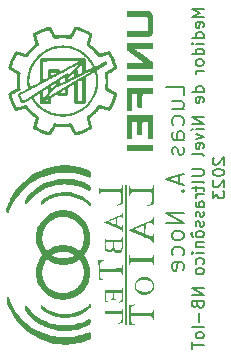
<source format=gbr>
%TF.GenerationSoftware,KiCad,Pcbnew,(6.0.0)*%
%TF.CreationDate,2023-11-18T00:08:50-03:00*%
%TF.ProjectId,LevelSensor_v2.0,4c657665-6c53-4656-9e73-6f725f76322e,rev?*%
%TF.SameCoordinates,Original*%
%TF.FileFunction,Legend,Bot*%
%TF.FilePolarity,Positive*%
%FSLAX46Y46*%
G04 Gerber Fmt 4.6, Leading zero omitted, Abs format (unit mm)*
G04 Created by KiCad (PCBNEW (6.0.0)) date 2023-11-18 00:08:50*
%MOMM*%
%LPD*%
G01*
G04 APERTURE LIST*
%ADD10C,0.200000*%
%ADD11C,0.150000*%
G04 APERTURE END LIST*
D10*
X204413571Y-81605285D02*
X204413571Y-80891000D01*
X202913571Y-80891000D01*
X203413571Y-82748142D02*
X204413571Y-82748142D01*
X203413571Y-82105285D02*
X204199285Y-82105285D01*
X204342142Y-82176714D01*
X204413571Y-82319571D01*
X204413571Y-82533857D01*
X204342142Y-82676714D01*
X204270714Y-82748142D01*
X204342142Y-84105285D02*
X204413571Y-83962428D01*
X204413571Y-83676714D01*
X204342142Y-83533857D01*
X204270714Y-83462428D01*
X204127857Y-83391000D01*
X203699285Y-83391000D01*
X203556428Y-83462428D01*
X203485000Y-83533857D01*
X203413571Y-83676714D01*
X203413571Y-83962428D01*
X203485000Y-84105285D01*
X204413571Y-85391000D02*
X203627857Y-85391000D01*
X203485000Y-85319571D01*
X203413571Y-85176714D01*
X203413571Y-84891000D01*
X203485000Y-84748142D01*
X204342142Y-85391000D02*
X204413571Y-85248142D01*
X204413571Y-84891000D01*
X204342142Y-84748142D01*
X204199285Y-84676714D01*
X204056428Y-84676714D01*
X203913571Y-84748142D01*
X203842142Y-84891000D01*
X203842142Y-85248142D01*
X203770714Y-85391000D01*
X204342142Y-86033857D02*
X204413571Y-86176714D01*
X204413571Y-86462428D01*
X204342142Y-86605285D01*
X204199285Y-86676714D01*
X204127857Y-86676714D01*
X203985000Y-86605285D01*
X203913571Y-86462428D01*
X203913571Y-86248142D01*
X203842142Y-86105285D01*
X203699285Y-86033857D01*
X203627857Y-86033857D01*
X203485000Y-86105285D01*
X203413571Y-86248142D01*
X203413571Y-86462428D01*
X203485000Y-86605285D01*
X203985000Y-88391000D02*
X203985000Y-89105285D01*
X204413571Y-88248142D02*
X202913571Y-88748142D01*
X204413571Y-89248142D01*
X204270714Y-89748142D02*
X204342142Y-89819571D01*
X204413571Y-89748142D01*
X204342142Y-89676714D01*
X204270714Y-89748142D01*
X204413571Y-89748142D01*
X204413571Y-91605285D02*
X202913571Y-91605285D01*
X204413571Y-92462428D01*
X202913571Y-92462428D01*
X204413571Y-93391000D02*
X204342142Y-93248142D01*
X204270714Y-93176714D01*
X204127857Y-93105285D01*
X203699285Y-93105285D01*
X203556428Y-93176714D01*
X203485000Y-93248142D01*
X203413571Y-93391000D01*
X203413571Y-93605285D01*
X203485000Y-93748142D01*
X203556428Y-93819571D01*
X203699285Y-93891000D01*
X204127857Y-93891000D01*
X204270714Y-93819571D01*
X204342142Y-93748142D01*
X204413571Y-93605285D01*
X204413571Y-93391000D01*
X204342142Y-95176714D02*
X204413571Y-95033857D01*
X204413571Y-94748142D01*
X204342142Y-94605285D01*
X204270714Y-94533857D01*
X204127857Y-94462428D01*
X203699285Y-94462428D01*
X203556428Y-94533857D01*
X203485000Y-94605285D01*
X203413571Y-94748142D01*
X203413571Y-95033857D01*
X203485000Y-95176714D01*
X204342142Y-96391000D02*
X204413571Y-96248142D01*
X204413571Y-95962428D01*
X204342142Y-95819571D01*
X204199285Y-95748142D01*
X203627857Y-95748142D01*
X203485000Y-95819571D01*
X203413571Y-95962428D01*
X203413571Y-96248142D01*
X203485000Y-96391000D01*
X203627857Y-96462428D01*
X203770714Y-96462428D01*
X203913571Y-95748142D01*
D11*
X206112380Y-74355285D02*
X205112380Y-74355285D01*
X205826666Y-74688619D01*
X205112380Y-75021952D01*
X206112380Y-75021952D01*
X206064761Y-75879095D02*
X206112380Y-75783857D01*
X206112380Y-75593380D01*
X206064761Y-75498142D01*
X205969523Y-75450523D01*
X205588571Y-75450523D01*
X205493333Y-75498142D01*
X205445714Y-75593380D01*
X205445714Y-75783857D01*
X205493333Y-75879095D01*
X205588571Y-75926714D01*
X205683809Y-75926714D01*
X205779047Y-75450523D01*
X206112380Y-76783857D02*
X205112380Y-76783857D01*
X206064761Y-76783857D02*
X206112380Y-76688619D01*
X206112380Y-76498142D01*
X206064761Y-76402904D01*
X206017142Y-76355285D01*
X205921904Y-76307666D01*
X205636190Y-76307666D01*
X205540952Y-76355285D01*
X205493333Y-76402904D01*
X205445714Y-76498142D01*
X205445714Y-76688619D01*
X205493333Y-76783857D01*
X206112380Y-77260047D02*
X205445714Y-77260047D01*
X205112380Y-77260047D02*
X205160000Y-77212428D01*
X205207619Y-77260047D01*
X205160000Y-77307666D01*
X205112380Y-77260047D01*
X205207619Y-77260047D01*
X206112380Y-78164809D02*
X205112380Y-78164809D01*
X206064761Y-78164809D02*
X206112380Y-78069571D01*
X206112380Y-77879095D01*
X206064761Y-77783857D01*
X206017142Y-77736238D01*
X205921904Y-77688619D01*
X205636190Y-77688619D01*
X205540952Y-77736238D01*
X205493333Y-77783857D01*
X205445714Y-77879095D01*
X205445714Y-78069571D01*
X205493333Y-78164809D01*
X206112380Y-78783857D02*
X206064761Y-78688619D01*
X206017142Y-78641000D01*
X205921904Y-78593380D01*
X205636190Y-78593380D01*
X205540952Y-78641000D01*
X205493333Y-78688619D01*
X205445714Y-78783857D01*
X205445714Y-78926714D01*
X205493333Y-79021952D01*
X205540952Y-79069571D01*
X205636190Y-79117190D01*
X205921904Y-79117190D01*
X206017142Y-79069571D01*
X206064761Y-79021952D01*
X206112380Y-78926714D01*
X206112380Y-78783857D01*
X206112380Y-79545761D02*
X205445714Y-79545761D01*
X205636190Y-79545761D02*
X205540952Y-79593380D01*
X205493333Y-79641000D01*
X205445714Y-79736238D01*
X205445714Y-79831476D01*
X206112380Y-81355285D02*
X205112380Y-81355285D01*
X206064761Y-81355285D02*
X206112380Y-81260047D01*
X206112380Y-81069571D01*
X206064761Y-80974333D01*
X206017142Y-80926714D01*
X205921904Y-80879095D01*
X205636190Y-80879095D01*
X205540952Y-80926714D01*
X205493333Y-80974333D01*
X205445714Y-81069571D01*
X205445714Y-81260047D01*
X205493333Y-81355285D01*
X206064761Y-82212428D02*
X206112380Y-82117190D01*
X206112380Y-81926714D01*
X206064761Y-81831476D01*
X205969523Y-81783857D01*
X205588571Y-81783857D01*
X205493333Y-81831476D01*
X205445714Y-81926714D01*
X205445714Y-82117190D01*
X205493333Y-82212428D01*
X205588571Y-82260047D01*
X205683809Y-82260047D01*
X205779047Y-81783857D01*
X206112380Y-83450523D02*
X205112380Y-83450523D01*
X206112380Y-84021952D01*
X205112380Y-84021952D01*
X206112380Y-84498142D02*
X205445714Y-84498142D01*
X205064761Y-84593380D02*
X205207619Y-84450523D01*
X205445714Y-84879095D02*
X206112380Y-85117190D01*
X205445714Y-85355285D01*
X206064761Y-86117190D02*
X206112380Y-86021952D01*
X206112380Y-85831476D01*
X206064761Y-85736238D01*
X205969523Y-85688619D01*
X205588571Y-85688619D01*
X205493333Y-85736238D01*
X205445714Y-85831476D01*
X205445714Y-86021952D01*
X205493333Y-86117190D01*
X205588571Y-86164809D01*
X205683809Y-86164809D01*
X205779047Y-85688619D01*
X206112380Y-86736238D02*
X206064761Y-86641000D01*
X205969523Y-86593380D01*
X205112380Y-86593380D01*
X205112380Y-87879095D02*
X205921904Y-87879095D01*
X206017142Y-87926714D01*
X206064761Y-87974333D01*
X206112380Y-88069571D01*
X206112380Y-88260047D01*
X206064761Y-88355285D01*
X206017142Y-88402904D01*
X205921904Y-88450523D01*
X205112380Y-88450523D01*
X206112380Y-89069571D02*
X206064761Y-88974333D01*
X205969523Y-88926714D01*
X205112380Y-88926714D01*
X205445714Y-89307666D02*
X205445714Y-89688619D01*
X205112380Y-89450523D02*
X205969523Y-89450523D01*
X206064761Y-89498142D01*
X206112380Y-89593380D01*
X206112380Y-89688619D01*
X206112380Y-90021952D02*
X205445714Y-90021952D01*
X205636190Y-90021952D02*
X205540952Y-90069571D01*
X205493333Y-90117190D01*
X205445714Y-90212428D01*
X205445714Y-90307666D01*
X206112380Y-91069571D02*
X205588571Y-91069571D01*
X205493333Y-91021952D01*
X205445714Y-90926714D01*
X205445714Y-90736238D01*
X205493333Y-90641000D01*
X206064761Y-91069571D02*
X206112380Y-90974333D01*
X206112380Y-90736238D01*
X206064761Y-90641000D01*
X205969523Y-90593380D01*
X205874285Y-90593380D01*
X205779047Y-90641000D01*
X205731428Y-90736238D01*
X205731428Y-90974333D01*
X205683809Y-91069571D01*
X206064761Y-91498142D02*
X206112380Y-91593380D01*
X206112380Y-91783857D01*
X206064761Y-91879095D01*
X205969523Y-91926714D01*
X205921904Y-91926714D01*
X205826666Y-91879095D01*
X205779047Y-91783857D01*
X205779047Y-91641000D01*
X205731428Y-91545761D01*
X205636190Y-91498142D01*
X205588571Y-91498142D01*
X205493333Y-91545761D01*
X205445714Y-91641000D01*
X205445714Y-91783857D01*
X205493333Y-91879095D01*
X206064761Y-92307666D02*
X206112380Y-92402904D01*
X206112380Y-92593380D01*
X206064761Y-92688619D01*
X205969523Y-92736238D01*
X205921904Y-92736238D01*
X205826666Y-92688619D01*
X205779047Y-92593380D01*
X205779047Y-92450523D01*
X205731428Y-92355285D01*
X205636190Y-92307666D01*
X205588571Y-92307666D01*
X205493333Y-92355285D01*
X205445714Y-92450523D01*
X205445714Y-92593380D01*
X205493333Y-92688619D01*
X206112380Y-93307666D02*
X206064761Y-93212428D01*
X206017142Y-93164809D01*
X205921904Y-93117190D01*
X205636190Y-93117190D01*
X205540952Y-93164809D01*
X205493333Y-93212428D01*
X205445714Y-93307666D01*
X205445714Y-93450523D01*
X205493333Y-93545761D01*
X205540952Y-93593380D01*
X205636190Y-93641000D01*
X205921904Y-93641000D01*
X206017142Y-93593380D01*
X206064761Y-93545761D01*
X206112380Y-93450523D01*
X206112380Y-93307666D01*
X205207619Y-93212428D02*
X205064761Y-93402904D01*
X205207619Y-93593380D01*
X205445714Y-94069571D02*
X206112380Y-94069571D01*
X205540952Y-94069571D02*
X205493333Y-94117190D01*
X205445714Y-94212428D01*
X205445714Y-94355285D01*
X205493333Y-94450523D01*
X205588571Y-94498142D01*
X206112380Y-94498142D01*
X206112380Y-94974333D02*
X205445714Y-94974333D01*
X205112380Y-94974333D02*
X205160000Y-94926714D01*
X205207619Y-94974333D01*
X205160000Y-95021952D01*
X205112380Y-94974333D01*
X205207619Y-94974333D01*
X206064761Y-95879095D02*
X206112380Y-95783857D01*
X206112380Y-95593380D01*
X206064761Y-95498142D01*
X206017142Y-95450523D01*
X205921904Y-95402904D01*
X205636190Y-95402904D01*
X205540952Y-95450523D01*
X205493333Y-95498142D01*
X205445714Y-95593380D01*
X205445714Y-95783857D01*
X205493333Y-95879095D01*
X206112380Y-96450523D02*
X206064761Y-96355285D01*
X206017142Y-96307666D01*
X205921904Y-96260047D01*
X205636190Y-96260047D01*
X205540952Y-96307666D01*
X205493333Y-96355285D01*
X205445714Y-96450523D01*
X205445714Y-96593380D01*
X205493333Y-96688619D01*
X205540952Y-96736238D01*
X205636190Y-96783857D01*
X205921904Y-96783857D01*
X206017142Y-96736238D01*
X206064761Y-96688619D01*
X206112380Y-96593380D01*
X206112380Y-96450523D01*
X206112380Y-97974333D02*
X205112380Y-97974333D01*
X206112380Y-98545761D01*
X205112380Y-98545761D01*
X205588571Y-99355285D02*
X205636190Y-99498142D01*
X205683809Y-99545761D01*
X205779047Y-99593380D01*
X205921904Y-99593380D01*
X206017142Y-99545761D01*
X206064761Y-99498142D01*
X206112380Y-99402904D01*
X206112380Y-99021952D01*
X205112380Y-99021952D01*
X205112380Y-99355285D01*
X205160000Y-99450523D01*
X205207619Y-99498142D01*
X205302857Y-99545761D01*
X205398095Y-99545761D01*
X205493333Y-99498142D01*
X205540952Y-99450523D01*
X205588571Y-99355285D01*
X205588571Y-99021952D01*
X205731428Y-100021952D02*
X205731428Y-100783857D01*
X206112380Y-101260047D02*
X205112380Y-101260047D01*
X206112380Y-101879095D02*
X206064761Y-101783857D01*
X206017142Y-101736238D01*
X205921904Y-101688619D01*
X205636190Y-101688619D01*
X205540952Y-101736238D01*
X205493333Y-101783857D01*
X205445714Y-101879095D01*
X205445714Y-102021952D01*
X205493333Y-102117190D01*
X205540952Y-102164809D01*
X205636190Y-102212428D01*
X205921904Y-102212428D01*
X206017142Y-102164809D01*
X206064761Y-102117190D01*
X206112380Y-102021952D01*
X206112380Y-101879095D01*
X205112380Y-102498142D02*
X205112380Y-103069571D01*
X206112380Y-102783857D02*
X205112380Y-102783857D01*
X206957619Y-86926714D02*
X206910000Y-86974333D01*
X206862380Y-87069571D01*
X206862380Y-87307666D01*
X206910000Y-87402904D01*
X206957619Y-87450523D01*
X207052857Y-87498142D01*
X207148095Y-87498142D01*
X207290952Y-87450523D01*
X207862380Y-86879095D01*
X207862380Y-87498142D01*
X206862380Y-88117190D02*
X206862380Y-88212428D01*
X206910000Y-88307666D01*
X206957619Y-88355285D01*
X207052857Y-88402904D01*
X207243333Y-88450523D01*
X207481428Y-88450523D01*
X207671904Y-88402904D01*
X207767142Y-88355285D01*
X207814761Y-88307666D01*
X207862380Y-88212428D01*
X207862380Y-88117190D01*
X207814761Y-88021952D01*
X207767142Y-87974333D01*
X207671904Y-87926714D01*
X207481428Y-87879095D01*
X207243333Y-87879095D01*
X207052857Y-87926714D01*
X206957619Y-87974333D01*
X206910000Y-88021952D01*
X206862380Y-88117190D01*
X206957619Y-88831476D02*
X206910000Y-88879095D01*
X206862380Y-88974333D01*
X206862380Y-89212428D01*
X206910000Y-89307666D01*
X206957619Y-89355285D01*
X207052857Y-89402904D01*
X207148095Y-89402904D01*
X207290952Y-89355285D01*
X207862380Y-88783857D01*
X207862380Y-89402904D01*
X206862380Y-89736238D02*
X206862380Y-90355285D01*
X207243333Y-90021952D01*
X207243333Y-90164809D01*
X207290952Y-90260047D01*
X207338571Y-90307666D01*
X207433809Y-90355285D01*
X207671904Y-90355285D01*
X207767142Y-90307666D01*
X207814761Y-90260047D01*
X207862380Y-90164809D01*
X207862380Y-89879095D01*
X207814761Y-89783857D01*
X207767142Y-89736238D01*
%TO.C,G\u002A\u002A\u002A*%
G36*
X200962148Y-77191549D02*
G01*
X201120933Y-77192192D01*
X201270811Y-77193199D01*
X201408264Y-77194571D01*
X201529774Y-77196312D01*
X201631824Y-77198422D01*
X201710897Y-77200903D01*
X201763476Y-77203759D01*
X201786043Y-77206989D01*
X201787184Y-77207611D01*
X201799155Y-77216922D01*
X201807327Y-77232857D01*
X201812254Y-77260795D01*
X201814488Y-77306114D01*
X201814580Y-77374193D01*
X201813083Y-77470408D01*
X201808448Y-77716874D01*
X201074950Y-77721242D01*
X200968972Y-77722005D01*
X200822848Y-77723512D01*
X200689895Y-77725417D01*
X200573505Y-77727641D01*
X200477072Y-77730106D01*
X200403990Y-77732735D01*
X200357652Y-77735447D01*
X200341452Y-77738166D01*
X200351043Y-77752468D01*
X200379175Y-77774160D01*
X200395630Y-77785061D01*
X200439682Y-77815789D01*
X200504274Y-77861775D01*
X200586225Y-77920690D01*
X200682357Y-77990206D01*
X200789489Y-78067994D01*
X200904443Y-78151725D01*
X201024038Y-78239071D01*
X201145095Y-78327702D01*
X201264436Y-78415289D01*
X201378879Y-78499505D01*
X201485246Y-78578020D01*
X201580357Y-78648505D01*
X201661033Y-78708632D01*
X201724094Y-78756072D01*
X201766360Y-78788496D01*
X201784653Y-78803575D01*
X201786994Y-78806153D01*
X201798510Y-78822650D01*
X201806641Y-78845418D01*
X201811963Y-78879910D01*
X201815051Y-78931575D01*
X201816482Y-79005866D01*
X201816831Y-79108234D01*
X201816782Y-79136506D01*
X201815256Y-79246618D01*
X201811493Y-79325667D01*
X201805358Y-79375626D01*
X201796712Y-79398472D01*
X201793584Y-79399889D01*
X201762915Y-79404021D01*
X201703296Y-79407686D01*
X201618199Y-79410884D01*
X201511094Y-79413614D01*
X201385453Y-79415876D01*
X201244746Y-79417671D01*
X201092445Y-79418999D01*
X200932019Y-79419859D01*
X200766942Y-79420252D01*
X200600682Y-79420178D01*
X200436712Y-79419636D01*
X200278502Y-79418626D01*
X200129523Y-79417149D01*
X199993246Y-79415205D01*
X199873143Y-79412793D01*
X199772684Y-79409914D01*
X199695340Y-79406567D01*
X199644582Y-79402753D01*
X199623881Y-79398472D01*
X199617663Y-79385064D01*
X199610204Y-79342039D01*
X199605254Y-79278643D01*
X199602777Y-79202566D01*
X199602737Y-79121496D01*
X199605097Y-79043125D01*
X199609821Y-78975140D01*
X199616873Y-78925232D01*
X199626218Y-78901089D01*
X199642946Y-78896389D01*
X199687955Y-78891764D01*
X199761633Y-78887809D01*
X199864950Y-78884493D01*
X199998880Y-78881787D01*
X200164394Y-78879659D01*
X200362463Y-78878079D01*
X201076253Y-78873706D01*
X200371938Y-78362353D01*
X200327673Y-78330182D01*
X200192966Y-78231867D01*
X200066661Y-78139078D01*
X199951445Y-78053826D01*
X199850002Y-77978122D01*
X199765020Y-77913978D01*
X199699184Y-77863405D01*
X199655180Y-77828414D01*
X199635692Y-77811016D01*
X199633921Y-77808757D01*
X199622370Y-77790148D01*
X199614176Y-77765562D01*
X199608779Y-77729489D01*
X199605618Y-77676419D01*
X199604132Y-77600843D01*
X199603762Y-77497249D01*
X199603769Y-77478725D01*
X199604236Y-77380840D01*
X199605798Y-77310708D01*
X199608960Y-77263353D01*
X199614228Y-77233795D01*
X199622107Y-77217056D01*
X199633102Y-77208158D01*
X199633554Y-77207954D01*
X199658180Y-77204719D01*
X199712590Y-77201827D01*
X199793265Y-77199280D01*
X199896688Y-77197080D01*
X200019342Y-77195229D01*
X200157710Y-77193728D01*
X200308275Y-77192580D01*
X200467518Y-77191786D01*
X200631923Y-77191348D01*
X200797972Y-77191268D01*
X200962148Y-77191549D01*
G37*
G36*
X200430256Y-74459996D02*
G01*
X200601320Y-74460536D01*
X200661922Y-74460824D01*
X200849909Y-74461831D01*
X201008010Y-74462941D01*
X201139050Y-74464250D01*
X201245853Y-74465859D01*
X201331245Y-74467866D01*
X201398050Y-74470370D01*
X201449094Y-74473470D01*
X201487201Y-74477265D01*
X201515195Y-74481853D01*
X201535903Y-74487334D01*
X201552148Y-74493805D01*
X201631189Y-74541210D01*
X201716353Y-74621190D01*
X201777410Y-74715696D01*
X201816504Y-74799647D01*
X201816667Y-75581527D01*
X201816831Y-76363408D01*
X201770009Y-76453036D01*
X201752372Y-76483421D01*
X201686084Y-76564841D01*
X201605089Y-76629145D01*
X201518817Y-76668255D01*
X201500476Y-76671174D01*
X201449034Y-76674974D01*
X201371635Y-76678233D01*
X201271996Y-76680956D01*
X201153836Y-76683149D01*
X201020871Y-76684815D01*
X200876820Y-76685962D01*
X200725400Y-76686593D01*
X200570331Y-76686713D01*
X200415328Y-76686328D01*
X200264111Y-76685443D01*
X200120398Y-76684063D01*
X199987905Y-76682192D01*
X199870351Y-76679837D01*
X199771453Y-76677001D01*
X199694931Y-76673691D01*
X199644501Y-76669911D01*
X199623881Y-76665666D01*
X199616736Y-76650170D01*
X199609462Y-76603037D01*
X199605170Y-76524987D01*
X199603762Y-76414771D01*
X199603999Y-76335860D01*
X199605324Y-76266569D01*
X199608476Y-76220591D01*
X199614183Y-76192337D01*
X199623178Y-76176217D01*
X199636191Y-76166639D01*
X199636400Y-76166532D01*
X199662783Y-76162046D01*
X199721940Y-76158209D01*
X199813136Y-76155036D01*
X199935637Y-76152542D01*
X200088708Y-76150742D01*
X200271614Y-76149651D01*
X200483620Y-76149284D01*
X201298619Y-76149284D01*
X201380924Y-76066979D01*
X201380924Y-75091522D01*
X201339772Y-75050370D01*
X201337375Y-75048018D01*
X201300520Y-75019888D01*
X201268517Y-75007144D01*
X201246387Y-75006681D01*
X201194070Y-75006150D01*
X201115025Y-75005573D01*
X201012666Y-75004969D01*
X200890408Y-75004354D01*
X200751665Y-75003750D01*
X200599852Y-75003173D01*
X200438382Y-75002642D01*
X200232057Y-75001687D01*
X200048442Y-75000077D01*
X199897850Y-74997836D01*
X199780025Y-74994959D01*
X199694709Y-74991438D01*
X199641645Y-74987268D01*
X199620578Y-74982442D01*
X199614070Y-74963243D01*
X199608941Y-74911694D01*
X199606702Y-74831167D01*
X199607476Y-74724070D01*
X199612145Y-74483469D01*
X199662442Y-74469936D01*
X199669165Y-74468882D01*
X199707901Y-74466488D01*
X199775500Y-74464413D01*
X199868643Y-74462691D01*
X199984011Y-74461355D01*
X200118282Y-74460438D01*
X200268137Y-74459974D01*
X200430256Y-74459996D01*
G37*
G36*
X200819911Y-85838257D02*
G01*
X200983882Y-85838799D01*
X201142092Y-85839809D01*
X201291070Y-85841286D01*
X201427347Y-85843230D01*
X201547450Y-85845642D01*
X201647910Y-85848521D01*
X201725254Y-85851868D01*
X201776012Y-85855682D01*
X201796712Y-85859963D01*
X201803578Y-85874416D01*
X201811004Y-85920847D01*
X201815390Y-85998351D01*
X201816831Y-86108095D01*
X201816162Y-86186573D01*
X201812720Y-86274178D01*
X201806269Y-86330340D01*
X201796712Y-86356227D01*
X201793584Y-86357644D01*
X201762915Y-86361777D01*
X201703296Y-86365442D01*
X201618199Y-86368639D01*
X201511094Y-86371369D01*
X201385453Y-86373632D01*
X201244746Y-86375427D01*
X201092445Y-86376755D01*
X200932019Y-86377615D01*
X200766942Y-86378008D01*
X200600682Y-86377933D01*
X200436712Y-86377391D01*
X200278502Y-86376382D01*
X200129523Y-86374905D01*
X199993246Y-86372961D01*
X199873143Y-86370549D01*
X199772684Y-86367670D01*
X199695340Y-86364323D01*
X199644582Y-86360509D01*
X199623881Y-86356227D01*
X199618438Y-86344650D01*
X199611171Y-86303138D01*
X199606174Y-86240614D01*
X199603448Y-86164860D01*
X199602993Y-86083657D01*
X199604809Y-86004785D01*
X199608895Y-85936025D01*
X199615253Y-85885157D01*
X199623881Y-85859963D01*
X199627010Y-85858546D01*
X199657679Y-85854414D01*
X199717297Y-85850749D01*
X199802394Y-85847552D01*
X199909499Y-85844821D01*
X200035140Y-85842559D01*
X200175847Y-85840764D01*
X200328149Y-85839436D01*
X200488574Y-85838576D01*
X200653652Y-85838183D01*
X200819911Y-85838257D01*
G37*
G36*
X200833306Y-80977833D02*
G01*
X201043517Y-80978103D01*
X201223259Y-80978676D01*
X201374545Y-80979590D01*
X201499386Y-80980882D01*
X201599793Y-80982592D01*
X201677779Y-80984759D01*
X201735353Y-80987420D01*
X201774528Y-80990614D01*
X201797316Y-80994380D01*
X201805728Y-80998755D01*
X201806573Y-81001965D01*
X201809699Y-81033289D01*
X201812407Y-81089558D01*
X201814432Y-81163951D01*
X201815508Y-81249651D01*
X201815727Y-81329304D01*
X201814798Y-81398058D01*
X201811906Y-81443594D01*
X201806346Y-81471517D01*
X201797413Y-81487432D01*
X201784402Y-81496944D01*
X201784257Y-81497021D01*
X201756131Y-81502817D01*
X201698397Y-81507670D01*
X201614922Y-81511407D01*
X201509573Y-81513852D01*
X201386217Y-81514833D01*
X201362246Y-81514885D01*
X201232007Y-81515976D01*
X201132467Y-81518483D01*
X201061209Y-81522535D01*
X201015813Y-81528261D01*
X200993860Y-81535790D01*
X200990101Y-81538725D01*
X200972737Y-81554699D01*
X200958955Y-81574423D01*
X200948343Y-81601620D01*
X200940492Y-81640010D01*
X200934989Y-81693319D01*
X200931425Y-81765266D01*
X200929387Y-81859577D01*
X200928466Y-81979972D01*
X200928250Y-82130175D01*
X200928190Y-82194802D01*
X200927447Y-82338382D01*
X200925788Y-82451759D01*
X200923119Y-82537321D01*
X200919348Y-82597459D01*
X200914383Y-82634560D01*
X200908132Y-82651013D01*
X200905587Y-82653041D01*
X200871353Y-82662980D01*
X200805708Y-82669066D01*
X200710297Y-82671132D01*
X200692324Y-82671073D01*
X200601780Y-82668323D01*
X200541277Y-82661580D01*
X200512462Y-82651013D01*
X200507496Y-82639435D01*
X200502529Y-82607427D01*
X200498646Y-82553538D01*
X200495767Y-82475439D01*
X200493811Y-82370802D01*
X200492696Y-82237297D01*
X200492343Y-82072597D01*
X200492343Y-81514300D01*
X200039670Y-81514300D01*
X200039670Y-82233171D01*
X200039638Y-82324580D01*
X200039346Y-82486481D01*
X200038666Y-82619164D01*
X200037503Y-82725519D01*
X200035760Y-82808435D01*
X200033341Y-82870800D01*
X200030149Y-82915504D01*
X200026087Y-82945437D01*
X200021060Y-82963486D01*
X200014970Y-82972542D01*
X200007411Y-82976182D01*
X199969884Y-82983451D01*
X199911624Y-82988919D01*
X199841549Y-82992374D01*
X199768574Y-82993606D01*
X199701618Y-82992404D01*
X199649596Y-82988556D01*
X199621427Y-82981852D01*
X199620016Y-82977447D01*
X199617122Y-82945087D01*
X199614456Y-82884454D01*
X199612031Y-82799147D01*
X199609862Y-82692761D01*
X199607962Y-82568893D01*
X199606345Y-82431140D01*
X199605024Y-82283099D01*
X199604013Y-82128367D01*
X199603325Y-81970541D01*
X199602974Y-81813216D01*
X199602974Y-81659991D01*
X199603339Y-81514462D01*
X199604081Y-81380225D01*
X199605215Y-81260877D01*
X199606754Y-81160016D01*
X199608712Y-81081238D01*
X199611102Y-81028140D01*
X199613939Y-81004318D01*
X199615278Y-81001937D01*
X199622319Y-80996923D01*
X199636758Y-80992646D01*
X199660970Y-80989050D01*
X199697332Y-80986075D01*
X199748219Y-80983666D01*
X199816007Y-80981765D01*
X199903071Y-80980314D01*
X200011788Y-80979255D01*
X200144532Y-80978532D01*
X200303681Y-80978086D01*
X200491609Y-80977861D01*
X200710693Y-80977798D01*
X200833306Y-80977833D01*
G37*
G36*
X200953867Y-79920350D02*
G01*
X201112884Y-79921014D01*
X201263164Y-79922148D01*
X201401199Y-79923759D01*
X201523479Y-79925852D01*
X201626493Y-79928432D01*
X201706732Y-79931505D01*
X201760686Y-79935077D01*
X201784846Y-79939154D01*
X201787352Y-79940538D01*
X201799377Y-79950075D01*
X201807536Y-79966101D01*
X201812408Y-79994023D01*
X201814571Y-80039245D01*
X201814604Y-80107173D01*
X201813083Y-80203213D01*
X201808448Y-80449680D01*
X199612145Y-80449680D01*
X199607468Y-80206707D01*
X199606288Y-80135037D01*
X199606074Y-80059058D01*
X199608003Y-80007273D01*
X199612574Y-79974240D01*
X199620283Y-79954512D01*
X199631630Y-79942648D01*
X199631910Y-79942465D01*
X199655377Y-79938330D01*
X199708715Y-79934603D01*
X199788415Y-79931289D01*
X199890967Y-79928395D01*
X200012861Y-79925926D01*
X200150588Y-79923887D01*
X200300638Y-79922284D01*
X200459500Y-79921123D01*
X200623666Y-79920410D01*
X200789625Y-79920151D01*
X200953867Y-79920350D01*
G37*
G36*
X200819911Y-83306640D02*
G01*
X200983882Y-83307182D01*
X201142092Y-83308192D01*
X201291070Y-83309669D01*
X201427347Y-83311613D01*
X201547450Y-83314025D01*
X201647910Y-83316904D01*
X201725254Y-83320251D01*
X201776012Y-83324065D01*
X201796712Y-83328346D01*
X201798566Y-83331476D01*
X201802810Y-83351087D01*
X201806411Y-83388944D01*
X201809407Y-83446958D01*
X201811836Y-83527039D01*
X201813737Y-83631097D01*
X201815149Y-83761043D01*
X201816109Y-83918788D01*
X201816657Y-84106241D01*
X201816831Y-84325314D01*
X201817091Y-84533537D01*
X201817530Y-84713314D01*
X201817616Y-84864446D01*
X201816816Y-84989387D01*
X201814598Y-85090591D01*
X201810427Y-85170510D01*
X201803771Y-85231599D01*
X201794097Y-85276312D01*
X201780873Y-85307102D01*
X201763564Y-85326423D01*
X201741639Y-85336729D01*
X201714563Y-85340473D01*
X201681805Y-85340110D01*
X201642831Y-85338092D01*
X201597108Y-85336874D01*
X201532232Y-85336013D01*
X201473221Y-85331824D01*
X201435317Y-85323208D01*
X201411584Y-85309127D01*
X201406874Y-85304319D01*
X201400244Y-85293789D01*
X201394847Y-85277294D01*
X201390556Y-85251772D01*
X201387245Y-85214159D01*
X201384789Y-85161393D01*
X201383062Y-85090410D01*
X201381938Y-84998148D01*
X201381290Y-84881543D01*
X201380994Y-84737533D01*
X201380924Y-84563055D01*
X201380924Y-83844729D01*
X201203594Y-83844729D01*
X201160403Y-83844788D01*
X201094989Y-83845886D01*
X201051628Y-83849670D01*
X201022660Y-83857801D01*
X201000424Y-83871937D01*
X200977258Y-83893736D01*
X200928250Y-83942744D01*
X200928250Y-84445633D01*
X200928214Y-84488072D01*
X200927680Y-84612806D01*
X200926570Y-84725967D01*
X200924970Y-84823162D01*
X200922965Y-84900000D01*
X200920638Y-84952090D01*
X200918074Y-84975041D01*
X200912571Y-84983489D01*
X200894858Y-84992538D01*
X200860688Y-84998059D01*
X200804376Y-85000812D01*
X200720239Y-85001561D01*
X200695419Y-85001463D01*
X200602598Y-84998623D01*
X200541314Y-84991920D01*
X200512462Y-84981442D01*
X200507496Y-84969864D01*
X200502529Y-84937856D01*
X200498646Y-84883967D01*
X200495767Y-84805868D01*
X200493811Y-84701231D01*
X200492696Y-84567726D01*
X200492343Y-84403026D01*
X200492343Y-83844729D01*
X200039670Y-83844729D01*
X200039670Y-84560142D01*
X200039669Y-84571933D01*
X200039552Y-84745165D01*
X200039146Y-84888099D01*
X200038339Y-85003780D01*
X200037016Y-85095252D01*
X200035065Y-85165561D01*
X200032373Y-85217751D01*
X200028825Y-85254866D01*
X200024310Y-85279952D01*
X200018714Y-85296053D01*
X200011923Y-85306214D01*
X200007769Y-85310490D01*
X199987176Y-85323838D01*
X199954937Y-85331882D01*
X199903771Y-85335827D01*
X199826398Y-85336874D01*
X199790570Y-85336441D01*
X199721352Y-85333097D01*
X199666740Y-85327169D01*
X199636191Y-85319519D01*
X199630456Y-85315854D01*
X199624495Y-85308949D01*
X199619495Y-85296891D01*
X199615369Y-85277099D01*
X199612036Y-85246995D01*
X199609409Y-85203997D01*
X199607406Y-85145528D01*
X199605942Y-85069005D01*
X199604933Y-84971851D01*
X199604294Y-84851484D01*
X199603942Y-84705326D01*
X199603793Y-84530796D01*
X199603762Y-84325314D01*
X199603788Y-84235306D01*
X199604105Y-84028890D01*
X199604810Y-83853343D01*
X199605943Y-83706753D01*
X199607543Y-83587211D01*
X199609647Y-83492806D01*
X199612294Y-83421627D01*
X199615523Y-83371765D01*
X199619372Y-83341308D01*
X199623881Y-83328346D01*
X199627010Y-83326929D01*
X199657679Y-83322797D01*
X199717297Y-83319132D01*
X199802394Y-83315934D01*
X199909499Y-83313204D01*
X200035140Y-83310942D01*
X200175847Y-83309147D01*
X200328149Y-83307819D01*
X200488574Y-83306958D01*
X200653652Y-83306566D01*
X200819911Y-83306640D01*
G37*
G36*
X199266539Y-90833072D02*
G01*
X199168664Y-90863241D01*
X199154341Y-90867676D01*
X199100880Y-90884411D01*
X199034410Y-90905406D01*
X198962020Y-90928417D01*
X198890799Y-90951200D01*
X198862764Y-90960179D01*
X198802779Y-90979025D01*
X198760717Y-90991263D01*
X198733245Y-90997537D01*
X198717031Y-90998487D01*
X198708745Y-90994756D01*
X198705054Y-90986986D01*
X198704464Y-90983452D01*
X198708613Y-90970877D01*
X198724845Y-90956019D01*
X198756363Y-90936435D01*
X198806370Y-90909682D01*
X198810703Y-90907429D01*
X198900858Y-90853270D01*
X198978606Y-90792554D01*
X199040250Y-90728566D01*
X199082094Y-90664592D01*
X199083895Y-90660844D01*
X199102450Y-90612545D01*
X199116566Y-90554188D01*
X199126525Y-90483078D01*
X199132610Y-90396521D01*
X199135103Y-90291821D01*
X199134285Y-90166282D01*
X199132888Y-90098028D01*
X199130245Y-90022540D01*
X199126068Y-89965418D01*
X199119590Y-89923559D01*
X199110044Y-89893860D01*
X199096665Y-89873220D01*
X199078685Y-89858535D01*
X199055339Y-89846703D01*
X199037675Y-89843883D01*
X198998590Y-89841175D01*
X198940699Y-89838656D01*
X198866488Y-89836344D01*
X198778441Y-89834257D01*
X198679044Y-89832412D01*
X198570783Y-89830827D01*
X198456141Y-89829521D01*
X198337606Y-89828510D01*
X198217661Y-89827812D01*
X198098792Y-89827446D01*
X197983485Y-89827428D01*
X197874224Y-89827777D01*
X197773494Y-89828510D01*
X197683782Y-89829646D01*
X197607572Y-89831201D01*
X197547349Y-89833194D01*
X197505599Y-89835642D01*
X197466803Y-89839001D01*
X197422015Y-89843769D01*
X197392064Y-89849420D01*
X197371567Y-89857649D01*
X197355143Y-89870153D01*
X197337409Y-89888626D01*
X197321324Y-89908030D01*
X197293714Y-89957942D01*
X197278330Y-90019065D01*
X197273517Y-90096786D01*
X197273487Y-90112511D01*
X197272506Y-90146476D01*
X197268371Y-90163590D01*
X197258734Y-90169029D01*
X197241251Y-90167968D01*
X197209051Y-90164214D01*
X197211082Y-90039646D01*
X197211603Y-89998121D01*
X197212148Y-89934563D01*
X197212648Y-89856228D01*
X197213078Y-89767770D01*
X197213412Y-89673844D01*
X197213623Y-89579105D01*
X197214133Y-89243133D01*
X197240826Y-89246924D01*
X197245562Y-89247731D01*
X197257662Y-89253252D01*
X197265194Y-89267035D01*
X197269987Y-89294228D01*
X197273870Y-89339982D01*
X197278731Y-89386257D01*
X197290956Y-89436345D01*
X197311605Y-89472796D01*
X197343126Y-89501317D01*
X197345603Y-89502966D01*
X197361705Y-89510822D01*
X197384464Y-89517598D01*
X197415431Y-89523354D01*
X197456159Y-89528150D01*
X197508199Y-89532048D01*
X197573102Y-89535105D01*
X197652420Y-89537384D01*
X197747704Y-89538944D01*
X197860505Y-89539846D01*
X197992376Y-89540149D01*
X198144867Y-89539914D01*
X198319530Y-89539201D01*
X198368423Y-89538955D01*
X198513751Y-89538187D01*
X198637721Y-89537428D01*
X198742150Y-89536617D01*
X198828852Y-89535690D01*
X198899644Y-89534583D01*
X198956341Y-89533234D01*
X199000759Y-89531580D01*
X199034712Y-89529558D01*
X199060018Y-89527104D01*
X199078491Y-89524156D01*
X199091948Y-89520650D01*
X199102203Y-89516524D01*
X199111072Y-89511715D01*
X199148940Y-89485060D01*
X199179166Y-89448785D01*
X199197251Y-89401382D01*
X199206448Y-89336891D01*
X199207255Y-89326746D01*
X199211463Y-89285810D01*
X199217001Y-89262352D01*
X199225814Y-89251136D01*
X199239846Y-89246924D01*
X199266539Y-89243133D01*
X199266539Y-90833072D01*
G37*
G36*
X201271666Y-92377794D02*
G01*
X201374588Y-92332751D01*
X201464369Y-92293209D01*
X201539273Y-92259931D01*
X201597563Y-92233676D01*
X201637501Y-92215207D01*
X201657351Y-92205285D01*
X201706766Y-92173456D01*
X201750481Y-92134606D01*
X201780444Y-92090233D01*
X201801790Y-92034258D01*
X201809967Y-92007821D01*
X201821808Y-91978802D01*
X201834058Y-91965050D01*
X201850032Y-91961568D01*
X201876915Y-91961551D01*
X201873759Y-92284835D01*
X201873033Y-92356290D01*
X201872021Y-92436699D01*
X201870810Y-92497890D01*
X201869184Y-92542483D01*
X201866931Y-92573095D01*
X201863835Y-92592346D01*
X201859685Y-92602854D01*
X201854264Y-92607239D01*
X201847361Y-92608118D01*
X201843395Y-92607896D01*
X201830095Y-92600844D01*
X201820092Y-92580177D01*
X201810652Y-92540889D01*
X201810034Y-92537821D01*
X201796232Y-92479265D01*
X201779831Y-92434465D01*
X201758517Y-92403053D01*
X201729972Y-92384658D01*
X201691881Y-92378912D01*
X201641927Y-92385446D01*
X201577796Y-92403889D01*
X201497171Y-92433873D01*
X201397736Y-92475028D01*
X201194376Y-92561514D01*
X201188132Y-93358572D01*
X201333618Y-93421031D01*
X201365728Y-93434729D01*
X201470149Y-93477505D01*
X201556186Y-93508987D01*
X201625815Y-93529125D01*
X201681012Y-93537869D01*
X201723753Y-93535168D01*
X201756014Y-93520972D01*
X201779771Y-93495231D01*
X201796999Y-93457895D01*
X201809674Y-93408912D01*
X201814789Y-93384987D01*
X201824219Y-93352301D01*
X201834483Y-93336140D01*
X201847915Y-93331799D01*
X201852594Y-93332233D01*
X201857789Y-93335354D01*
X201861926Y-93343521D01*
X201865153Y-93359069D01*
X201867620Y-93384333D01*
X201869473Y-93421649D01*
X201870862Y-93473351D01*
X201871934Y-93541775D01*
X201872839Y-93629255D01*
X201873724Y-93738128D01*
X201876845Y-94144457D01*
X201847031Y-94144457D01*
X201845733Y-94144449D01*
X201823407Y-94138740D01*
X201817216Y-94119140D01*
X201809352Y-94067903D01*
X201785380Y-94008478D01*
X201749241Y-93954671D01*
X201742282Y-93946820D01*
X201719063Y-93924273D01*
X201690161Y-93901876D01*
X201653222Y-93878398D01*
X201605890Y-93852607D01*
X201545813Y-93823272D01*
X201470634Y-93789161D01*
X201378001Y-93749043D01*
X201265558Y-93701687D01*
X201258519Y-93698749D01*
X201177460Y-93664900D01*
X201079497Y-93623962D01*
X200969151Y-93577829D01*
X200850948Y-93528391D01*
X200729409Y-93477541D01*
X200609060Y-93427170D01*
X200494423Y-93379170D01*
X200449800Y-93360482D01*
X200344828Y-93316520D01*
X200243241Y-93273977D01*
X200148123Y-93234144D01*
X200062557Y-93198311D01*
X199989627Y-93167771D01*
X199932415Y-93143815D01*
X199894005Y-93127734D01*
X199844300Y-93106453D01*
X199805740Y-93088187D01*
X199782763Y-93074039D01*
X199771839Y-93061783D01*
X199769437Y-93049192D01*
X199770738Y-93045135D01*
X199776537Y-93038543D01*
X199788203Y-93029975D01*
X199807068Y-93018824D01*
X199834463Y-93004482D01*
X199871719Y-92986342D01*
X199920168Y-92963796D01*
X199922471Y-92962755D01*
X200271410Y-92962755D01*
X200274189Y-92965192D01*
X200294657Y-92976016D01*
X200332527Y-92993933D01*
X200384838Y-93017677D01*
X200448629Y-93045986D01*
X200520941Y-93077597D01*
X200598811Y-93111244D01*
X200679280Y-93145666D01*
X200759386Y-93179598D01*
X200836169Y-93211776D01*
X200906668Y-93240937D01*
X200967922Y-93265818D01*
X201016971Y-93285154D01*
X201050853Y-93297683D01*
X201066609Y-93302140D01*
X201066883Y-93302126D01*
X201071356Y-93296765D01*
X201074890Y-93280267D01*
X201077576Y-93250534D01*
X201079505Y-93205468D01*
X201080770Y-93142972D01*
X201081462Y-93060947D01*
X201081672Y-92957296D01*
X201081634Y-92882086D01*
X201081385Y-92798421D01*
X201080770Y-92734204D01*
X201079637Y-92686966D01*
X201077836Y-92654239D01*
X201075214Y-92633556D01*
X201071620Y-92622447D01*
X201066903Y-92618445D01*
X201060910Y-92619082D01*
X201060304Y-92619278D01*
X201035630Y-92628467D01*
X200994211Y-92645185D01*
X200939012Y-92668140D01*
X200873004Y-92696041D01*
X200799154Y-92727594D01*
X200720430Y-92761508D01*
X200639802Y-92796491D01*
X200560237Y-92831251D01*
X200484704Y-92864495D01*
X200416172Y-92894931D01*
X200357608Y-92921267D01*
X200311980Y-92942211D01*
X200282258Y-92956471D01*
X200271410Y-92962755D01*
X199922471Y-92962755D01*
X199981141Y-92936236D01*
X200055969Y-92903056D01*
X200145984Y-92863647D01*
X200252517Y-92817401D01*
X200376898Y-92763712D01*
X200520460Y-92701972D01*
X200684534Y-92631573D01*
X200763313Y-92597764D01*
X200901427Y-92538324D01*
X201033349Y-92481342D01*
X201066903Y-92466793D01*
X201157341Y-92427578D01*
X201271666Y-92377794D01*
G37*
G36*
X201876534Y-90044877D02*
G01*
X201876503Y-90107890D01*
X201876230Y-90239431D01*
X201875696Y-90362993D01*
X201874926Y-90476609D01*
X201873944Y-90578310D01*
X201872775Y-90666126D01*
X201871442Y-90738090D01*
X201869971Y-90792233D01*
X201868385Y-90826586D01*
X201866708Y-90839180D01*
X201861048Y-90841494D01*
X201835435Y-90850458D01*
X201792455Y-90864859D01*
X201735395Y-90883611D01*
X201667541Y-90905629D01*
X201592179Y-90929829D01*
X201554531Y-90941810D01*
X201475254Y-90966547D01*
X201415065Y-90984380D01*
X201371577Y-90995904D01*
X201342404Y-91001718D01*
X201325160Y-91002419D01*
X201317460Y-90998604D01*
X201312951Y-90990866D01*
X201307374Y-90976871D01*
X201309006Y-90974959D01*
X201326069Y-90964237D01*
X201357750Y-90947210D01*
X201399135Y-90926569D01*
X201444789Y-90903208D01*
X201545189Y-90839500D01*
X201623660Y-90768996D01*
X201680998Y-90690892D01*
X201717997Y-90604383D01*
X201718275Y-90603443D01*
X201725141Y-90576968D01*
X201730402Y-90547569D01*
X201734264Y-90511782D01*
X201736933Y-90466137D01*
X201738614Y-90407169D01*
X201739511Y-90331411D01*
X201739830Y-90235395D01*
X201739809Y-90156580D01*
X201739235Y-90075959D01*
X201737595Y-90013812D01*
X201734397Y-89967207D01*
X201729153Y-89933210D01*
X201721373Y-89908889D01*
X201710568Y-89891311D01*
X201696247Y-89877545D01*
X201677920Y-89864657D01*
X201676621Y-89863831D01*
X201668708Y-89859863D01*
X201657670Y-89856456D01*
X201641790Y-89853568D01*
X201619352Y-89851157D01*
X201588638Y-89849180D01*
X201547932Y-89847594D01*
X201495516Y-89846358D01*
X201429675Y-89845429D01*
X201348690Y-89844764D01*
X201250846Y-89844320D01*
X201134426Y-89844056D01*
X200997711Y-89843929D01*
X200838987Y-89843896D01*
X200831585Y-89843896D01*
X200667992Y-89843985D01*
X200526518Y-89844258D01*
X200405621Y-89844745D01*
X200303757Y-89845474D01*
X200219383Y-89846475D01*
X200150958Y-89847776D01*
X200096937Y-89849407D01*
X200055779Y-89851396D01*
X200025940Y-89853773D01*
X200005878Y-89856567D01*
X199994049Y-89859807D01*
X199954132Y-89884794D01*
X199919333Y-89929197D01*
X199894790Y-89992330D01*
X199879590Y-90075919D01*
X199874622Y-90117086D01*
X199868994Y-90152397D01*
X199862824Y-90171718D01*
X199854583Y-90179348D01*
X199842743Y-90179587D01*
X199838534Y-90178838D01*
X199833068Y-90176255D01*
X199828681Y-90169968D01*
X199825255Y-90157750D01*
X199822671Y-90137379D01*
X199820809Y-90106629D01*
X199819552Y-90063275D01*
X199818781Y-90005092D01*
X199818377Y-89929857D01*
X199818222Y-89835344D01*
X199818197Y-89719328D01*
X199818205Y-89633604D01*
X199818304Y-89533289D01*
X199818615Y-89452876D01*
X199819257Y-89390138D01*
X199820353Y-89342853D01*
X199822023Y-89308793D01*
X199824388Y-89285734D01*
X199827569Y-89271451D01*
X199831687Y-89263719D01*
X199836862Y-89260313D01*
X199843217Y-89259007D01*
X199856547Y-89259142D01*
X199865078Y-89267800D01*
X199870277Y-89290111D01*
X199874311Y-89331101D01*
X199876342Y-89351771D01*
X199891524Y-89423605D01*
X199918394Y-89476489D01*
X199957786Y-89512236D01*
X199959407Y-89513205D01*
X199967562Y-89517504D01*
X199977500Y-89521211D01*
X199990911Y-89524369D01*
X200009482Y-89527022D01*
X200034900Y-89529214D01*
X200068855Y-89530990D01*
X200113033Y-89532391D01*
X200169123Y-89533464D01*
X200238812Y-89534251D01*
X200323789Y-89534797D01*
X200425742Y-89535145D01*
X200546358Y-89535339D01*
X200687325Y-89535424D01*
X200850331Y-89535442D01*
X200865181Y-89535442D01*
X201026304Y-89535417D01*
X201165520Y-89535318D01*
X201284506Y-89535103D01*
X201384939Y-89534730D01*
X201468497Y-89534154D01*
X201536856Y-89533335D01*
X201591693Y-89532228D01*
X201634686Y-89530792D01*
X201667511Y-89528984D01*
X201691846Y-89526761D01*
X201709367Y-89524081D01*
X201721752Y-89520901D01*
X201730677Y-89517177D01*
X201737820Y-89512868D01*
X201744842Y-89507794D01*
X201784169Y-89463099D01*
X201808734Y-89402245D01*
X201817216Y-89328301D01*
X201817217Y-89324978D01*
X201817949Y-89286753D01*
X201821603Y-89266325D01*
X201830479Y-89258141D01*
X201846875Y-89256647D01*
X201876534Y-89256647D01*
X201876534Y-90044877D01*
G37*
G36*
X189575221Y-98695001D02*
G01*
X189586573Y-98701755D01*
X189597286Y-98711538D01*
X189608390Y-98726946D01*
X189621232Y-98750734D01*
X189637159Y-98785658D01*
X189657520Y-98834475D01*
X189683663Y-98899941D01*
X189716935Y-98984811D01*
X189731354Y-99020705D01*
X189774288Y-99119978D01*
X189825816Y-99231029D01*
X189883076Y-99348207D01*
X189943205Y-99465862D01*
X190003343Y-99578344D01*
X190060627Y-99680004D01*
X190112196Y-99765191D01*
X190176977Y-99864458D01*
X190377919Y-100143846D01*
X190595841Y-100407398D01*
X190829797Y-100654483D01*
X191078840Y-100884467D01*
X191342025Y-101096716D01*
X191618405Y-101290598D01*
X191907036Y-101465480D01*
X192206970Y-101620729D01*
X192517261Y-101755711D01*
X192836964Y-101869794D01*
X193165133Y-101962345D01*
X193500822Y-102032730D01*
X193577434Y-102045794D01*
X193673423Y-102060962D01*
X193761595Y-102073013D01*
X193846455Y-102082287D01*
X193932507Y-102089123D01*
X194024255Y-102093860D01*
X194126205Y-102096837D01*
X194242862Y-102098395D01*
X194378729Y-102098872D01*
X194409890Y-102098871D01*
X194529277Y-102098539D01*
X194630333Y-102097454D01*
X194717427Y-102095319D01*
X194794927Y-102091841D01*
X194867200Y-102086725D01*
X194938614Y-102079674D01*
X195013538Y-102070394D01*
X195096340Y-102058589D01*
X195191387Y-102043966D01*
X195217341Y-102039787D01*
X195403118Y-102004767D01*
X195597800Y-101959961D01*
X195794861Y-101907219D01*
X195987778Y-101848390D01*
X196170024Y-101785323D01*
X196335074Y-101719868D01*
X196354634Y-101711671D01*
X196399083Y-101694361D01*
X196434507Y-101682349D01*
X196454599Y-101677852D01*
X196460512Y-101678191D01*
X196494366Y-101693459D01*
X196524969Y-101729778D01*
X196550286Y-101784872D01*
X196550501Y-101785498D01*
X196563374Y-101840721D01*
X196571086Y-101910795D01*
X196573387Y-101987474D01*
X196570023Y-102062509D01*
X196560744Y-102127652D01*
X196553883Y-102156444D01*
X196540712Y-102194951D01*
X196522101Y-102227190D01*
X196495189Y-102255402D01*
X196457111Y-102281824D01*
X196405004Y-102308694D01*
X196336004Y-102338253D01*
X196247249Y-102372738D01*
X196198949Y-102390781D01*
X195934133Y-102481024D01*
X195667873Y-102556624D01*
X195396210Y-102618393D01*
X195115187Y-102667140D01*
X194820846Y-102703677D01*
X194509229Y-102728816D01*
X194432121Y-102731342D01*
X194327901Y-102730453D01*
X194209167Y-102726000D01*
X194080578Y-102718351D01*
X193946792Y-102707876D01*
X193812470Y-102694945D01*
X193682270Y-102679926D01*
X193560852Y-102663188D01*
X193452875Y-102645102D01*
X193422619Y-102639360D01*
X193079836Y-102561849D01*
X192747393Y-102463224D01*
X192424328Y-102343092D01*
X192109682Y-102201063D01*
X191802493Y-102036745D01*
X191501803Y-101849746D01*
X191220449Y-101648624D01*
X190949344Y-101426251D01*
X190694581Y-101186917D01*
X190456643Y-100931179D01*
X190236014Y-100659594D01*
X190033180Y-100372722D01*
X189848625Y-100071119D01*
X189682833Y-99755344D01*
X189640530Y-99665670D01*
X189595928Y-99566463D01*
X189553332Y-99467263D01*
X189514472Y-99372307D01*
X189481080Y-99285834D01*
X189454889Y-99212081D01*
X189437629Y-99155286D01*
X189436222Y-99149730D01*
X189422214Y-99055898D01*
X189422881Y-98955596D01*
X189438199Y-98860244D01*
X189446492Y-98826869D01*
X189454750Y-98791790D01*
X189458999Y-98771266D01*
X189473992Y-98728757D01*
X189501719Y-98699291D01*
X189537111Y-98686958D01*
X189575221Y-98695001D01*
G37*
G36*
X194626833Y-89816995D02*
G01*
X194890021Y-89850025D01*
X195089534Y-89891070D01*
X195342513Y-89963623D01*
X195588459Y-90057278D01*
X195825253Y-90170995D01*
X196050783Y-90303734D01*
X196262931Y-90454453D01*
X196459582Y-90622112D01*
X196488320Y-90649929D01*
X196525411Y-90688921D01*
X196553767Y-90722439D01*
X196568856Y-90745375D01*
X196576489Y-90768169D01*
X196583903Y-90818560D01*
X196583497Y-90874218D01*
X196575999Y-90928023D01*
X196562138Y-90972855D01*
X196542641Y-91001592D01*
X196538159Y-91005387D01*
X196530980Y-91010180D01*
X196522664Y-91010669D01*
X196510423Y-91004970D01*
X196491464Y-90991201D01*
X196463000Y-90967480D01*
X196422238Y-90931922D01*
X196366391Y-90882645D01*
X196239217Y-90776081D01*
X196029077Y-90623328D01*
X195809098Y-90491352D01*
X195578247Y-90379675D01*
X195335495Y-90287818D01*
X195079810Y-90215306D01*
X194810160Y-90161659D01*
X194754769Y-90154580D01*
X194667209Y-90147582D01*
X194565429Y-90142837D01*
X194454694Y-90140344D01*
X194340268Y-90140105D01*
X194227416Y-90142118D01*
X194121402Y-90146384D01*
X194027491Y-90152902D01*
X193950946Y-90161673D01*
X193928391Y-90165125D01*
X193798728Y-90188202D01*
X193671107Y-90216977D01*
X193539873Y-90252977D01*
X193399370Y-90297731D01*
X193243944Y-90352769D01*
X193242860Y-90353172D01*
X193209967Y-90366933D01*
X193162013Y-90388780D01*
X193104696Y-90415939D01*
X193043716Y-90445636D01*
X192984770Y-90475098D01*
X192933558Y-90501552D01*
X192895777Y-90522223D01*
X192864821Y-90540248D01*
X192758737Y-90604738D01*
X192663645Y-90667821D01*
X192570860Y-90735465D01*
X192471696Y-90813638D01*
X192450623Y-90830200D01*
X192414563Y-90855856D01*
X192387065Y-90871921D01*
X192372840Y-90875450D01*
X192362854Y-90864731D01*
X192346571Y-90835310D01*
X192330905Y-90796833D01*
X192319115Y-90757641D01*
X192314460Y-90726073D01*
X192316848Y-90681918D01*
X192331692Y-90623634D01*
X192362975Y-90572920D01*
X192413979Y-90523083D01*
X192419243Y-90518706D01*
X192632632Y-90356718D01*
X192857414Y-90214807D01*
X193092124Y-90093369D01*
X193335296Y-89992803D01*
X193585467Y-89913508D01*
X193841171Y-89855882D01*
X194100943Y-89820322D01*
X194363319Y-89807227D01*
X194626833Y-89816995D01*
G37*
G36*
X194543421Y-87552243D02*
G01*
X194751401Y-87566335D01*
X194969611Y-87589919D01*
X195192195Y-87622128D01*
X195413297Y-87662098D01*
X195627059Y-87708965D01*
X195827627Y-87761863D01*
X195865597Y-87773108D01*
X195952108Y-87800248D01*
X196042479Y-87830380D01*
X196133397Y-87862244D01*
X196221549Y-87894582D01*
X196303621Y-87926132D01*
X196376302Y-87955637D01*
X196436276Y-87981837D01*
X196480232Y-88003471D01*
X196504856Y-88019282D01*
X196521269Y-88040264D01*
X196542304Y-88083949D01*
X196560593Y-88140152D01*
X196573755Y-88202537D01*
X196579429Y-88288246D01*
X196572929Y-88381475D01*
X196555113Y-88469894D01*
X196550503Y-88484447D01*
X196531241Y-88528246D01*
X196507278Y-88566605D01*
X196482609Y-88593810D01*
X196461230Y-88604148D01*
X196457631Y-88603545D01*
X196434609Y-88596388D01*
X196395628Y-88582427D01*
X196345065Y-88563264D01*
X196287296Y-88540499D01*
X196086902Y-88465196D01*
X195771215Y-88365549D01*
X195447872Y-88285379D01*
X195121588Y-88225802D01*
X194797076Y-88187932D01*
X194763685Y-88185487D01*
X194665125Y-88180835D01*
X194550911Y-88178343D01*
X194425960Y-88177900D01*
X194295192Y-88179395D01*
X194163524Y-88182717D01*
X194035876Y-88187755D01*
X193917165Y-88194399D01*
X193812310Y-88202538D01*
X193726230Y-88212061D01*
X193626280Y-88226443D01*
X193336275Y-88278522D01*
X193057381Y-88345167D01*
X192782646Y-88428187D01*
X192505115Y-88529387D01*
X192417421Y-88564920D01*
X192106834Y-88706740D01*
X191808379Y-88868304D01*
X191522885Y-89048773D01*
X191251184Y-89247311D01*
X190994105Y-89463081D01*
X190752477Y-89695246D01*
X190527130Y-89942968D01*
X190318895Y-90205411D01*
X190128600Y-90481737D01*
X189957076Y-90771109D01*
X189805153Y-91072691D01*
X189673659Y-91385646D01*
X189642895Y-91462721D01*
X189613631Y-91525232D01*
X189587211Y-91567088D01*
X189562199Y-91589537D01*
X189537158Y-91593830D01*
X189510652Y-91581214D01*
X189481246Y-91552938D01*
X189461956Y-91524760D01*
X189437956Y-91468536D01*
X189420315Y-91400540D01*
X189410684Y-91327700D01*
X189410713Y-91256945D01*
X189418882Y-91202529D01*
X189439486Y-91121036D01*
X189470773Y-91024342D01*
X189511582Y-90915048D01*
X189560747Y-90795756D01*
X189617106Y-90669065D01*
X189679494Y-90537576D01*
X189746749Y-90403889D01*
X189817707Y-90270606D01*
X189891204Y-90140327D01*
X189966077Y-90015653D01*
X189982442Y-89989486D01*
X190177112Y-89702369D01*
X190390073Y-89429747D01*
X190620302Y-89172391D01*
X190866776Y-88931074D01*
X191128472Y-88706567D01*
X191404367Y-88499642D01*
X191693438Y-88311071D01*
X191994663Y-88141626D01*
X192307018Y-87992079D01*
X192629480Y-87863202D01*
X192961027Y-87755766D01*
X193149104Y-87706491D01*
X193354305Y-87661640D01*
X193567364Y-87623054D01*
X193782455Y-87591584D01*
X193993752Y-87568080D01*
X194195431Y-87553393D01*
X194381667Y-87548372D01*
X194543421Y-87552243D01*
G37*
G36*
X194643782Y-91402056D02*
G01*
X194860958Y-91454724D01*
X195072131Y-91527810D01*
X195275573Y-91620765D01*
X195469555Y-91733038D01*
X195652348Y-91864081D01*
X195822225Y-92013343D01*
X195977456Y-92180275D01*
X195999676Y-92207157D01*
X196138207Y-92395830D01*
X196256229Y-92595957D01*
X196353229Y-92806291D01*
X196428696Y-93025580D01*
X196482116Y-93252575D01*
X196512977Y-93486026D01*
X196515020Y-93511396D01*
X196520824Y-93594847D01*
X196523600Y-93664153D01*
X196523368Y-93726739D01*
X196520148Y-93790026D01*
X196513958Y-93861439D01*
X196500590Y-93973095D01*
X196456047Y-94207849D01*
X196390329Y-94432580D01*
X196303643Y-94646744D01*
X196196193Y-94849798D01*
X196068184Y-95041201D01*
X195992172Y-95143157D01*
X196064491Y-95239953D01*
X196147816Y-95359148D01*
X196263597Y-95558105D01*
X196358193Y-95767709D01*
X196431572Y-95987875D01*
X196483703Y-96218517D01*
X196514555Y-96459552D01*
X196520103Y-96552730D01*
X196516796Y-96775069D01*
X196490769Y-96997030D01*
X196442637Y-97216574D01*
X196373014Y-97431661D01*
X196282515Y-97640253D01*
X196171755Y-97840309D01*
X196041349Y-98029790D01*
X196035144Y-98037822D01*
X195981335Y-98102099D01*
X195914657Y-98174750D01*
X195840389Y-98250521D01*
X195763810Y-98324162D01*
X195690201Y-98390421D01*
X195624843Y-98444047D01*
X195586164Y-98473111D01*
X195400791Y-98597101D01*
X195207672Y-98701081D01*
X195004292Y-98786134D01*
X194788134Y-98853342D01*
X194556683Y-98903788D01*
X194549551Y-98904962D01*
X194496405Y-98910764D01*
X194425627Y-98915071D01*
X194342361Y-98917885D01*
X194251752Y-98919207D01*
X194158943Y-98919040D01*
X194069079Y-98917386D01*
X193987303Y-98914246D01*
X193918760Y-98909624D01*
X193868594Y-98903520D01*
X193732247Y-98876604D01*
X193552702Y-98829524D01*
X193381394Y-98769548D01*
X193210163Y-98694081D01*
X193014561Y-98587535D01*
X192826303Y-98459789D01*
X192652358Y-98315115D01*
X192493945Y-98155013D01*
X192352282Y-97980984D01*
X192228587Y-97794528D01*
X192124078Y-97597147D01*
X192039974Y-97390341D01*
X191977493Y-97175610D01*
X191937451Y-96965938D01*
X191914346Y-96732050D01*
X191914131Y-96612949D01*
X192461338Y-96612949D01*
X192462602Y-96713060D01*
X192466840Y-96807582D01*
X192474056Y-96890583D01*
X192484257Y-96956133D01*
X192528302Y-97124599D01*
X192599551Y-97316574D01*
X192690321Y-97497895D01*
X192799445Y-97666279D01*
X192925756Y-97819442D01*
X192973132Y-97868570D01*
X193125242Y-98004030D01*
X193290478Y-98119799D01*
X193468389Y-98215621D01*
X193658523Y-98291242D01*
X193860427Y-98346407D01*
X193903637Y-98355107D01*
X193950014Y-98362429D01*
X193998768Y-98367435D01*
X194055233Y-98370522D01*
X194124745Y-98372083D01*
X194212639Y-98372516D01*
X194291260Y-98372185D01*
X194362656Y-98370776D01*
X194420378Y-98367890D01*
X194469761Y-98363130D01*
X194516140Y-98356100D01*
X194564850Y-98346407D01*
X194719661Y-98306258D01*
X194912439Y-98235582D01*
X195093127Y-98144714D01*
X195261157Y-98033948D01*
X195415962Y-97903581D01*
X195469288Y-97851383D01*
X195599894Y-97705034D01*
X195709503Y-97551372D01*
X195799916Y-97387670D01*
X195872931Y-97211201D01*
X195890178Y-97160283D01*
X195938193Y-96982073D01*
X195967561Y-96799408D01*
X195968592Y-96789818D01*
X195976502Y-96679220D01*
X195977834Y-96568762D01*
X195972422Y-96469725D01*
X195955987Y-96351713D01*
X195925840Y-96210439D01*
X195885671Y-96069169D01*
X195837741Y-95935735D01*
X195784311Y-95817973D01*
X195769796Y-95790670D01*
X195737324Y-95733757D01*
X195702600Y-95677282D01*
X195668359Y-95625319D01*
X195637334Y-95581939D01*
X195612259Y-95551214D01*
X195595866Y-95537218D01*
X195595519Y-95537113D01*
X195579305Y-95541560D01*
X195547939Y-95556731D01*
X195505795Y-95580326D01*
X195457250Y-95610047D01*
X195305925Y-95699284D01*
X195100213Y-95798332D01*
X194889185Y-95874673D01*
X194671459Y-95928707D01*
X194445655Y-95960833D01*
X194210392Y-95971453D01*
X194039411Y-95965556D01*
X193810799Y-95938102D01*
X193589010Y-95888074D01*
X193373387Y-95815275D01*
X193163274Y-95719513D01*
X192958013Y-95600592D01*
X192920054Y-95577174D01*
X192878926Y-95554265D01*
X192847927Y-95539833D01*
X192831810Y-95536298D01*
X192828747Y-95537981D01*
X192810327Y-95556703D01*
X192784086Y-95591569D01*
X192752503Y-95638630D01*
X192718058Y-95693939D01*
X192683229Y-95753548D01*
X192650498Y-95813508D01*
X192622341Y-95869871D01*
X192580160Y-95966155D01*
X192526822Y-96117150D01*
X192484864Y-96279907D01*
X192475336Y-96338390D01*
X192467710Y-96419683D01*
X192463043Y-96513180D01*
X192461338Y-96612949D01*
X191914131Y-96612949D01*
X191913927Y-96500309D01*
X191935924Y-96272038D01*
X191980068Y-96048560D01*
X192046091Y-95831199D01*
X192133725Y-95621276D01*
X192242700Y-95420117D01*
X192372748Y-95229044D01*
X192383443Y-95214609D01*
X192408263Y-95178222D01*
X192424439Y-95150060D01*
X192428073Y-95137978D01*
X193265663Y-95137978D01*
X193267660Y-95148643D01*
X193287277Y-95165293D01*
X193307328Y-95178850D01*
X193350737Y-95203539D01*
X193406876Y-95232377D01*
X193470251Y-95262756D01*
X193535372Y-95292066D01*
X193596746Y-95317700D01*
X193648882Y-95337048D01*
X193739887Y-95365574D01*
X193832861Y-95389046D01*
X193925470Y-95405359D01*
X194025680Y-95415889D01*
X194141457Y-95422009D01*
X194189117Y-95423326D01*
X194288029Y-95423756D01*
X194374041Y-95420886D01*
X194441837Y-95414844D01*
X194463437Y-95411808D01*
X194622070Y-95380585D01*
X194780473Y-95334718D01*
X194931194Y-95276661D01*
X195066782Y-95208872D01*
X195081514Y-95200281D01*
X195119512Y-95176472D01*
X195146949Y-95156825D01*
X195158680Y-95144921D01*
X195152886Y-95133346D01*
X195128457Y-95113967D01*
X195088447Y-95089437D01*
X195036350Y-95061461D01*
X194975659Y-95031741D01*
X194909870Y-95001981D01*
X194842474Y-94973884D01*
X194776967Y-94949155D01*
X194716842Y-94929496D01*
X194694054Y-94922893D01*
X194600421Y-94898539D01*
X194512856Y-94881336D01*
X194423966Y-94870307D01*
X194326358Y-94864475D01*
X194212639Y-94862863D01*
X194146409Y-94863471D01*
X194043590Y-94867488D01*
X193952807Y-94876188D01*
X193866714Y-94890649D01*
X193777963Y-94911949D01*
X193679206Y-94941166D01*
X193671359Y-94943701D01*
X193617119Y-94963312D01*
X193553659Y-94988973D01*
X193486216Y-95018278D01*
X193420027Y-95048825D01*
X193360328Y-95078207D01*
X193312355Y-95104020D01*
X193281345Y-95123861D01*
X193280073Y-95124843D01*
X193265663Y-95137978D01*
X192428073Y-95137978D01*
X192428886Y-95135276D01*
X192424903Y-95128230D01*
X192408872Y-95104369D01*
X192383930Y-95069308D01*
X192353431Y-95027825D01*
X192344571Y-95015854D01*
X192231646Y-94844788D01*
X192132805Y-94659852D01*
X192051084Y-94467341D01*
X191989520Y-94273546D01*
X191978555Y-94231291D01*
X191958550Y-94149658D01*
X191943447Y-94078199D01*
X191932568Y-94011267D01*
X191925234Y-93943213D01*
X191920766Y-93868390D01*
X191918487Y-93781149D01*
X191917718Y-93675844D01*
X191917909Y-93638985D01*
X192459317Y-93638985D01*
X192460505Y-93744106D01*
X192465554Y-93846183D01*
X192474316Y-93938404D01*
X192486643Y-94013957D01*
X192503398Y-94083920D01*
X192549201Y-94233598D01*
X192606886Y-94380743D01*
X192673550Y-94518364D01*
X192746289Y-94639464D01*
X192778654Y-94688040D01*
X192804246Y-94724465D01*
X192824671Y-94744636D01*
X192831810Y-94746395D01*
X192845066Y-94749661D01*
X192870572Y-94740645D01*
X192906326Y-94718694D01*
X192957468Y-94684914D01*
X193098757Y-94600048D01*
X193307495Y-94498021D01*
X193525563Y-94417807D01*
X193752971Y-94359404D01*
X193989728Y-94322807D01*
X194006642Y-94321081D01*
X194212639Y-94311950D01*
X194222644Y-94311506D01*
X194441810Y-94323988D01*
X194661157Y-94357790D01*
X194877703Y-94412175D01*
X195088467Y-94486406D01*
X195290468Y-94579746D01*
X195480723Y-94691457D01*
X195592105Y-94764735D01*
X195614326Y-94736357D01*
X195697185Y-94619789D01*
X195791924Y-94452134D01*
X195868571Y-94271796D01*
X195926038Y-94081437D01*
X195963233Y-93883719D01*
X195969830Y-93826161D01*
X195976959Y-93631780D01*
X195961570Y-93436094D01*
X195924169Y-93241998D01*
X195865265Y-93052387D01*
X195785367Y-92870157D01*
X195693358Y-92709347D01*
X195574851Y-92545925D01*
X195440001Y-92399392D01*
X195289424Y-92270209D01*
X195123733Y-92158840D01*
X194943545Y-92065744D01*
X194749473Y-91991386D01*
X194542132Y-91936225D01*
X194450615Y-91921449D01*
X194337444Y-91911762D01*
X194216197Y-91908444D01*
X194094519Y-91911490D01*
X193980057Y-91920896D01*
X193880457Y-91936655D01*
X193701032Y-91983557D01*
X193509482Y-92055206D01*
X193330365Y-92145664D01*
X193164754Y-92253808D01*
X193013718Y-92378516D01*
X192878330Y-92518664D01*
X192759660Y-92673129D01*
X192658779Y-92840789D01*
X192576758Y-93020520D01*
X192514670Y-93211199D01*
X192473583Y-93411703D01*
X192469113Y-93446855D01*
X192462137Y-93537631D01*
X192459317Y-93638985D01*
X191917909Y-93638985D01*
X191918305Y-93562621D01*
X191921050Y-93466013D01*
X191926618Y-93381942D01*
X191935666Y-93304803D01*
X191948855Y-93228993D01*
X191966843Y-93148905D01*
X191990291Y-93058936D01*
X192030828Y-92926119D01*
X192115371Y-92712044D01*
X192219793Y-92509323D01*
X192342932Y-92319104D01*
X192483625Y-92142541D01*
X192640710Y-91980783D01*
X192813024Y-91834981D01*
X192999404Y-91706286D01*
X193198689Y-91595849D01*
X193409716Y-91504821D01*
X193631321Y-91434352D01*
X193749623Y-91406553D01*
X193973524Y-91372054D01*
X194198337Y-91360171D01*
X194216197Y-91360983D01*
X194422332Y-91370355D01*
X194643782Y-91402056D01*
G37*
G36*
X194763865Y-88697586D02*
G01*
X195065710Y-88737268D01*
X195364407Y-88799505D01*
X195658740Y-88884242D01*
X195947495Y-88991424D01*
X196229453Y-89120996D01*
X196233043Y-89122812D01*
X196317263Y-89165790D01*
X196382829Y-89200379D01*
X196432350Y-89228443D01*
X196468435Y-89251845D01*
X196493694Y-89272450D01*
X196510738Y-89292123D01*
X196522175Y-89312727D01*
X196530615Y-89336127D01*
X196541696Y-89388826D01*
X196547658Y-89454922D01*
X196547994Y-89524160D01*
X196542672Y-89587816D01*
X196531663Y-89637168D01*
X196518348Y-89670700D01*
X196493966Y-89710268D01*
X196465426Y-89727978D01*
X196430084Y-89725012D01*
X196385293Y-89702551D01*
X196346136Y-89679766D01*
X196289960Y-89649710D01*
X196221892Y-89614940D01*
X196146858Y-89577889D01*
X196069787Y-89540991D01*
X195995605Y-89506679D01*
X195929241Y-89477384D01*
X195894300Y-89462735D01*
X195692527Y-89387418D01*
X195476330Y-89320887D01*
X195252765Y-89264944D01*
X195028887Y-89221389D01*
X194811751Y-89192025D01*
X194786365Y-89189712D01*
X194714356Y-89185048D01*
X194627598Y-89181363D01*
X194530896Y-89178694D01*
X194429055Y-89177076D01*
X194326881Y-89176546D01*
X194229179Y-89177139D01*
X194140754Y-89178892D01*
X194066411Y-89181841D01*
X194010957Y-89186021D01*
X193965231Y-89191016D01*
X193893078Y-89199238D01*
X193833706Y-89206674D01*
X193780028Y-89214297D01*
X193724955Y-89223081D01*
X193661400Y-89233998D01*
X193638310Y-89238125D01*
X193351702Y-89302068D01*
X193068002Y-89388598D01*
X192789674Y-89496662D01*
X192519182Y-89625206D01*
X192258992Y-89773176D01*
X192011566Y-89939519D01*
X191865168Y-90052460D01*
X191679120Y-90213326D01*
X191499712Y-90387432D01*
X191332563Y-90569259D01*
X191183290Y-90753286D01*
X191154787Y-90790651D01*
X191120515Y-90833524D01*
X191095610Y-90860683D01*
X191077520Y-90874401D01*
X191063695Y-90876948D01*
X191051585Y-90870597D01*
X191043177Y-90861717D01*
X191023469Y-90834967D01*
X191002022Y-90800744D01*
X190995331Y-90788857D01*
X190982057Y-90760387D01*
X190974426Y-90730926D01*
X190970948Y-90692907D01*
X190970134Y-90638758D01*
X190970978Y-90594864D01*
X190975689Y-90544402D01*
X190986302Y-90498939D01*
X191004787Y-90453928D01*
X191033114Y-90404820D01*
X191073253Y-90347065D01*
X191127173Y-90276114D01*
X191162059Y-90231890D01*
X191362683Y-89999866D01*
X191580639Y-89782909D01*
X191814259Y-89582270D01*
X192061877Y-89399198D01*
X192321826Y-89234944D01*
X192592440Y-89090756D01*
X192872050Y-88967886D01*
X192954817Y-88936265D01*
X193250004Y-88839449D01*
X193549341Y-88765522D01*
X193851612Y-88714427D01*
X194155600Y-88686110D01*
X194460090Y-88680515D01*
X194763865Y-88697586D01*
G37*
G36*
X200298673Y-99368555D02*
G01*
X200297796Y-99382909D01*
X200288647Y-99396853D01*
X200263497Y-99400038D01*
X200234917Y-99402720D01*
X200178551Y-99417445D01*
X200118645Y-99442093D01*
X200064290Y-99473317D01*
X200051545Y-99482659D01*
X200015095Y-99518491D01*
X199987035Y-99563852D01*
X199966574Y-99621498D01*
X199952918Y-99694185D01*
X199945276Y-99784670D01*
X199942854Y-99895709D01*
X199942765Y-100041404D01*
X200817706Y-100038073D01*
X200905888Y-100037724D01*
X201062592Y-100037012D01*
X201197966Y-100036238D01*
X201313599Y-100035365D01*
X201411080Y-100034355D01*
X201491999Y-100033172D01*
X201557946Y-100031779D01*
X201610511Y-100030140D01*
X201651283Y-100028216D01*
X201681852Y-100025972D01*
X201703808Y-100023370D01*
X201718741Y-100020374D01*
X201728239Y-100016946D01*
X201758895Y-99993477D01*
X201789524Y-99948224D01*
X201809850Y-99890262D01*
X201817216Y-99825315D01*
X201818070Y-99796247D01*
X201824299Y-99761528D01*
X201837627Y-99746404D01*
X201859307Y-99748591D01*
X201862736Y-99751425D01*
X201866663Y-99760986D01*
X201869792Y-99779091D01*
X201872206Y-99807908D01*
X201873990Y-99849607D01*
X201875231Y-99906356D01*
X201876011Y-99980324D01*
X201876417Y-100073682D01*
X201876534Y-100188596D01*
X201876534Y-100621990D01*
X201846875Y-100621990D01*
X201830929Y-100620620D01*
X201821629Y-100612585D01*
X201817802Y-100592198D01*
X201816955Y-100553775D01*
X201815016Y-100518118D01*
X201800088Y-100451838D01*
X201771883Y-100399423D01*
X201732137Y-100364744D01*
X201724598Y-100361099D01*
X201714030Y-100357496D01*
X201699670Y-100354388D01*
X201679858Y-100351728D01*
X201652930Y-100349471D01*
X201617228Y-100347572D01*
X201571088Y-100345987D01*
X201512850Y-100344669D01*
X201440853Y-100343574D01*
X201353435Y-100342657D01*
X201248935Y-100341872D01*
X201125691Y-100341175D01*
X200982043Y-100340520D01*
X200816329Y-100339862D01*
X199940010Y-100336529D01*
X199945622Y-100535612D01*
X199947781Y-100598326D01*
X199952461Y-100675924D01*
X199959745Y-100736423D01*
X199970649Y-100783799D01*
X199986186Y-100822029D01*
X200007370Y-100855091D01*
X200035216Y-100886961D01*
X200060250Y-100910761D01*
X200131771Y-100958649D01*
X200210248Y-100983876D01*
X200221907Y-100985883D01*
X200262751Y-100994092D01*
X200285933Y-101002428D01*
X200296295Y-101013386D01*
X200298673Y-101029459D01*
X200298628Y-101033701D01*
X200296903Y-101042849D01*
X200289918Y-101048859D01*
X200273982Y-101052227D01*
X200245403Y-101053451D01*
X200200489Y-101053031D01*
X200135548Y-101051464D01*
X200130503Y-101051330D01*
X200062191Y-101049038D01*
X199995256Y-101046010D01*
X199937146Y-101042624D01*
X199895310Y-101039260D01*
X199818197Y-101031285D01*
X199815150Y-100201507D01*
X199814852Y-100103341D01*
X199814658Y-99969815D01*
X199814717Y-99844603D01*
X199815017Y-99729631D01*
X199815543Y-99626826D01*
X199816282Y-99538114D01*
X199817220Y-99465423D01*
X199818344Y-99410678D01*
X199819640Y-99375807D01*
X199821094Y-99362736D01*
X199821743Y-99362319D01*
X199838931Y-99359085D01*
X199875546Y-99355509D01*
X199927831Y-99351859D01*
X199992028Y-99348403D01*
X200064379Y-99345408D01*
X200298673Y-99337072D01*
X200298673Y-99368555D01*
G37*
G36*
X197992952Y-93839146D02*
G01*
X198042044Y-93841395D01*
X198110608Y-93843267D01*
X198195058Y-93844723D01*
X198291806Y-93845724D01*
X198397266Y-93846232D01*
X198507850Y-93846206D01*
X198619972Y-93845608D01*
X198682244Y-93845101D01*
X198797666Y-93844022D01*
X198892656Y-93842715D01*
X198969454Y-93840912D01*
X199030297Y-93838347D01*
X199077424Y-93834749D01*
X199113073Y-93829853D01*
X199139482Y-93823390D01*
X199158691Y-93815178D01*
X199158889Y-93815093D01*
X199173533Y-93804693D01*
X199185652Y-93791924D01*
X199197484Y-93776516D01*
X199204975Y-93763597D01*
X199218354Y-93726738D01*
X199226896Y-93684573D01*
X199229851Y-93663957D01*
X199238822Y-93632565D01*
X199251308Y-93622457D01*
X199253386Y-93623009D01*
X199257215Y-93628598D01*
X199260258Y-93641848D01*
X199262567Y-93664767D01*
X199264192Y-93699362D01*
X199265185Y-93747641D01*
X199265595Y-93811613D01*
X199265474Y-93893286D01*
X199264873Y-93994666D01*
X199263843Y-94117763D01*
X199263182Y-94188626D01*
X199262041Y-94298577D01*
X199260844Y-94388655D01*
X199259460Y-94461333D01*
X199257758Y-94519085D01*
X199255608Y-94564385D01*
X199252879Y-94599707D01*
X199249440Y-94627524D01*
X199245160Y-94650310D01*
X199239909Y-94670540D01*
X199233556Y-94690686D01*
X199214294Y-94740980D01*
X199164564Y-94829921D01*
X199101543Y-94901518D01*
X199026941Y-94954399D01*
X198942469Y-94987191D01*
X198849838Y-94998521D01*
X198837975Y-94998394D01*
X198744366Y-94985884D01*
X198663178Y-94953274D01*
X198595093Y-94901068D01*
X198540788Y-94829770D01*
X198500946Y-94739884D01*
X198492140Y-94715077D01*
X198480532Y-94688599D01*
X198472694Y-94678319D01*
X198471411Y-94678717D01*
X198461621Y-94692072D01*
X198450054Y-94718488D01*
X198447695Y-94724558D01*
X198419297Y-94773501D01*
X198376749Y-94823671D01*
X198326845Y-94867993D01*
X198276379Y-94899391D01*
X198229705Y-94916655D01*
X198145337Y-94929119D01*
X198058967Y-94920621D01*
X197976041Y-94891309D01*
X197973526Y-94890044D01*
X197903087Y-94845404D01*
X197847493Y-94788475D01*
X197801275Y-94713699D01*
X197794439Y-94700025D01*
X197779047Y-94666841D01*
X197766398Y-94634053D01*
X197756190Y-94598981D01*
X197748117Y-94558946D01*
X197741875Y-94511265D01*
X197737158Y-94453259D01*
X197733662Y-94382248D01*
X197731082Y-94295551D01*
X197730023Y-94239018D01*
X197798442Y-94239018D01*
X197803330Y-94351170D01*
X197823684Y-94449518D01*
X197858653Y-94532804D01*
X197907384Y-94599771D01*
X197969026Y-94649162D01*
X198042725Y-94679718D01*
X198127632Y-94690183D01*
X198194349Y-94683842D01*
X198270251Y-94658231D01*
X198333366Y-94614655D01*
X198381242Y-94554922D01*
X198411426Y-94480840D01*
X198412407Y-94476839D01*
X198421481Y-94422047D01*
X198427468Y-94352263D01*
X198430243Y-94275172D01*
X198430043Y-94247974D01*
X198508082Y-94247974D01*
X198511886Y-94324365D01*
X198519925Y-94393592D01*
X198544345Y-94491596D01*
X198584549Y-94577977D01*
X198638580Y-94647539D01*
X198705091Y-94698944D01*
X198782734Y-94730852D01*
X198870163Y-94741923D01*
X198947472Y-94731286D01*
X199019135Y-94699442D01*
X199081017Y-94648425D01*
X199130655Y-94580276D01*
X199165587Y-94497037D01*
X199167178Y-94490958D01*
X199173090Y-94454552D01*
X199177902Y-94404198D01*
X199181389Y-94346155D01*
X199183326Y-94286681D01*
X199183489Y-94232034D01*
X199181654Y-94188472D01*
X199177597Y-94162252D01*
X199176938Y-94160074D01*
X199172009Y-94138024D01*
X199166132Y-94105900D01*
X199158691Y-94061411D01*
X198522235Y-94061411D01*
X198514882Y-94105900D01*
X198513856Y-94112547D01*
X198508682Y-94174131D01*
X198508082Y-94247974D01*
X198430043Y-94247974D01*
X198429680Y-94198460D01*
X198425653Y-94129811D01*
X198418036Y-94076912D01*
X198416963Y-94072455D01*
X198413704Y-94065365D01*
X198406500Y-94060013D01*
X198392527Y-94056141D01*
X198368956Y-94053492D01*
X198332963Y-94051808D01*
X198281722Y-94050833D01*
X198212405Y-94050310D01*
X198122187Y-94049980D01*
X198058578Y-94049654D01*
X197978244Y-94049316D01*
X197917146Y-94050341D01*
X197872568Y-94054049D01*
X197841794Y-94061759D01*
X197822105Y-94074791D01*
X197810787Y-94094465D01*
X197805122Y-94122099D01*
X197802393Y-94159014D01*
X197799885Y-94206528D01*
X197798442Y-94239018D01*
X197730023Y-94239018D01*
X197729113Y-94190487D01*
X197727451Y-94064377D01*
X197726671Y-93997368D01*
X197725559Y-93895837D01*
X197724882Y-93814522D01*
X197724738Y-93751179D01*
X197725226Y-93703562D01*
X197726446Y-93669429D01*
X197728498Y-93646535D01*
X197731480Y-93632634D01*
X197735491Y-93625484D01*
X197740632Y-93622840D01*
X197747000Y-93622457D01*
X197756413Y-93623231D01*
X197766359Y-93630440D01*
X197770742Y-93649975D01*
X197771723Y-93687520D01*
X197771751Y-93694036D01*
X197774637Y-93734247D01*
X197784692Y-93762808D01*
X197805356Y-93790225D01*
X197820114Y-93805860D01*
X197834716Y-93816837D01*
X197853848Y-93824327D01*
X197882295Y-93829611D01*
X197924843Y-93833972D01*
X197978244Y-93838074D01*
X197986276Y-93838691D01*
X197992952Y-93839146D01*
G37*
G36*
X197688678Y-95608894D02*
G01*
X197685143Y-95627529D01*
X197670423Y-95638128D01*
X197638257Y-95645220D01*
X197624048Y-95647946D01*
X197571379Y-95663494D01*
X197515516Y-95686270D01*
X197465288Y-95712355D01*
X197429525Y-95737832D01*
X197423452Y-95743978D01*
X197398843Y-95775161D01*
X197376395Y-95811294D01*
X197371966Y-95819995D01*
X197363917Y-95839761D01*
X197358003Y-95863324D01*
X197353778Y-95894669D01*
X197350794Y-95937782D01*
X197348604Y-95996651D01*
X197346759Y-96075260D01*
X197342370Y-96291771D01*
X198129466Y-96291681D01*
X198175227Y-96291656D01*
X198311609Y-96291357D01*
X198442609Y-96290743D01*
X198565935Y-96289843D01*
X198679294Y-96288688D01*
X198780393Y-96287307D01*
X198866937Y-96285730D01*
X198936634Y-96283987D01*
X198987190Y-96282108D01*
X199016313Y-96280123D01*
X199037362Y-96277441D01*
X199102213Y-96263542D01*
X199148106Y-96240816D01*
X199178485Y-96205710D01*
X199196798Y-96154675D01*
X199206492Y-96084158D01*
X199206868Y-96079506D01*
X199211148Y-96037426D01*
X199216705Y-96013258D01*
X199225588Y-96001668D01*
X199239846Y-95997321D01*
X199266539Y-95993530D01*
X199266539Y-96874738D01*
X199239846Y-96870947D01*
X199238077Y-96870680D01*
X199224503Y-96865906D01*
X199216174Y-96853449D01*
X199211082Y-96827965D01*
X199207221Y-96784111D01*
X199199958Y-96727212D01*
X199181611Y-96671335D01*
X199151280Y-96631295D01*
X199106993Y-96603538D01*
X199101875Y-96601426D01*
X199090253Y-96597654D01*
X199075243Y-96594391D01*
X199055150Y-96591590D01*
X199028280Y-96589205D01*
X198992937Y-96587190D01*
X198947426Y-96585498D01*
X198890052Y-96584083D01*
X198819121Y-96582899D01*
X198732937Y-96581899D01*
X198629806Y-96581038D01*
X198508033Y-96580269D01*
X198365922Y-96579545D01*
X198201779Y-96578821D01*
X197344633Y-96575212D01*
X197344633Y-96769451D01*
X197344697Y-96794838D01*
X197346456Y-96883740D01*
X197351207Y-96953861D01*
X197359728Y-97009096D01*
X197372800Y-97053340D01*
X197391203Y-97090488D01*
X197415716Y-97124436D01*
X197442437Y-97150948D01*
X197498625Y-97188937D01*
X197564728Y-97218597D01*
X197632326Y-97235607D01*
X197645654Y-97237598D01*
X197673610Y-97244240D01*
X197685924Y-97254693D01*
X197688678Y-97272990D01*
X197688678Y-97302426D01*
X197454371Y-97293918D01*
X197442556Y-97293486D01*
X197371848Y-97290785D01*
X197310352Y-97288242D01*
X197261694Y-97286021D01*
X197229497Y-97284284D01*
X197217389Y-97283197D01*
X197217022Y-97276087D01*
X197216485Y-97247268D01*
X197215897Y-97198069D01*
X197215271Y-97130387D01*
X197214620Y-97046118D01*
X197213957Y-96947157D01*
X197213296Y-96835401D01*
X197212650Y-96712744D01*
X197212033Y-96581082D01*
X197211457Y-96442312D01*
X197208201Y-95603638D01*
X197243792Y-95598358D01*
X197258930Y-95596857D01*
X197296756Y-95594428D01*
X197350056Y-95591771D01*
X197414067Y-95589119D01*
X197484031Y-95586701D01*
X197688678Y-95580323D01*
X197688678Y-95608894D01*
G37*
G36*
X199253925Y-97908182D02*
G01*
X199257088Y-97918910D01*
X199259697Y-97939190D01*
X199261802Y-97970792D01*
X199263451Y-98015489D01*
X199264691Y-98075054D01*
X199265572Y-98151257D01*
X199266141Y-98245871D01*
X199266447Y-98360667D01*
X199266539Y-98497419D01*
X199266539Y-99089615D01*
X199085607Y-99149917D01*
X199046311Y-99162898D01*
X198988083Y-99181676D01*
X198939820Y-99196678D01*
X198905688Y-99206621D01*
X198889857Y-99210220D01*
X198881061Y-99209289D01*
X198873643Y-99199998D01*
X198884557Y-99182508D01*
X198912006Y-99159013D01*
X198954193Y-99131704D01*
X198998942Y-99102989D01*
X199049142Y-99065881D01*
X199089656Y-99031014D01*
X199109767Y-99010506D01*
X199134173Y-98980377D01*
X199152608Y-98947662D01*
X199165880Y-98908843D01*
X199174798Y-98860399D01*
X199180167Y-98798812D01*
X199182796Y-98720563D01*
X199183493Y-98622132D01*
X199183379Y-98556521D01*
X199182747Y-98493058D01*
X199181280Y-98446988D01*
X199178665Y-98414792D01*
X199174592Y-98392950D01*
X199168749Y-98377943D01*
X199160824Y-98366252D01*
X199138154Y-98338244D01*
X198501335Y-98338244D01*
X198498047Y-98521663D01*
X198497454Y-98606963D01*
X198500273Y-98692888D01*
X198508050Y-98760011D01*
X198521889Y-98810952D01*
X198542895Y-98848327D01*
X198572175Y-98874755D01*
X198610832Y-98892854D01*
X198659972Y-98905242D01*
X198669801Y-98907163D01*
X198707677Y-98916636D01*
X198727163Y-98926900D01*
X198732676Y-98940071D01*
X198732030Y-98944945D01*
X198727497Y-98950527D01*
X198716176Y-98954656D01*
X198695244Y-98957548D01*
X198661878Y-98959420D01*
X198613255Y-98960489D01*
X198546551Y-98960972D01*
X198458943Y-98961084D01*
X198398659Y-98961039D01*
X198325218Y-98960703D01*
X198270902Y-98959857D01*
X198232938Y-98958292D01*
X198208553Y-98955798D01*
X198194975Y-98952163D01*
X198189431Y-98947178D01*
X198189148Y-98940634D01*
X198189321Y-98939834D01*
X198205150Y-98922841D01*
X198243498Y-98911577D01*
X198292375Y-98900046D01*
X198343857Y-98875551D01*
X198381632Y-98838650D01*
X198382241Y-98837825D01*
X198390629Y-98824681D01*
X198396928Y-98808975D01*
X198401509Y-98787179D01*
X198404743Y-98755765D01*
X198407004Y-98711207D01*
X198408660Y-98649977D01*
X198410086Y-98568548D01*
X198413745Y-98331902D01*
X198113495Y-98335073D01*
X197813246Y-98338244D01*
X197813246Y-98617039D01*
X197813248Y-98628493D01*
X197813493Y-98716689D01*
X197814290Y-98784702D01*
X197815844Y-98835713D01*
X197818363Y-98872902D01*
X197822053Y-98899450D01*
X197827120Y-98918537D01*
X197833770Y-98933344D01*
X197868086Y-98979093D01*
X197918452Y-99014685D01*
X197987645Y-99040754D01*
X197996911Y-99043385D01*
X198033101Y-99055913D01*
X198051391Y-99068294D01*
X198056450Y-99083424D01*
X198055825Y-99091891D01*
X198050465Y-99099746D01*
X198035610Y-99103096D01*
X198006550Y-99102707D01*
X197958575Y-99099345D01*
X197954629Y-99099042D01*
X197896957Y-99095334D01*
X197838908Y-99092687D01*
X197792484Y-99091655D01*
X197724269Y-99091584D01*
X197724269Y-98486417D01*
X197724293Y-98354529D01*
X197724414Y-98244271D01*
X197724709Y-98153705D01*
X197725256Y-98080895D01*
X197726132Y-98023905D01*
X197727416Y-97980797D01*
X197729183Y-97949635D01*
X197731512Y-97928482D01*
X197734481Y-97915401D01*
X197738166Y-97908455D01*
X197742645Y-97905708D01*
X197747996Y-97905223D01*
X197753802Y-97905512D01*
X197765292Y-97911399D01*
X197770499Y-97929335D01*
X197771723Y-97965130D01*
X197771847Y-97974359D01*
X197781249Y-98036315D01*
X197805470Y-98080195D01*
X197844315Y-98105618D01*
X197846661Y-98106275D01*
X197871946Y-98109407D01*
X197917321Y-98112109D01*
X197980050Y-98114385D01*
X198057393Y-98116240D01*
X198146612Y-98117677D01*
X198244968Y-98118701D01*
X198349724Y-98119314D01*
X198458140Y-98119522D01*
X198567479Y-98119327D01*
X198675000Y-98118735D01*
X198777967Y-98117747D01*
X198873641Y-98116370D01*
X198959282Y-98114606D01*
X199032153Y-98112459D01*
X199089515Y-98109934D01*
X199128630Y-98107034D01*
X199146759Y-98103763D01*
X199178634Y-98080708D01*
X199210383Y-98032870D01*
X199226896Y-97967338D01*
X199229119Y-97951307D01*
X199238178Y-97916871D01*
X199250396Y-97905223D01*
X199253925Y-97908182D01*
G37*
G36*
X191091335Y-99413524D02*
G01*
X191114722Y-99434226D01*
X191145348Y-99469929D01*
X191186216Y-99522975D01*
X191303614Y-99671283D01*
X191503976Y-99893771D01*
X191720907Y-100100442D01*
X191952985Y-100290405D01*
X192198786Y-100462764D01*
X192456890Y-100616627D01*
X192725872Y-100751100D01*
X193004310Y-100865288D01*
X193290783Y-100958299D01*
X193583867Y-101029238D01*
X193619829Y-101036397D01*
X193730434Y-101056997D01*
X193831313Y-101073020D01*
X193928032Y-101084972D01*
X194026158Y-101093363D01*
X194131261Y-101098698D01*
X194248906Y-101101485D01*
X194384661Y-101102233D01*
X194494809Y-101101814D01*
X194592538Y-101100389D01*
X194676763Y-101097553D01*
X194752724Y-101092893D01*
X194825658Y-101086000D01*
X194900803Y-101076463D01*
X194983399Y-101063870D01*
X195078683Y-101047811D01*
X195280285Y-101006585D01*
X195512868Y-100944718D01*
X195744995Y-100868615D01*
X195971048Y-100780314D01*
X196185406Y-100681850D01*
X196382452Y-100575260D01*
X196427001Y-100552371D01*
X196460682Y-100545493D01*
X196487138Y-100556617D01*
X196510451Y-100587471D01*
X196534702Y-100639786D01*
X196534885Y-100640239D01*
X196542157Y-100673184D01*
X196546087Y-100724253D01*
X196546263Y-100788132D01*
X196543739Y-100844345D01*
X196538403Y-100889102D01*
X196528934Y-100925033D01*
X196513878Y-100959844D01*
X196509003Y-100969464D01*
X196496692Y-100990669D01*
X196481956Y-101008627D01*
X196461075Y-101026189D01*
X196430329Y-101046202D01*
X196385998Y-101071516D01*
X196324362Y-101104979D01*
X196222840Y-101157679D01*
X195952653Y-101280868D01*
X195671616Y-101385803D01*
X195384601Y-101470780D01*
X195096478Y-101534098D01*
X195083290Y-101536461D01*
X194779748Y-101578464D01*
X194476027Y-101597178D01*
X194173314Y-101592983D01*
X193872795Y-101566256D01*
X193575660Y-101517377D01*
X193283096Y-101446726D01*
X192996290Y-101354681D01*
X192716431Y-101241621D01*
X192444706Y-101107927D01*
X192182303Y-100953975D01*
X191930410Y-100780147D01*
X191690214Y-100586821D01*
X191462904Y-100374375D01*
X191402405Y-100311921D01*
X191330238Y-100233771D01*
X191259188Y-100153289D01*
X191191872Y-100073652D01*
X191130907Y-99998040D01*
X191078909Y-99929630D01*
X191038497Y-99871600D01*
X191012287Y-99827128D01*
X191010427Y-99823376D01*
X190996505Y-99792842D01*
X190987645Y-99764969D01*
X190982788Y-99733163D01*
X190980874Y-99690830D01*
X190980845Y-99631379D01*
X190982097Y-99580937D01*
X190988134Y-99514502D01*
X190999908Y-99466350D01*
X191018332Y-99433331D01*
X191044317Y-99412296D01*
X191054261Y-99407754D01*
X191072182Y-99405481D01*
X191091335Y-99413524D01*
G37*
G36*
X196553281Y-99283127D02*
G01*
X196567675Y-99308095D01*
X196576365Y-99335648D01*
X196583718Y-99391090D01*
X196582929Y-99451697D01*
X196573679Y-99506862D01*
X196566358Y-99524772D01*
X196537983Y-99566840D01*
X196492719Y-99617743D01*
X196432995Y-99675549D01*
X196361240Y-99738325D01*
X196279883Y-99804139D01*
X196191354Y-99871058D01*
X196098081Y-99937150D01*
X196002494Y-100000482D01*
X195907023Y-100059122D01*
X195814095Y-100111137D01*
X195629175Y-100201995D01*
X195388940Y-100299073D01*
X195145430Y-100373614D01*
X194896401Y-100426172D01*
X194639605Y-100457304D01*
X194372797Y-100467566D01*
X194252415Y-100465672D01*
X194043381Y-100451878D01*
X193843017Y-100423731D01*
X193643900Y-100380054D01*
X193438604Y-100319673D01*
X193419669Y-100313413D01*
X193229398Y-100243862D01*
X193051856Y-100165586D01*
X192881139Y-100075493D01*
X192711346Y-99970494D01*
X192536574Y-99847501D01*
X192520865Y-99835805D01*
X192454677Y-99785024D01*
X192405357Y-99743001D01*
X192370467Y-99706153D01*
X192347565Y-99670897D01*
X192334211Y-99633649D01*
X192327966Y-99590827D01*
X192326390Y-99538846D01*
X192327424Y-99511700D01*
X192336153Y-99461303D01*
X192352060Y-99424234D01*
X192373075Y-99403087D01*
X192397126Y-99400455D01*
X192422144Y-99418932D01*
X192425856Y-99422747D01*
X192447031Y-99441078D01*
X192481912Y-99469262D01*
X192526646Y-99504221D01*
X192577381Y-99542880D01*
X192723548Y-99646509D01*
X192951351Y-99784410D01*
X193187938Y-99900468D01*
X193432481Y-99994421D01*
X193684152Y-100066005D01*
X193942121Y-100114958D01*
X194205559Y-100141017D01*
X194473638Y-100143920D01*
X194574519Y-100139440D01*
X194743643Y-100125340D01*
X194902998Y-100102619D01*
X195060887Y-100070235D01*
X195062116Y-100069946D01*
X195310677Y-100000040D01*
X195551936Y-99909465D01*
X195783629Y-99799417D01*
X196003488Y-99671094D01*
X196209246Y-99525690D01*
X196398636Y-99364402D01*
X196437627Y-99328837D01*
X196480550Y-99293808D01*
X196512367Y-99275101D01*
X196535728Y-99271835D01*
X196553281Y-99283127D01*
G37*
G36*
X201150450Y-97010423D02*
G01*
X201235317Y-97014216D01*
X201306999Y-97023207D01*
X201372078Y-97038738D01*
X201437135Y-97062154D01*
X201508753Y-97094795D01*
X201530515Y-97105920D01*
X201583218Y-97138200D01*
X201634849Y-97179090D01*
X201692648Y-97234072D01*
X201699726Y-97241258D01*
X201765711Y-97314748D01*
X201815466Y-97385634D01*
X201853509Y-97461346D01*
X201884357Y-97549314D01*
X201899932Y-97613800D01*
X201911939Y-97736545D01*
X201903187Y-97861826D01*
X201874184Y-97984865D01*
X201825442Y-98100888D01*
X201781441Y-98168629D01*
X201721212Y-98239272D01*
X201650737Y-98307035D01*
X201575961Y-98366202D01*
X201502830Y-98411055D01*
X201490622Y-98417216D01*
X201413140Y-98452985D01*
X201342954Y-98477724D01*
X201272394Y-98493189D01*
X201193788Y-98501134D01*
X201099467Y-98503312D01*
X201091445Y-98503291D01*
X200996280Y-98500405D01*
X200916663Y-98491547D01*
X200845339Y-98475075D01*
X200775053Y-98449353D01*
X200698549Y-98412741D01*
X200630852Y-98372246D01*
X200534565Y-98294764D01*
X200450034Y-98202261D01*
X200381238Y-98099320D01*
X200332157Y-97990527D01*
X200327032Y-97974281D01*
X200311057Y-97895941D01*
X200303436Y-97805521D01*
X200304081Y-97724985D01*
X200375743Y-97724985D01*
X200381901Y-97831075D01*
X200384027Y-97843762D01*
X200411413Y-97940265D01*
X200456856Y-98023084D01*
X200520938Y-98092732D01*
X200604238Y-98149722D01*
X200707338Y-98194568D01*
X200830819Y-98227782D01*
X200871159Y-98235511D01*
X200915055Y-98241952D01*
X200960931Y-98245951D01*
X201014213Y-98247809D01*
X201080332Y-98247826D01*
X201164717Y-98246305D01*
X201205480Y-98245313D01*
X201276345Y-98243044D01*
X201330635Y-98240074D01*
X201373204Y-98235841D01*
X201408903Y-98229785D01*
X201442585Y-98221345D01*
X201479103Y-98209959D01*
X201483851Y-98208367D01*
X201538906Y-98186947D01*
X201593334Y-98161336D01*
X201635998Y-98136734D01*
X201677251Y-98104260D01*
X201732776Y-98046046D01*
X201778667Y-97981036D01*
X201808745Y-97917086D01*
X201817134Y-97887620D01*
X201830187Y-97812278D01*
X201834479Y-97733969D01*
X201829039Y-97664765D01*
X201810909Y-97596609D01*
X201767808Y-97512177D01*
X201704061Y-97438459D01*
X201620192Y-97375913D01*
X201516723Y-97324992D01*
X201394178Y-97286152D01*
X201341439Y-97275632D01*
X201253240Y-97265108D01*
X201154670Y-97259559D01*
X201052448Y-97258977D01*
X200953287Y-97263353D01*
X200863903Y-97272678D01*
X200791013Y-97286943D01*
X200747584Y-97299419D01*
X200656153Y-97333345D01*
X200579715Y-97374854D01*
X200512248Y-97426973D01*
X200481729Y-97457438D01*
X200426357Y-97535996D01*
X200390795Y-97625902D01*
X200375743Y-97724985D01*
X200304081Y-97724985D01*
X200304191Y-97711180D01*
X200313344Y-97621081D01*
X200330918Y-97543382D01*
X200351847Y-97485756D01*
X200411899Y-97369595D01*
X200490869Y-97265429D01*
X200586642Y-97175405D01*
X200697107Y-97101671D01*
X200820148Y-97046374D01*
X200861462Y-97032347D01*
X200896954Y-97022379D01*
X200931819Y-97015976D01*
X200972146Y-97012329D01*
X201024022Y-97010631D01*
X201052448Y-97010402D01*
X201093535Y-97010072D01*
X201150450Y-97010423D01*
G37*
G36*
X199598720Y-101037217D02*
G01*
X199480084Y-101037217D01*
X199480084Y-89232920D01*
X199598720Y-89232920D01*
X199598720Y-101037217D01*
G37*
G36*
X198816237Y-91874233D02*
G01*
X198904293Y-91835373D01*
X198978886Y-91802093D01*
X199037917Y-91775306D01*
X199079286Y-91755921D01*
X199100893Y-91744850D01*
X199135088Y-91721561D01*
X199179260Y-91680487D01*
X199208505Y-91637977D01*
X199219084Y-91598657D01*
X199221980Y-91579204D01*
X199235159Y-91562151D01*
X199254675Y-91564120D01*
X199257983Y-91573195D01*
X199261567Y-91604322D01*
X199264258Y-91655293D01*
X199265951Y-91723922D01*
X199266539Y-91808024D01*
X199266493Y-91849200D01*
X199266017Y-91920903D01*
X199264848Y-91973111D01*
X199262773Y-92008705D01*
X199259577Y-92030565D01*
X199255047Y-92041569D01*
X199248969Y-92044597D01*
X199235056Y-92035643D01*
X199224647Y-92011972D01*
X199223592Y-92006902D01*
X199212159Y-91957521D01*
X199201169Y-91925137D01*
X199187989Y-91903749D01*
X199169988Y-91887356D01*
X199152978Y-91875763D01*
X199135529Y-91870205D01*
X199112416Y-91872711D01*
X199075176Y-91882880D01*
X199050145Y-91891018D01*
X199001585Y-91908701D01*
X198944585Y-91930951D01*
X198886903Y-91954802D01*
X198762335Y-92007977D01*
X198756011Y-92609911D01*
X198910865Y-92672114D01*
X198925293Y-92677868D01*
X198984585Y-92700684D01*
X199038161Y-92720068D01*
X199080625Y-92734122D01*
X199106581Y-92740949D01*
X199114700Y-92741998D01*
X199160191Y-92736400D01*
X199194277Y-92711801D01*
X199213007Y-92670804D01*
X199220902Y-92634184D01*
X199229194Y-92606565D01*
X199238003Y-92593571D01*
X199249543Y-92590323D01*
X199250886Y-92590476D01*
X199255888Y-92595277D01*
X199259733Y-92608673D01*
X199262561Y-92633186D01*
X199264514Y-92671338D01*
X199265733Y-92725651D01*
X199266361Y-92798646D01*
X199266539Y-92892845D01*
X199266516Y-92932217D01*
X199266205Y-93017436D01*
X199265410Y-93082501D01*
X199263983Y-93129979D01*
X199261775Y-93162437D01*
X199258636Y-93182443D01*
X199254417Y-93192564D01*
X199248969Y-93195367D01*
X199234948Y-93186405D01*
X199224278Y-93162742D01*
X199210797Y-93115406D01*
X199186654Y-93068182D01*
X199150423Y-93028305D01*
X199098365Y-92991840D01*
X199026742Y-92954852D01*
X199011719Y-92948079D01*
X198971773Y-92930703D01*
X198913704Y-92905868D01*
X198839830Y-92874548D01*
X198752468Y-92837720D01*
X198653936Y-92796360D01*
X198546549Y-92751444D01*
X198432626Y-92703948D01*
X198314484Y-92654848D01*
X198295437Y-92646942D01*
X198155802Y-92588770D01*
X198036909Y-92538807D01*
X197937608Y-92496539D01*
X197856745Y-92461453D01*
X197793168Y-92433035D01*
X197745725Y-92410770D01*
X197713264Y-92394145D01*
X197694632Y-92382646D01*
X197688678Y-92375759D01*
X197696687Y-92362587D01*
X197727164Y-92342650D01*
X197780621Y-92317923D01*
X197794607Y-92312060D01*
X198072091Y-92312060D01*
X198074567Y-92314508D01*
X198094247Y-92325291D01*
X198130682Y-92342837D01*
X198180454Y-92365675D01*
X198240143Y-92392336D01*
X198306332Y-92421350D01*
X198375601Y-92451245D01*
X198444533Y-92480552D01*
X198509707Y-92507801D01*
X198567705Y-92531522D01*
X198615110Y-92550243D01*
X198648501Y-92562496D01*
X198664460Y-92566809D01*
X198665500Y-92565040D01*
X198668010Y-92545419D01*
X198670171Y-92506829D01*
X198671862Y-92452697D01*
X198672964Y-92386454D01*
X198673358Y-92311528D01*
X198673103Y-92230946D01*
X198672141Y-92162016D01*
X198670337Y-92112436D01*
X198667556Y-92079905D01*
X198663664Y-92062126D01*
X198658528Y-92056799D01*
X198655719Y-92057264D01*
X198633861Y-92064518D01*
X198595494Y-92079381D01*
X198544108Y-92100333D01*
X198483197Y-92125853D01*
X198416252Y-92154422D01*
X198346767Y-92184519D01*
X198278235Y-92214623D01*
X198214146Y-92243216D01*
X198157995Y-92268776D01*
X198113274Y-92289784D01*
X198083475Y-92304718D01*
X198072091Y-92312060D01*
X197794607Y-92312060D01*
X197879031Y-92276668D01*
X197999217Y-92225968D01*
X198122735Y-92173558D01*
X198247485Y-92120350D01*
X198371367Y-92067255D01*
X198492283Y-92015185D01*
X198608133Y-91965050D01*
X198658528Y-91943124D01*
X198716817Y-91917763D01*
X198816237Y-91874233D01*
G37*
G36*
X199258630Y-99680810D02*
G01*
X199258909Y-99681455D01*
X199260449Y-99698467D01*
X199261882Y-99736507D01*
X199263178Y-99793283D01*
X199264307Y-99866500D01*
X199265238Y-99953863D01*
X199265940Y-100053077D01*
X199266384Y-100161850D01*
X199266539Y-100277886D01*
X199266539Y-100867053D01*
X199064074Y-100929997D01*
X198986302Y-100953614D01*
X198927063Y-100970189D01*
X198885790Y-100979722D01*
X198860286Y-100982719D01*
X198848353Y-100979686D01*
X198842542Y-100972811D01*
X198840239Y-100963267D01*
X198840917Y-100962881D01*
X198856108Y-100955041D01*
X198886012Y-100939963D01*
X198924974Y-100920504D01*
X198938428Y-100913652D01*
X199027122Y-100858124D01*
X199093278Y-100795717D01*
X199137101Y-100726244D01*
X199141148Y-100717064D01*
X199149632Y-100695486D01*
X199155857Y-100673255D01*
X199160175Y-100646525D01*
X199162939Y-100611451D01*
X199164504Y-100564186D01*
X199165222Y-100500886D01*
X199165447Y-100417705D01*
X199165474Y-100358619D01*
X199165220Y-100290633D01*
X199164322Y-100240715D01*
X199162452Y-100205513D01*
X199159283Y-100181676D01*
X199154484Y-100165852D01*
X199147727Y-100154691D01*
X199138684Y-100144842D01*
X199111671Y-100117787D01*
X198515072Y-100114408D01*
X198435524Y-100113973D01*
X198304946Y-100113409D01*
X198195081Y-100113298D01*
X198103970Y-100113799D01*
X198029655Y-100115071D01*
X197970176Y-100117272D01*
X197923574Y-100120563D01*
X197887892Y-100125102D01*
X197861169Y-100131048D01*
X197841447Y-100138560D01*
X197826768Y-100147797D01*
X197815172Y-100158918D01*
X197804700Y-100172083D01*
X197797926Y-100183302D01*
X197783367Y-100226023D01*
X197773908Y-100284643D01*
X197771476Y-100306989D01*
X197765279Y-100343634D01*
X197756990Y-100363278D01*
X197745030Y-100370614D01*
X197740214Y-100370767D01*
X197735276Y-100367208D01*
X197731473Y-100357169D01*
X197728659Y-100338187D01*
X197726686Y-100307796D01*
X197725408Y-100263533D01*
X197724677Y-100202935D01*
X197724346Y-100123538D01*
X197724269Y-100022878D01*
X197724314Y-99941330D01*
X197724580Y-99857710D01*
X197725216Y-99793402D01*
X197726368Y-99745942D01*
X197728184Y-99712865D01*
X197730812Y-99691708D01*
X197734397Y-99680007D01*
X197739087Y-99675297D01*
X197745030Y-99675114D01*
X197757483Y-99682662D01*
X197766152Y-99704302D01*
X197771723Y-99744737D01*
X197773042Y-99757031D01*
X197787913Y-99818310D01*
X197814479Y-99860851D01*
X197851953Y-99883292D01*
X197853114Y-99883559D01*
X197874766Y-99885469D01*
X197917010Y-99887141D01*
X197977077Y-99888574D01*
X198052196Y-99889770D01*
X198139598Y-99890727D01*
X198236512Y-99891444D01*
X198340169Y-99891922D01*
X198447799Y-99892160D01*
X198556632Y-99892158D01*
X198663898Y-99891915D01*
X198766827Y-99891432D01*
X198862650Y-99890707D01*
X198948596Y-99889740D01*
X199021896Y-99888532D01*
X199079779Y-99887081D01*
X199119476Y-99885388D01*
X199138217Y-99883452D01*
X199153606Y-99877353D01*
X199188487Y-99847185D01*
X199213926Y-99799465D01*
X199227541Y-99738070D01*
X199230486Y-99713475D01*
X199237013Y-99683600D01*
X199245933Y-99673560D01*
X199258630Y-99680810D01*
G37*
G36*
X201859307Y-95109918D02*
G01*
X201862989Y-95113135D01*
X201866844Y-95123136D01*
X201869914Y-95141783D01*
X201872284Y-95171229D01*
X201874036Y-95213628D01*
X201875254Y-95271136D01*
X201876020Y-95345907D01*
X201876419Y-95440095D01*
X201876534Y-95555854D01*
X201876534Y-95995180D01*
X201846875Y-95995180D01*
X201830709Y-95993756D01*
X201821581Y-95985616D01*
X201817899Y-95965091D01*
X201817216Y-95926513D01*
X201815998Y-95900361D01*
X201801159Y-95831894D01*
X201771675Y-95772634D01*
X201730345Y-95728944D01*
X201724085Y-95724641D01*
X201716016Y-95720411D01*
X201705220Y-95716800D01*
X201689945Y-95713750D01*
X201668443Y-95711202D01*
X201638963Y-95709096D01*
X201599755Y-95707373D01*
X201549070Y-95705974D01*
X201485157Y-95704840D01*
X201406267Y-95703912D01*
X201310649Y-95703130D01*
X201196554Y-95702436D01*
X201062232Y-95701770D01*
X200905933Y-95701073D01*
X200810145Y-95700719D01*
X200654894Y-95700445D01*
X200513712Y-95700585D01*
X200387981Y-95701128D01*
X200279079Y-95702059D01*
X200188385Y-95703365D01*
X200117278Y-95705033D01*
X200067138Y-95707051D01*
X200039344Y-95709403D01*
X200037397Y-95709710D01*
X199978205Y-95724229D01*
X199935205Y-95748301D01*
X199905654Y-95785324D01*
X199886808Y-95838696D01*
X199875924Y-95911816D01*
X199874875Y-95922893D01*
X199870228Y-95962403D01*
X199864682Y-95984031D01*
X199856296Y-95992570D01*
X199843131Y-95992809D01*
X199839821Y-95992280D01*
X199833986Y-95990147D01*
X199829307Y-95984721D01*
X199825659Y-95973731D01*
X199822911Y-95954906D01*
X199820938Y-95925977D01*
X199819610Y-95884673D01*
X199818800Y-95828723D01*
X199818379Y-95755857D01*
X199818221Y-95663804D01*
X199818197Y-95550295D01*
X199818200Y-95492216D01*
X199818274Y-95389435D01*
X199818544Y-95307006D01*
X199819138Y-95242658D01*
X199820185Y-95194121D01*
X199821811Y-95159124D01*
X199824146Y-95135397D01*
X199827316Y-95120670D01*
X199831449Y-95112672D01*
X199836675Y-95109133D01*
X199843119Y-95107782D01*
X199855936Y-95107834D01*
X199864830Y-95116239D01*
X199870452Y-95138271D01*
X199875062Y-95178964D01*
X199888311Y-95258192D01*
X199912433Y-95319920D01*
X199948616Y-95366409D01*
X199980267Y-95396068D01*
X200836458Y-95396068D01*
X200915011Y-95396062D01*
X201068624Y-95395990D01*
X201200954Y-95395809D01*
X201313671Y-95395480D01*
X201408449Y-95394965D01*
X201486958Y-95394225D01*
X201550871Y-95393222D01*
X201601859Y-95391918D01*
X201641594Y-95390274D01*
X201671748Y-95388254D01*
X201693993Y-95385817D01*
X201710000Y-95382926D01*
X201721442Y-95379544D01*
X201729990Y-95375630D01*
X201755319Y-95356647D01*
X201788042Y-95311485D01*
X201809506Y-95252591D01*
X201817216Y-95185409D01*
X201817987Y-95158155D01*
X201824145Y-95123104D01*
X201837504Y-95107769D01*
X201859307Y-95109918D01*
G37*
G36*
X195553035Y-75864921D02*
G01*
X195688446Y-75914715D01*
X195751522Y-75939835D01*
X195825297Y-75968818D01*
X195889923Y-75993836D01*
X195945182Y-76015494D01*
X196002032Y-76038670D01*
X196045479Y-76057309D01*
X196062744Y-76064847D01*
X196096945Y-76078251D01*
X196116213Y-76083560D01*
X196119492Y-76084233D01*
X196144073Y-76094298D01*
X196186663Y-76114490D01*
X196242476Y-76142311D01*
X196306722Y-76175258D01*
X196374612Y-76210830D01*
X196441359Y-76246528D01*
X196502174Y-76279850D01*
X196552268Y-76308294D01*
X196586854Y-76329361D01*
X196587074Y-76329506D01*
X196637875Y-76364526D01*
X196669479Y-76391767D01*
X196687074Y-76416727D01*
X196695846Y-76444906D01*
X196696001Y-76473216D01*
X196689709Y-76520120D01*
X196678727Y-76573875D01*
X196665162Y-76624300D01*
X196651118Y-76661212D01*
X196650174Y-76663193D01*
X196639947Y-76692178D01*
X196626780Y-76738185D01*
X196613277Y-76792203D01*
X196598378Y-76852279D01*
X196579519Y-76921691D01*
X196562132Y-76979785D01*
X196549932Y-77019258D01*
X196536464Y-77067173D01*
X196528618Y-77100652D01*
X196521614Y-77131418D01*
X196508177Y-77174505D01*
X196496923Y-77211152D01*
X196496616Y-77252528D01*
X196516599Y-77289527D01*
X196559441Y-77329942D01*
X196567562Y-77336575D01*
X196612842Y-77374468D01*
X196666588Y-77420478D01*
X196718851Y-77466109D01*
X196728154Y-77474321D01*
X196783562Y-77522905D01*
X196840009Y-77571959D01*
X196886600Y-77612006D01*
X196899971Y-77623609D01*
X196954375Y-77674923D01*
X197015650Y-77739130D01*
X197086021Y-77818726D01*
X197167715Y-77916208D01*
X197262958Y-78034073D01*
X197279934Y-78054147D01*
X197311383Y-78081039D01*
X197346038Y-78091990D01*
X197391249Y-78088452D01*
X197454369Y-78071877D01*
X197504246Y-78056910D01*
X197578048Y-78035145D01*
X197644163Y-78016019D01*
X197651387Y-78013956D01*
X197714168Y-77995819D01*
X197787178Y-77974465D01*
X197856061Y-77954089D01*
X197881544Y-77946575D01*
X197974302Y-77921207D01*
X198046280Y-77905674D01*
X198101487Y-77899463D01*
X198143935Y-77902061D01*
X198177634Y-77912955D01*
X198177937Y-77913103D01*
X198207303Y-77933534D01*
X198239720Y-77968591D01*
X198276639Y-78020512D01*
X198319515Y-78091531D01*
X198369798Y-78183884D01*
X198428942Y-78299807D01*
X198495894Y-78438157D01*
X198573084Y-78612241D01*
X198640247Y-78784139D01*
X198701217Y-78963831D01*
X198759824Y-79161295D01*
X198772049Y-79205868D01*
X198788282Y-79275355D01*
X198793066Y-79326737D01*
X198784614Y-79365479D01*
X198761138Y-79397044D01*
X198720852Y-79426897D01*
X198661969Y-79460501D01*
X198624092Y-79481148D01*
X198558187Y-79517927D01*
X198498369Y-79552874D01*
X198432058Y-79593254D01*
X198334449Y-79652893D01*
X198244465Y-79706259D01*
X198172904Y-79746587D01*
X198117367Y-79775263D01*
X198077813Y-79798209D01*
X198047929Y-79831409D01*
X198037916Y-79875384D01*
X198044787Y-79936779D01*
X198046319Y-79947652D01*
X198049250Y-79989643D01*
X198051612Y-80053064D01*
X198053407Y-80133554D01*
X198054635Y-80226752D01*
X198055300Y-80328298D01*
X198055403Y-80433831D01*
X198054946Y-80538991D01*
X198053932Y-80639418D01*
X198052362Y-80730752D01*
X198050239Y-80808630D01*
X198047563Y-80868695D01*
X198044339Y-80906584D01*
X198039466Y-80947497D01*
X198040467Y-80977176D01*
X198050910Y-80998459D01*
X198073352Y-81021472D01*
X198086515Y-81031991D01*
X198124543Y-81057882D01*
X198178669Y-81091866D01*
X198243737Y-81130741D01*
X198314595Y-81171306D01*
X198424613Y-81233182D01*
X198528783Y-81292528D01*
X198612231Y-81341149D01*
X198676980Y-81380305D01*
X198725049Y-81411257D01*
X198758459Y-81435265D01*
X198779230Y-81453588D01*
X198789383Y-81467489D01*
X198794091Y-81486040D01*
X198793006Y-81518324D01*
X198784061Y-81566646D01*
X198766567Y-81636093D01*
X198748885Y-81700383D01*
X198709214Y-81835761D01*
X198668782Y-81962704D01*
X198629189Y-82076518D01*
X198592032Y-82172507D01*
X198558910Y-82245978D01*
X198545015Y-82274945D01*
X198529618Y-82311685D01*
X198523454Y-82333384D01*
X198520760Y-82342638D01*
X198507177Y-82374231D01*
X198484295Y-82422525D01*
X198454538Y-82482803D01*
X198420328Y-82550348D01*
X198384089Y-82620443D01*
X198348243Y-82688373D01*
X198315214Y-82749421D01*
X198287424Y-82798871D01*
X198267297Y-82832005D01*
X198253089Y-82851653D01*
X198204053Y-82899358D01*
X198150526Y-82926486D01*
X198098059Y-82929829D01*
X198084779Y-82927002D01*
X198043115Y-82917088D01*
X197987263Y-82903028D01*
X197925536Y-82886894D01*
X197883479Y-82875694D01*
X197801870Y-82853965D01*
X197714324Y-82830658D01*
X197633741Y-82809208D01*
X197575979Y-82793593D01*
X197507801Y-82774592D01*
X197449713Y-82757805D01*
X197410117Y-82745619D01*
X197404747Y-82743871D01*
X197357593Y-82732590D01*
X197322192Y-82736588D01*
X197290180Y-82758898D01*
X197253197Y-82802556D01*
X197221325Y-82842761D01*
X197179179Y-82893753D01*
X197136873Y-82943223D01*
X197129225Y-82951993D01*
X197083122Y-83005305D01*
X197031021Y-83066102D01*
X196982791Y-83122876D01*
X196973393Y-83133775D01*
X196920813Y-83189246D01*
X196863224Y-83243132D01*
X196811499Y-83285132D01*
X196760494Y-83324289D01*
X196709900Y-83367003D01*
X196671333Y-83403531D01*
X196653052Y-83421896D01*
X196609936Y-83460944D01*
X196571359Y-83491130D01*
X196563188Y-83497040D01*
X196529922Y-83527349D01*
X196508948Y-83556120D01*
X196505904Y-83562981D01*
X196501429Y-83576392D01*
X196499938Y-83592298D01*
X196502179Y-83614745D01*
X196508898Y-83647778D01*
X196520844Y-83695442D01*
X196538765Y-83761783D01*
X196563406Y-83850847D01*
X196579723Y-83909674D01*
X196613297Y-84031217D01*
X196640216Y-84129722D01*
X196661117Y-84207796D01*
X196676634Y-84268044D01*
X196687403Y-84313071D01*
X196694061Y-84345483D01*
X196697244Y-84367886D01*
X196697586Y-84382885D01*
X196695725Y-84393085D01*
X196681883Y-84417294D01*
X196645855Y-84452690D01*
X196587869Y-84495025D01*
X196506896Y-84544971D01*
X196401908Y-84603201D01*
X196271879Y-84670385D01*
X196242562Y-84685089D01*
X196159480Y-84726273D01*
X196082695Y-84763663D01*
X196016823Y-84795050D01*
X195966477Y-84818226D01*
X195936272Y-84830983D01*
X195906314Y-84841675D01*
X195845364Y-84862708D01*
X195769831Y-84888247D01*
X195686739Y-84915956D01*
X195603114Y-84943495D01*
X195525980Y-84968527D01*
X195462361Y-84988714D01*
X195456205Y-84990600D01*
X195372952Y-85010077D01*
X195297320Y-85017088D01*
X195234998Y-85011534D01*
X195191675Y-84993319D01*
X195187808Y-84990131D01*
X195177530Y-84979494D01*
X195164997Y-84962931D01*
X195148880Y-84938105D01*
X195127850Y-84902678D01*
X195100578Y-84854314D01*
X195065736Y-84790676D01*
X195021994Y-84709427D01*
X194968024Y-84608230D01*
X194902497Y-84484748D01*
X194895334Y-84471272D01*
X194862407Y-84410435D01*
X194833680Y-84359068D01*
X194812030Y-84322232D01*
X194800332Y-84304986D01*
X194800327Y-84304981D01*
X194780044Y-84298542D01*
X194738887Y-84294317D01*
X194683677Y-84292290D01*
X194621236Y-84292445D01*
X194558385Y-84294765D01*
X194501947Y-84299232D01*
X194458741Y-84305829D01*
X194429811Y-84309645D01*
X194378966Y-84312816D01*
X194313213Y-84314968D01*
X194237885Y-84316124D01*
X194158319Y-84316307D01*
X194079851Y-84315539D01*
X194007817Y-84313843D01*
X193947553Y-84311240D01*
X193904394Y-84307754D01*
X193883677Y-84303407D01*
X193873221Y-84300310D01*
X193838180Y-84296302D01*
X193786678Y-84293836D01*
X193725676Y-84293358D01*
X193683596Y-84294117D01*
X193622324Y-84298260D01*
X193579710Y-84308497D01*
X193549814Y-84327855D01*
X193526692Y-84359359D01*
X193504401Y-84406036D01*
X193489009Y-84438808D01*
X193460431Y-84493415D01*
X193430042Y-84546372D01*
X193422911Y-84558292D01*
X193391594Y-84613167D01*
X193356174Y-84678116D01*
X193323029Y-84741511D01*
X193309353Y-84767993D01*
X193259988Y-84856744D01*
X193214551Y-84927773D01*
X193174939Y-84978296D01*
X193143050Y-85005530D01*
X193138292Y-85007935D01*
X193108206Y-85017582D01*
X193069929Y-85020454D01*
X193020510Y-85016000D01*
X192956998Y-85003670D01*
X192876442Y-84982911D01*
X192775892Y-84953172D01*
X192652396Y-84913904D01*
X192591884Y-84893627D01*
X192500203Y-84859906D01*
X192410059Y-84822309D01*
X192313062Y-84777254D01*
X192200821Y-84721160D01*
X192137802Y-84688913D01*
X192058071Y-84648148D01*
X191973808Y-84605092D01*
X191895303Y-84565005D01*
X191877856Y-84556005D01*
X191814073Y-84521462D01*
X191759193Y-84489278D01*
X191718583Y-84462712D01*
X191697609Y-84445020D01*
X191681914Y-84412790D01*
X191673930Y-84352532D01*
X191680474Y-84276200D01*
X191701483Y-84188091D01*
X191716251Y-84139763D01*
X191737443Y-84070674D01*
X191755938Y-84010639D01*
X191769623Y-83964144D01*
X191788525Y-83895081D01*
X191805033Y-83830004D01*
X191818249Y-83778836D01*
X191838158Y-83709793D01*
X191857235Y-83650835D01*
X191886115Y-83568931D01*
X191824617Y-83514750D01*
X191799492Y-83493283D01*
X191753443Y-83456376D01*
X191714485Y-83427846D01*
X191694474Y-83411576D01*
X191656862Y-83377106D01*
X191606382Y-83328691D01*
X191546310Y-83269651D01*
X191479919Y-83203306D01*
X191410486Y-83132975D01*
X191341286Y-83061979D01*
X191275594Y-82993636D01*
X191216684Y-82931268D01*
X191167833Y-82878194D01*
X191132315Y-82837734D01*
X191106410Y-82807262D01*
X191067396Y-82765579D01*
X191035207Y-82741861D01*
X191003164Y-82733516D01*
X190964591Y-82737954D01*
X190912812Y-82752586D01*
X190880270Y-82762664D01*
X190760552Y-82798887D01*
X190644572Y-82832727D01*
X190536115Y-82863162D01*
X190438967Y-82889172D01*
X190356916Y-82909736D01*
X190293747Y-82923832D01*
X190253247Y-82930439D01*
X190218851Y-82932363D01*
X190191110Y-82927470D01*
X190165484Y-82910764D01*
X190131666Y-82877783D01*
X190107053Y-82851347D01*
X190083843Y-82823510D01*
X190074879Y-82808469D01*
X190074746Y-82807486D01*
X190066292Y-82788462D01*
X190047277Y-82753519D01*
X190021347Y-82709406D01*
X189992552Y-82659937D01*
X189958805Y-82597959D01*
X189932077Y-82544720D01*
X189895019Y-82464490D01*
X189849350Y-82362360D01*
X189811913Y-82274522D01*
X189784181Y-82204461D01*
X189767625Y-82155661D01*
X189762632Y-82139019D01*
X189747314Y-82095774D01*
X189733326Y-82065343D01*
X189732059Y-82063081D01*
X189719613Y-82033521D01*
X189703692Y-81987283D01*
X189687417Y-81933341D01*
X189669456Y-81871728D01*
X189645690Y-81794053D01*
X189623332Y-81724366D01*
X189598822Y-81633933D01*
X189588612Y-81548856D01*
X189595624Y-81480325D01*
X189619888Y-81430947D01*
X189643847Y-81408745D01*
X189686136Y-81378191D01*
X189734453Y-81349211D01*
X189777554Y-81325660D01*
X189813020Y-81305562D01*
X189831717Y-81294056D01*
X189845321Y-81285834D01*
X189879348Y-81266876D01*
X189927623Y-81240729D01*
X189984562Y-81210448D01*
X190033026Y-81184462D01*
X190085164Y-81155454D01*
X190124646Y-81132288D01*
X190145448Y-81118408D01*
X190160153Y-81107849D01*
X190180922Y-81099643D01*
X190190653Y-81096283D01*
X190218502Y-81080235D01*
X190254602Y-81055413D01*
X190314745Y-81011184D01*
X190305497Y-80850463D01*
X190305118Y-80843777D01*
X190300791Y-80752529D01*
X190297387Y-80652580D01*
X190294931Y-80548491D01*
X190293447Y-80444818D01*
X190292960Y-80346122D01*
X190293493Y-80256959D01*
X190295072Y-80181888D01*
X190297719Y-80125469D01*
X190301460Y-80092258D01*
X190307197Y-80053652D01*
X190311318Y-80000339D01*
X190313246Y-79942520D01*
X190312880Y-79888239D01*
X190310119Y-79845539D01*
X190304862Y-79822464D01*
X190293313Y-79812470D01*
X190261825Y-79790877D01*
X190215979Y-79761880D01*
X190161049Y-79728912D01*
X190119394Y-79704411D01*
X190055857Y-79666719D01*
X189998969Y-79632620D01*
X189957416Y-79607304D01*
X189925320Y-79587532D01*
X189859809Y-79548295D01*
X189797781Y-79513268D01*
X189725443Y-79474558D01*
X189707638Y-79464945D01*
X189649224Y-79426937D01*
X189612712Y-79387580D01*
X189593892Y-79340919D01*
X189588553Y-79281002D01*
X189588618Y-79270227D01*
X189589851Y-79241570D01*
X189592399Y-79221005D01*
X189868413Y-79221005D01*
X189871197Y-79243739D01*
X189887820Y-79260449D01*
X189923908Y-79280118D01*
X189940618Y-79288811D01*
X189985436Y-79313978D01*
X190020097Y-79335837D01*
X190023016Y-79337837D01*
X190055486Y-79357501D01*
X190102533Y-79383491D01*
X190155033Y-79410739D01*
X190213992Y-79442051D01*
X190281020Y-79480577D01*
X190337909Y-79516071D01*
X190383350Y-79545280D01*
X190440108Y-79579801D01*
X190487588Y-79606717D01*
X190510905Y-79619841D01*
X190554704Y-79647916D01*
X190586413Y-79672558D01*
X190599133Y-79684741D01*
X190607898Y-79696735D01*
X190612307Y-79712832D01*
X190612357Y-79737701D01*
X190608049Y-79776011D01*
X190599379Y-79832429D01*
X190586348Y-79911623D01*
X190583811Y-79930606D01*
X190579119Y-79989274D01*
X190575418Y-80068639D01*
X190572708Y-80163881D01*
X190570988Y-80270180D01*
X190570256Y-80382717D01*
X190570513Y-80496671D01*
X190571755Y-80607223D01*
X190573984Y-80709552D01*
X190577197Y-80798840D01*
X190581393Y-80870265D01*
X190586572Y-80919008D01*
X190586728Y-80919994D01*
X190596148Y-80979377D01*
X190605038Y-81035267D01*
X190611493Y-81075687D01*
X190612954Y-81085479D01*
X190613499Y-81117152D01*
X190601507Y-81142406D01*
X190572257Y-81172951D01*
X190571864Y-81173319D01*
X190534593Y-81202330D01*
X190483051Y-81235289D01*
X190428271Y-81265133D01*
X190421174Y-81268643D01*
X190372616Y-81293664D01*
X190333274Y-81315563D01*
X190311094Y-81329944D01*
X190306901Y-81332971D01*
X190280042Y-81349104D01*
X190235245Y-81374041D01*
X190177597Y-81404989D01*
X190112185Y-81439153D01*
X190111098Y-81439713D01*
X190026967Y-81483138D01*
X189964391Y-81516173D01*
X189920329Y-81541274D01*
X189891741Y-81560898D01*
X189875587Y-81577499D01*
X189868829Y-81593534D01*
X189868425Y-81611458D01*
X189871337Y-81633727D01*
X189879116Y-81670052D01*
X189893957Y-81724167D01*
X189913757Y-81789663D01*
X189936420Y-81860190D01*
X189959851Y-81929395D01*
X189981954Y-81990928D01*
X190000635Y-82038437D01*
X190013798Y-82065571D01*
X190019088Y-82074558D01*
X190036549Y-82111211D01*
X190053817Y-82155036D01*
X190064774Y-82182691D01*
X190088367Y-82235569D01*
X190119234Y-82300688D01*
X190154236Y-82371796D01*
X190190234Y-82442641D01*
X190224087Y-82506971D01*
X190252656Y-82558535D01*
X190272801Y-82591081D01*
X190294615Y-82616327D01*
X190318957Y-82625811D01*
X190358055Y-82624206D01*
X190383938Y-82620341D01*
X190445607Y-82607469D01*
X190523618Y-82588209D01*
X190611710Y-82564288D01*
X190703619Y-82537435D01*
X190793083Y-82509379D01*
X190873840Y-82481848D01*
X190874738Y-82481526D01*
X190965975Y-82451738D01*
X191037977Y-82435354D01*
X191095395Y-82431649D01*
X191142877Y-82439900D01*
X191145870Y-82441035D01*
X191159319Y-82449696D01*
X191177831Y-82467075D01*
X191203301Y-82495454D01*
X191237626Y-82537112D01*
X191282703Y-82594333D01*
X191340425Y-82669397D01*
X191412691Y-82764586D01*
X191437081Y-82794449D01*
X191480767Y-82843301D01*
X191533717Y-82899402D01*
X191590398Y-82957139D01*
X191645277Y-83010896D01*
X191692820Y-83055060D01*
X191727493Y-83084014D01*
X191762552Y-83112070D01*
X191807955Y-83151400D01*
X191853435Y-83193152D01*
X191962079Y-83289256D01*
X192086684Y-83380299D01*
X192090676Y-83382955D01*
X192126876Y-83414662D01*
X192152987Y-83449459D01*
X192160150Y-83464648D01*
X192166437Y-83490062D01*
X192164209Y-83521571D01*
X192153511Y-83569368D01*
X192150730Y-83580352D01*
X192130977Y-83655779D01*
X192105662Y-83749339D01*
X192076806Y-83853820D01*
X192046433Y-83962011D01*
X192016563Y-84066699D01*
X191989219Y-84160672D01*
X191966422Y-84236718D01*
X191963603Y-84247483D01*
X191964905Y-84285770D01*
X191988768Y-84317827D01*
X192037778Y-84347673D01*
X192129762Y-84391807D01*
X192250733Y-84449044D01*
X192354169Y-84496693D01*
X192444402Y-84536605D01*
X192525764Y-84570627D01*
X192602587Y-84600607D01*
X192679202Y-84628395D01*
X192759941Y-84655838D01*
X192800243Y-84669634D01*
X192851077Y-84688544D01*
X192887389Y-84703947D01*
X192903184Y-84713433D01*
X192920536Y-84722358D01*
X192952621Y-84726229D01*
X192954935Y-84726207D01*
X192974758Y-84723623D01*
X192994544Y-84715285D01*
X193015750Y-84699109D01*
X193039832Y-84673007D01*
X193068248Y-84634896D01*
X193102453Y-84582689D01*
X193143905Y-84514301D01*
X193194059Y-84427646D01*
X193254372Y-84320639D01*
X193326302Y-84191194D01*
X193355030Y-84139621D01*
X193390126Y-84079261D01*
X193417959Y-84037462D01*
X193442007Y-84010612D01*
X193465750Y-83995100D01*
X193492665Y-83987316D01*
X193526230Y-83983648D01*
X193557418Y-83985636D01*
X193597254Y-83994353D01*
X193621836Y-84001087D01*
X193689154Y-84013717D01*
X193775973Y-84023347D01*
X193884339Y-84030124D01*
X194016297Y-84034194D01*
X194173895Y-84035704D01*
X194199773Y-84035723D01*
X194327224Y-84034869D01*
X194433933Y-84032090D01*
X194525832Y-84026965D01*
X194608853Y-84019074D01*
X194688928Y-84007995D01*
X194771989Y-83993310D01*
X194787667Y-83990789D01*
X194836109Y-83987810D01*
X194874543Y-83991718D01*
X194904319Y-84004133D01*
X194940476Y-84028418D01*
X194968527Y-84056002D01*
X194979803Y-84079645D01*
X194983045Y-84089916D01*
X194997672Y-84121046D01*
X195021381Y-84166232D01*
X195051200Y-84219646D01*
X195067124Y-84247523D01*
X195104588Y-84313828D01*
X195140005Y-84377361D01*
X195167428Y-84427488D01*
X195188826Y-84466744D01*
X195243333Y-84561224D01*
X195290624Y-84634661D01*
X195329636Y-84685481D01*
X195359307Y-84712108D01*
X195377681Y-84721271D01*
X195405422Y-84725234D01*
X195441278Y-84714375D01*
X195462267Y-84706192D01*
X195509210Y-84688377D01*
X195571699Y-84664962D01*
X195643638Y-84638212D01*
X195718930Y-84610391D01*
X195791478Y-84583765D01*
X195855186Y-84560600D01*
X195874646Y-84553389D01*
X195911175Y-84538797D01*
X195932182Y-84528882D01*
X195932190Y-84528877D01*
X195951856Y-84519619D01*
X195989467Y-84504138D01*
X196036887Y-84485784D01*
X196093882Y-84463134D01*
X196222358Y-84403797D01*
X196338011Y-84339157D01*
X196363528Y-84321849D01*
X196389407Y-84295322D01*
X196396756Y-84267696D01*
X196395340Y-84255862D01*
X196387340Y-84217814D01*
X196373481Y-84161799D01*
X196355130Y-84093247D01*
X196333659Y-84017586D01*
X196322782Y-83980109D01*
X196299705Y-83899472D01*
X196278612Y-83824354D01*
X196261470Y-83761797D01*
X196250246Y-83718844D01*
X196240658Y-83681104D01*
X196226951Y-83630038D01*
X196216103Y-83592803D01*
X196206779Y-83552494D01*
X196208779Y-83496191D01*
X196231846Y-83442493D01*
X196277799Y-83387767D01*
X196348457Y-83328381D01*
X196377692Y-83305681D01*
X196429537Y-83263022D01*
X196473512Y-83224214D01*
X196500149Y-83200013D01*
X196550028Y-83156593D01*
X196598566Y-83116132D01*
X196621204Y-83096953D01*
X196671117Y-83051341D01*
X196730071Y-82994568D01*
X196793158Y-82931637D01*
X196855471Y-82867553D01*
X196912100Y-82807320D01*
X196958137Y-82755940D01*
X196988675Y-82718419D01*
X197007439Y-82692764D01*
X197023868Y-82670388D01*
X197039249Y-82649657D01*
X197058029Y-82624615D01*
X197084656Y-82589305D01*
X197123579Y-82537772D01*
X197158919Y-82491833D01*
X197184926Y-82462530D01*
X197207024Y-82446536D01*
X197231579Y-82439275D01*
X197264958Y-82436174D01*
X197303499Y-82436878D01*
X197354654Y-82444970D01*
X197420961Y-82461756D01*
X197507620Y-82488352D01*
X197631257Y-82527945D01*
X197732516Y-82559400D01*
X197813806Y-82583319D01*
X197878261Y-82600539D01*
X197929015Y-82611898D01*
X197969203Y-82618231D01*
X198001958Y-82620377D01*
X198071433Y-82621142D01*
X198118021Y-82530825D01*
X198147715Y-82474477D01*
X198184876Y-82405877D01*
X198219707Y-82343243D01*
X198226095Y-82331923D01*
X198245394Y-82296775D01*
X198262805Y-82262717D01*
X198280287Y-82225238D01*
X198299799Y-82179826D01*
X198323301Y-82121970D01*
X198352752Y-82047157D01*
X198390112Y-81950877D01*
X198393636Y-81941698D01*
X198421713Y-81863876D01*
X198446909Y-81786234D01*
X198467821Y-81713931D01*
X198483045Y-81652124D01*
X198491180Y-81605970D01*
X198490821Y-81580627D01*
X198490302Y-81579627D01*
X198473154Y-81564780D01*
X198436750Y-81540835D01*
X198386051Y-81510878D01*
X198326016Y-81477998D01*
X198283472Y-81455515D01*
X198168462Y-81394606D01*
X198074790Y-81344647D01*
X197999984Y-81304162D01*
X197941577Y-81271677D01*
X197897097Y-81245717D01*
X197864076Y-81224807D01*
X197840045Y-81207472D01*
X197822533Y-81192238D01*
X197809071Y-81177629D01*
X197797191Y-81162170D01*
X197779283Y-81136096D01*
X197765378Y-81106271D01*
X197761246Y-81072582D01*
X197764073Y-81023221D01*
X197766889Y-80990485D01*
X197772158Y-80927616D01*
X197778204Y-80854142D01*
X197784200Y-80780059D01*
X197789300Y-80723328D01*
X197796328Y-80659917D01*
X197803415Y-80609155D01*
X197809609Y-80578582D01*
X197812028Y-80568294D01*
X197816860Y-80526332D01*
X197819345Y-80470053D01*
X197819551Y-80407863D01*
X197817543Y-80348170D01*
X197813389Y-80299380D01*
X197807156Y-80269900D01*
X197804043Y-80257611D01*
X197798422Y-80219288D01*
X197792200Y-80162327D01*
X197785830Y-80092257D01*
X197779765Y-80014608D01*
X197774459Y-79934909D01*
X197770365Y-79858689D01*
X197767936Y-79791477D01*
X197768378Y-79745197D01*
X197776209Y-79700328D01*
X197796287Y-79665272D01*
X197833015Y-79633046D01*
X197890798Y-79596665D01*
X197935779Y-79569903D01*
X197994291Y-79534350D01*
X198050590Y-79499520D01*
X198071438Y-79486743D01*
X198132583Y-79450980D01*
X198202288Y-79411920D01*
X198269181Y-79375990D01*
X198303487Y-79357683D01*
X198362348Y-79324609D01*
X198412689Y-79294348D01*
X198446342Y-79271707D01*
X198459477Y-79261053D01*
X198484396Y-79235997D01*
X198493474Y-79218700D01*
X198493437Y-79218378D01*
X198485145Y-79176525D01*
X198468431Y-79115005D01*
X198445243Y-79039858D01*
X198417527Y-78957127D01*
X198387231Y-78872853D01*
X198356302Y-78793078D01*
X198344256Y-78762791D01*
X198321865Y-78704275D01*
X198303653Y-78654129D01*
X198288498Y-78616908D01*
X198261891Y-78561892D01*
X198232281Y-78508208D01*
X198229187Y-78502987D01*
X198197011Y-78446549D01*
X198160695Y-78380006D01*
X198127522Y-78316673D01*
X198096052Y-78259423D01*
X198065822Y-78219240D01*
X198035897Y-78200373D01*
X198001850Y-78200173D01*
X197959252Y-78215990D01*
X197954190Y-78218339D01*
X197910534Y-78235522D01*
X197872515Y-78246195D01*
X197846019Y-78251914D01*
X197794088Y-78264746D01*
X197727437Y-78282209D01*
X197652692Y-78302499D01*
X197576480Y-78323812D01*
X197505427Y-78344343D01*
X197446159Y-78362288D01*
X197399461Y-78376595D01*
X197328418Y-78394927D01*
X197273904Y-78400612D01*
X197229759Y-78391862D01*
X197189825Y-78366887D01*
X197147945Y-78323896D01*
X197097960Y-78261101D01*
X197065625Y-78218958D01*
X197002865Y-78138223D01*
X196949968Y-78072318D01*
X196902417Y-78015976D01*
X196855695Y-77963935D01*
X196805284Y-77910929D01*
X196746668Y-77851694D01*
X196724918Y-77830064D01*
X196676416Y-77782433D01*
X196636531Y-77744106D01*
X196608913Y-77718559D01*
X196597210Y-77709271D01*
X196595784Y-77709158D01*
X196587479Y-77705395D01*
X196571919Y-77693657D01*
X196544672Y-77670367D01*
X196501302Y-77631951D01*
X196493580Y-77625173D01*
X196451649Y-77590133D01*
X196399226Y-77548179D01*
X196345823Y-77506960D01*
X196306205Y-77476319D01*
X196255813Y-77433065D01*
X196223984Y-77397497D01*
X196207355Y-77365530D01*
X196202560Y-77333081D01*
X196203550Y-77320152D01*
X196211308Y-77275700D01*
X196226125Y-77209285D01*
X196247230Y-77123975D01*
X196273849Y-77022837D01*
X196305210Y-76908937D01*
X196340540Y-76785343D01*
X196348248Y-76758569D01*
X196367477Y-76689174D01*
X196382978Y-76629472D01*
X196393324Y-76585102D01*
X196397089Y-76561704D01*
X196394889Y-76545454D01*
X196377540Y-76516793D01*
X196340037Y-76487897D01*
X196278937Y-76455676D01*
X196252699Y-76443090D01*
X196207561Y-76420561D01*
X196174770Y-76403113D01*
X196148964Y-76389168D01*
X196133085Y-76382166D01*
X196128818Y-76380661D01*
X196105457Y-76369843D01*
X196070558Y-76352290D01*
X196061726Y-76347844D01*
X196009462Y-76324536D01*
X195959398Y-76305949D01*
X195947288Y-76301983D01*
X195911224Y-76288536D01*
X195889923Y-76278089D01*
X195885687Y-76275492D01*
X195858623Y-76263549D01*
X195820448Y-76250003D01*
X195810678Y-76246750D01*
X195768365Y-76230289D01*
X195737078Y-76214717D01*
X195728078Y-76210104D01*
X195691899Y-76196192D01*
X195639090Y-76178801D01*
X195576804Y-76159979D01*
X195512196Y-76141776D01*
X195452419Y-76126238D01*
X195404628Y-76115413D01*
X195375978Y-76111350D01*
X195360986Y-76112801D01*
X195342940Y-76120861D01*
X195323715Y-76139217D01*
X195300405Y-76171461D01*
X195270106Y-76221186D01*
X195229911Y-76291984D01*
X195210804Y-76326085D01*
X195171713Y-76395384D01*
X195134029Y-76461671D01*
X195103789Y-76514304D01*
X195075748Y-76564225D01*
X195038086Y-76634599D01*
X195005547Y-76698680D01*
X194987366Y-76734353D01*
X194962059Y-76774552D01*
X194935672Y-76800841D01*
X194901801Y-76820758D01*
X194848393Y-76839719D01*
X194790282Y-76840988D01*
X194773717Y-76838812D01*
X194725548Y-76833399D01*
X194663779Y-76827185D01*
X194597691Y-76821125D01*
X194562344Y-76817734D01*
X194499479Y-76810203D01*
X194446931Y-76802073D01*
X194413403Y-76794597D01*
X194393547Y-76790035D01*
X194340936Y-76783982D01*
X194271866Y-76780393D01*
X194193484Y-76779222D01*
X194112937Y-76780421D01*
X194037375Y-76783944D01*
X193973944Y-76789744D01*
X193929792Y-76797773D01*
X193897521Y-76805245D01*
X193835296Y-76814626D01*
X193774401Y-76819041D01*
X193736036Y-76820653D01*
X193674547Y-76825753D01*
X193624044Y-76832701D01*
X193618245Y-76833750D01*
X193540945Y-76840619D01*
X193478005Y-76832576D01*
X193434320Y-76810203D01*
X193433094Y-76809064D01*
X193408011Y-76778360D01*
X193373541Y-76726091D01*
X193331753Y-76655728D01*
X193284714Y-76570745D01*
X193234492Y-76474615D01*
X193191800Y-76393915D01*
X193145713Y-76312868D01*
X193101278Y-76240262D01*
X193061904Y-76181656D01*
X193030999Y-76142613D01*
X193002861Y-76121102D01*
X192972538Y-76111350D01*
X192962815Y-76112707D01*
X192927099Y-76122019D01*
X192872667Y-76138758D01*
X192804246Y-76161267D01*
X192726560Y-76187888D01*
X192644334Y-76216964D01*
X192562292Y-76246837D01*
X192485160Y-76275849D01*
X192417661Y-76302343D01*
X192364521Y-76324661D01*
X192353938Y-76329228D01*
X192319576Y-76342307D01*
X192298739Y-76347564D01*
X192297463Y-76347668D01*
X192274932Y-76355651D01*
X192235133Y-76374085D01*
X192184043Y-76399764D01*
X192127642Y-76429482D01*
X192071909Y-76460033D01*
X192022824Y-76488211D01*
X191986366Y-76510810D01*
X191968514Y-76524624D01*
X191960161Y-76538595D01*
X191958215Y-76556907D01*
X191958876Y-76558289D01*
X191965900Y-76579826D01*
X191978037Y-76621845D01*
X191993775Y-76678993D01*
X192011602Y-76745916D01*
X192037594Y-76844923D01*
X192067894Y-76959957D01*
X192092425Y-77052456D01*
X192111881Y-77124951D01*
X192126961Y-77179973D01*
X192138359Y-77220053D01*
X192146773Y-77247721D01*
X192152898Y-77265507D01*
X192157431Y-77275943D01*
X192160785Y-77283427D01*
X192165666Y-77329429D01*
X192151763Y-77379751D01*
X192122850Y-77425257D01*
X192082702Y-77456813D01*
X192072314Y-77462896D01*
X192037987Y-77487448D01*
X191988739Y-77525864D01*
X191928363Y-77574958D01*
X191860649Y-77631543D01*
X191789388Y-77692433D01*
X191718371Y-77754440D01*
X191651390Y-77814379D01*
X191592236Y-77869063D01*
X191588207Y-77872876D01*
X191528719Y-77931374D01*
X191473993Y-77990278D01*
X191419144Y-78055368D01*
X191359285Y-78132426D01*
X191289530Y-78227235D01*
X191283265Y-78235845D01*
X191220633Y-78314300D01*
X191165216Y-78367867D01*
X191115092Y-78397729D01*
X191068335Y-78405070D01*
X191023022Y-78391072D01*
X191017234Y-78388470D01*
X190985487Y-78377803D01*
X190937360Y-78364118D01*
X190880787Y-78349720D01*
X190872771Y-78347783D01*
X190802759Y-78330247D01*
X190731182Y-78311450D01*
X190672363Y-78295142D01*
X190619151Y-78279747D01*
X190523844Y-78252413D01*
X190450567Y-78231882D01*
X190396187Y-78217379D01*
X190357573Y-78208128D01*
X190331594Y-78203354D01*
X190315119Y-78202280D01*
X190305016Y-78204131D01*
X190287109Y-78219338D01*
X190259268Y-78258226D01*
X190225038Y-78316662D01*
X190185967Y-78391103D01*
X190143602Y-78478007D01*
X190099489Y-78573830D01*
X190055174Y-78675030D01*
X190012205Y-78778063D01*
X189972128Y-78879387D01*
X189936491Y-78975458D01*
X189906839Y-79062734D01*
X189884719Y-79137672D01*
X189871679Y-79196729D01*
X189868413Y-79221005D01*
X189592399Y-79221005D01*
X189593500Y-79212115D01*
X189600671Y-79177613D01*
X189612469Y-79133821D01*
X189630000Y-79076492D01*
X189654371Y-79001379D01*
X189686688Y-78904238D01*
X189710471Y-78833682D01*
X189745639Y-78732577D01*
X189777687Y-78646187D01*
X189809683Y-78567067D01*
X189844691Y-78487775D01*
X189885778Y-78400868D01*
X189936010Y-78298900D01*
X189986779Y-78197872D01*
X190032329Y-78109722D01*
X190069483Y-78041646D01*
X190099982Y-77990975D01*
X190125563Y-77955044D01*
X190147965Y-77931185D01*
X190168928Y-77916731D01*
X190190189Y-77909014D01*
X190192734Y-77908408D01*
X190217435Y-77902776D01*
X190238314Y-77899860D01*
X190261608Y-77900082D01*
X190293555Y-77903867D01*
X190340392Y-77911638D01*
X190408359Y-77923817D01*
X190411394Y-77924729D01*
X190430235Y-77934589D01*
X190432957Y-77935910D01*
X190457986Y-77944410D01*
X190503038Y-77957758D01*
X190562738Y-77974402D01*
X190631712Y-77992788D01*
X190640193Y-77995009D01*
X190716916Y-78015727D01*
X190790781Y-78036666D01*
X190853757Y-78055499D01*
X190897809Y-78069898D01*
X190934399Y-78082050D01*
X190976997Y-78093791D01*
X191004202Y-78098330D01*
X191004346Y-78098329D01*
X191027072Y-78087921D01*
X191060442Y-78060463D01*
X191098340Y-78020980D01*
X191131654Y-77983952D01*
X191181456Y-77930741D01*
X191241778Y-77867742D01*
X191309318Y-77798276D01*
X191380771Y-77725660D01*
X191452835Y-77653214D01*
X191522207Y-77584257D01*
X191585583Y-77522108D01*
X191639661Y-77470085D01*
X191681137Y-77431507D01*
X191706708Y-77409694D01*
X191735942Y-77386758D01*
X191786523Y-77341601D01*
X191828349Y-77297444D01*
X191856818Y-77259362D01*
X191867330Y-77232434D01*
X191866420Y-77221799D01*
X191859050Y-77185327D01*
X191846694Y-77141442D01*
X191837405Y-77111357D01*
X191820176Y-77052096D01*
X191804201Y-76993680D01*
X191784349Y-76919871D01*
X191744897Y-76780921D01*
X191701544Y-76636453D01*
X191688131Y-76587347D01*
X191674894Y-76505503D01*
X191676991Y-76439207D01*
X191694529Y-76392201D01*
X191711253Y-76374088D01*
X191746894Y-76344286D01*
X191789960Y-76314033D01*
X191806551Y-76303784D01*
X191853976Y-76276509D01*
X191912790Y-76244495D01*
X191977882Y-76210323D01*
X192044142Y-76176575D01*
X192106460Y-76145832D01*
X192159726Y-76120677D01*
X192198829Y-76103691D01*
X192218660Y-76097455D01*
X192223150Y-76096907D01*
X192250346Y-76087618D01*
X192286284Y-76070482D01*
X192304688Y-76061426D01*
X192351140Y-76040983D01*
X192410264Y-76016768D01*
X192473660Y-75992286D01*
X192514337Y-75977030D01*
X192571840Y-75955279D01*
X192617994Y-75937604D01*
X192645448Y-75926807D01*
X192671552Y-75916699D01*
X192694081Y-75909321D01*
X192708703Y-75904919D01*
X192745017Y-75893209D01*
X192796600Y-75876219D01*
X192857554Y-75855876D01*
X192957544Y-75825739D01*
X193039273Y-75809264D01*
X193101391Y-75807310D01*
X193145817Y-75819636D01*
X193157485Y-75830196D01*
X193182192Y-75861687D01*
X193213208Y-75907567D01*
X193246450Y-75962059D01*
X193295547Y-76046939D01*
X193367185Y-76172000D01*
X193425018Y-76274743D01*
X193469522Y-76356015D01*
X193501172Y-76416664D01*
X193528068Y-76466696D01*
X193557678Y-76506188D01*
X193592112Y-76528747D01*
X193638970Y-76539015D01*
X193705853Y-76541632D01*
X193714697Y-76541621D01*
X193769791Y-76539448D01*
X193815343Y-76534327D01*
X193842239Y-76527223D01*
X193859432Y-76522912D01*
X193901900Y-76518480D01*
X193962976Y-76515093D01*
X194037580Y-76512756D01*
X194120630Y-76511477D01*
X194207045Y-76511261D01*
X194291744Y-76512116D01*
X194369646Y-76514048D01*
X194435669Y-76517063D01*
X194484731Y-76521168D01*
X194511752Y-76526369D01*
X194512358Y-76526609D01*
X194549179Y-76535143D01*
X194600828Y-76540023D01*
X194658820Y-76541312D01*
X194714673Y-76539075D01*
X194759904Y-76533378D01*
X194786028Y-76524283D01*
X194789926Y-76520870D01*
X194805828Y-76501784D01*
X194827693Y-76468567D01*
X194857124Y-76418531D01*
X194895722Y-76348987D01*
X194945088Y-76257247D01*
X194948685Y-76250522D01*
X194976962Y-76199152D01*
X195002855Y-76154381D01*
X195021158Y-76125245D01*
X195024047Y-76120907D01*
X195043290Y-76087643D01*
X195068364Y-76039758D01*
X195094613Y-75986070D01*
X195099290Y-75976329D01*
X195128368Y-75921796D01*
X195158154Y-75874090D01*
X195182875Y-75842592D01*
X195203354Y-75823791D01*
X195226593Y-75811157D01*
X195257408Y-75807206D01*
X195305811Y-75809220D01*
X195330510Y-75811482D01*
X195375978Y-75819823D01*
X195432714Y-75830232D01*
X195553035Y-75864921D01*
G37*
G36*
X196980029Y-79167487D02*
G01*
X197015638Y-79141609D01*
X197070100Y-79107425D01*
X197139509Y-79066945D01*
X197144018Y-79064436D01*
X197492515Y-79064436D01*
X197494690Y-79079052D01*
X197514469Y-79079348D01*
X197547409Y-79061388D01*
X197547817Y-79061083D01*
X197574570Y-79037418D01*
X197588865Y-79018026D01*
X197589804Y-79007957D01*
X197577342Y-79002484D01*
X197551442Y-79011931D01*
X197517602Y-79034989D01*
X197512389Y-79039436D01*
X197492515Y-79064436D01*
X197144018Y-79064436D01*
X197185430Y-79041395D01*
X197219960Y-79022183D01*
X197307548Y-78975151D01*
X197385080Y-78934779D01*
X197398368Y-78927860D01*
X197488514Y-78882325D01*
X197574082Y-78840556D01*
X197577342Y-78839034D01*
X197651165Y-78804566D01*
X197715860Y-78776367D01*
X197764259Y-78757972D01*
X197792459Y-78751394D01*
X197841583Y-78761193D01*
X197893035Y-78792849D01*
X197930064Y-78840329D01*
X197946583Y-78882372D01*
X197950371Y-78933561D01*
X197931475Y-78981157D01*
X197888413Y-79028358D01*
X197819700Y-79078364D01*
X197782557Y-79101519D01*
X197751494Y-79119623D01*
X197736714Y-79126558D01*
X197729220Y-79129711D01*
X197703830Y-79144834D01*
X197668479Y-79168243D01*
X197644831Y-79184186D01*
X197615653Y-79202710D01*
X197601679Y-79209927D01*
X197601284Y-79210005D01*
X197585345Y-79217904D01*
X197550701Y-79236904D01*
X197502124Y-79264344D01*
X197444391Y-79297564D01*
X197366087Y-79343113D01*
X197278088Y-79394941D01*
X197209952Y-79436315D01*
X197159174Y-79469093D01*
X197123249Y-79495128D01*
X197099672Y-79516277D01*
X197085938Y-79534394D01*
X197079542Y-79551336D01*
X197077978Y-79568958D01*
X197078964Y-79581281D01*
X197085796Y-79621264D01*
X197097701Y-79675697D01*
X197112988Y-79736484D01*
X197119386Y-79761342D01*
X197135119Y-79831052D01*
X197147328Y-79897233D01*
X197153790Y-79948338D01*
X197157217Y-79983969D01*
X197163542Y-80024327D01*
X197170307Y-80046937D01*
X197173360Y-80062701D01*
X197176272Y-80102662D01*
X197178624Y-80161766D01*
X197180402Y-80235443D01*
X197181595Y-80319120D01*
X197182190Y-80408226D01*
X197182172Y-80498191D01*
X197181529Y-80584443D01*
X197180249Y-80662412D01*
X197178317Y-80727525D01*
X197175722Y-80775212D01*
X197172450Y-80800901D01*
X197171316Y-80805176D01*
X197161822Y-80849801D01*
X197154311Y-80898166D01*
X197145357Y-80953185D01*
X197127720Y-81034971D01*
X197103951Y-81130437D01*
X197075876Y-81232952D01*
X197045320Y-81335886D01*
X197014108Y-81432609D01*
X196984066Y-81516492D01*
X196922836Y-81656964D01*
X196842566Y-81810234D01*
X196746132Y-81971426D01*
X196636336Y-82135859D01*
X196515980Y-82298848D01*
X196507532Y-82309600D01*
X196455781Y-82371568D01*
X196394020Y-82440597D01*
X196326885Y-82511954D01*
X196259014Y-82580909D01*
X196195045Y-82642729D01*
X196139613Y-82692682D01*
X196097356Y-82726037D01*
X196075769Y-82741422D01*
X196046873Y-82764171D01*
X196033560Y-82777850D01*
X196033358Y-82778291D01*
X196021001Y-82791285D01*
X195991460Y-82813926D01*
X195943390Y-82847116D01*
X195875445Y-82891760D01*
X195786280Y-82948761D01*
X195674551Y-83019022D01*
X195645952Y-83036104D01*
X195595765Y-83064039D01*
X195539319Y-83093853D01*
X195482727Y-83122474D01*
X195432100Y-83146831D01*
X195393551Y-83163851D01*
X195373192Y-83170465D01*
X195368168Y-83171565D01*
X195342562Y-83181322D01*
X195306334Y-83197783D01*
X195291186Y-83204907D01*
X195257641Y-83219199D01*
X195238597Y-83225102D01*
X195224712Y-83228930D01*
X195191548Y-83241295D01*
X195148280Y-83259162D01*
X195072070Y-83289182D01*
X194986823Y-83318229D01*
X194901770Y-83343456D01*
X194825313Y-83362373D01*
X194765850Y-83372492D01*
X194740927Y-83375374D01*
X194699539Y-83381764D01*
X194674113Y-83387873D01*
X194669110Y-83389620D01*
X194628974Y-83398196D01*
X194567672Y-83406292D01*
X194490626Y-83413646D01*
X194403260Y-83419995D01*
X194310997Y-83425074D01*
X194219261Y-83428622D01*
X194133475Y-83430375D01*
X194059062Y-83430069D01*
X194001446Y-83427442D01*
X193966050Y-83422231D01*
X193931285Y-83415098D01*
X193877319Y-83408584D01*
X193819573Y-83405030D01*
X193819572Y-83405030D01*
X193767724Y-83402216D01*
X193725293Y-83397501D01*
X193701466Y-83391905D01*
X193695240Y-83389366D01*
X193662785Y-83380761D01*
X193620589Y-83373307D01*
X193620186Y-83373252D01*
X193566391Y-83362748D01*
X193493321Y-83344271D01*
X193407537Y-83319898D01*
X193315601Y-83291709D01*
X193224076Y-83261781D01*
X193139523Y-83232191D01*
X193068505Y-83205019D01*
X193017584Y-83182343D01*
X193007298Y-83177215D01*
X192955501Y-83153643D01*
X192907177Y-83134453D01*
X192891399Y-83128266D01*
X192842123Y-83104393D01*
X192794667Y-83076381D01*
X192777503Y-83065329D01*
X192729218Y-83036839D01*
X192687133Y-83015096D01*
X192671194Y-83006827D01*
X192629217Y-82981850D01*
X192572555Y-82945879D01*
X192506138Y-82902218D01*
X192434900Y-82854169D01*
X192363770Y-82805034D01*
X192297683Y-82758116D01*
X192241568Y-82716719D01*
X192201703Y-82684308D01*
X192123830Y-82611918D01*
X192037520Y-82522322D01*
X191946378Y-82419775D01*
X191854005Y-82308533D01*
X191764004Y-82192854D01*
X191679977Y-82076994D01*
X191605527Y-81965209D01*
X191592412Y-81945539D01*
X191568739Y-81915001D01*
X191552188Y-81900016D01*
X191551950Y-81899926D01*
X191532360Y-81903999D01*
X191497560Y-81920439D01*
X191454923Y-81945779D01*
X191443165Y-81953394D01*
X191388133Y-81988747D01*
X191324193Y-82029497D01*
X191262899Y-82068275D01*
X191229075Y-82089615D01*
X191159625Y-82133595D01*
X191084644Y-82181232D01*
X191015365Y-82225395D01*
X191000912Y-82234606D01*
X190944109Y-82269771D01*
X190902428Y-82292525D01*
X190869392Y-82305550D01*
X190838522Y-82311525D01*
X190803339Y-82313133D01*
X190772828Y-82312266D01*
X190720791Y-82301669D01*
X190680439Y-82275807D01*
X190646654Y-82230584D01*
X190614321Y-82161908D01*
X190587829Y-82096851D01*
X190540030Y-81979080D01*
X190501413Y-81882960D01*
X190471047Y-81805749D01*
X190448001Y-81744710D01*
X190431344Y-81697101D01*
X190420144Y-81660185D01*
X190413470Y-81631222D01*
X190410392Y-81607471D01*
X190410119Y-81593452D01*
X190598523Y-81593452D01*
X190602516Y-81617983D01*
X190616248Y-81660041D01*
X190625670Y-81685871D01*
X190645793Y-81735551D01*
X190663622Y-81773549D01*
X190672002Y-81790771D01*
X190690878Y-81834067D01*
X190714038Y-81890654D01*
X190738242Y-81952755D01*
X190755284Y-81995422D01*
X190778744Y-82047721D01*
X190799141Y-82086200D01*
X190813406Y-82104658D01*
X190817474Y-82106855D01*
X190827814Y-82108996D01*
X190842417Y-82106285D01*
X190863971Y-82097204D01*
X190895162Y-82080233D01*
X190938678Y-82053854D01*
X190997208Y-82016547D01*
X191073439Y-81966793D01*
X191170058Y-81903074D01*
X191173572Y-81900752D01*
X191229024Y-81864759D01*
X191276027Y-81835367D01*
X191309714Y-81815552D01*
X191325218Y-81808286D01*
X191325861Y-81808271D01*
X191341637Y-81797865D01*
X191342454Y-81796994D01*
X191742275Y-81796994D01*
X191744132Y-81805089D01*
X191758799Y-81836258D01*
X191785582Y-81883019D01*
X191821477Y-81940826D01*
X191863484Y-82005136D01*
X191908602Y-82071406D01*
X191953828Y-82135090D01*
X191996162Y-82191646D01*
X192032602Y-82236530D01*
X192037455Y-82242134D01*
X192102804Y-82317113D01*
X192154154Y-82374744D01*
X192195082Y-82418765D01*
X192229168Y-82452913D01*
X192259990Y-82480927D01*
X192291127Y-82506543D01*
X192321544Y-82531101D01*
X192372791Y-82574160D01*
X192416181Y-82612432D01*
X192450426Y-82641460D01*
X192525261Y-82696236D01*
X192617953Y-82756546D01*
X192723479Y-82819544D01*
X192836815Y-82882385D01*
X192952939Y-82942222D01*
X193066827Y-82996210D01*
X193173457Y-83041502D01*
X193182704Y-83045110D01*
X193287104Y-83081620D01*
X193408506Y-83117960D01*
X193537226Y-83151582D01*
X193663581Y-83179939D01*
X193777888Y-83200485D01*
X193812373Y-83204383D01*
X193877290Y-83208835D01*
X193958798Y-83212389D01*
X194051352Y-83214992D01*
X194149409Y-83216592D01*
X194247426Y-83217134D01*
X194339859Y-83216567D01*
X194421164Y-83214836D01*
X194485797Y-83211890D01*
X194528216Y-83207674D01*
X194551598Y-83203666D01*
X194632676Y-83188470D01*
X194740692Y-83166766D01*
X194875590Y-83138566D01*
X194882854Y-83136982D01*
X194952811Y-83118895D01*
X195036826Y-83093528D01*
X195124736Y-83064244D01*
X195206380Y-83034410D01*
X195271597Y-83007392D01*
X195302033Y-82993754D01*
X195363195Y-82967384D01*
X195417494Y-82945087D01*
X195443554Y-82934181D01*
X195483280Y-82915045D01*
X195507812Y-82899882D01*
X195508856Y-82899016D01*
X195532538Y-82882650D01*
X195571892Y-82858176D01*
X195618971Y-82830549D01*
X195676858Y-82797330D01*
X195735484Y-82762669D01*
X195782887Y-82732640D01*
X195826453Y-82702286D01*
X195873566Y-82666656D01*
X195931608Y-82620793D01*
X195986300Y-82575137D01*
X196066323Y-82503203D01*
X196150223Y-82423119D01*
X196231573Y-82341223D01*
X196303950Y-82263852D01*
X196360926Y-82197345D01*
X196368165Y-82188220D01*
X196424736Y-82113316D01*
X196488343Y-82023869D01*
X196553029Y-81928223D01*
X196557366Y-81921412D01*
X196578919Y-81884609D01*
X196608483Y-81831338D01*
X196643387Y-81766702D01*
X196680963Y-81695809D01*
X196718542Y-81623763D01*
X196753453Y-81555671D01*
X196783029Y-81496639D01*
X196804599Y-81451771D01*
X196815494Y-81426175D01*
X196832004Y-81375021D01*
X196862248Y-81277607D01*
X196889916Y-81183905D01*
X196913409Y-81099560D01*
X196931127Y-81030221D01*
X196941470Y-80981536D01*
X196947115Y-80948476D01*
X196958942Y-80881439D01*
X196969884Y-80821744D01*
X196971865Y-80808832D01*
X196976164Y-80764164D01*
X196980122Y-80701800D01*
X196983646Y-80626283D01*
X196986642Y-80542161D01*
X196989016Y-80453980D01*
X196990674Y-80366284D01*
X196991521Y-80283619D01*
X196991464Y-80210532D01*
X196990409Y-80151568D01*
X196988262Y-80111273D01*
X196984929Y-80094193D01*
X196984451Y-80093628D01*
X196977820Y-80073481D01*
X196970609Y-80034204D01*
X196964295Y-79983715D01*
X196957748Y-79929256D01*
X196948361Y-79868458D01*
X196938911Y-79821306D01*
X196935646Y-79807847D01*
X196923564Y-79755944D01*
X196913909Y-79711658D01*
X196900164Y-79669441D01*
X196877306Y-79647876D01*
X196843834Y-79650834D01*
X196797346Y-79677614D01*
X196792523Y-79681012D01*
X196752228Y-79707770D01*
X196693967Y-79744770D01*
X196622913Y-79788871D01*
X196544239Y-79836931D01*
X196463116Y-79885809D01*
X196384719Y-79932363D01*
X196314218Y-79973450D01*
X196256788Y-80005931D01*
X196252280Y-80008433D01*
X196205226Y-80036326D01*
X196167043Y-80061929D01*
X196145628Y-80079984D01*
X196144174Y-80082252D01*
X196140631Y-80093392D01*
X196137491Y-80113363D01*
X196134715Y-80143887D01*
X196132259Y-80186689D01*
X196130083Y-80243493D01*
X196128145Y-80316021D01*
X196126403Y-80405998D01*
X196124817Y-80515146D01*
X196123344Y-80645190D01*
X196121942Y-80797854D01*
X196120572Y-80974860D01*
X196119190Y-81177932D01*
X196112243Y-82252404D01*
X196066839Y-82297823D01*
X196021436Y-82343243D01*
X195649990Y-82347022D01*
X195605580Y-82347463D01*
X195503093Y-82348283D01*
X195423607Y-82348406D01*
X195363632Y-82347633D01*
X195319673Y-82345765D01*
X195288237Y-82342603D01*
X195265832Y-82337949D01*
X195248964Y-82331604D01*
X195234141Y-82323370D01*
X195217472Y-82313298D01*
X195200057Y-82302257D01*
X195185450Y-82290369D01*
X195173404Y-82275389D01*
X195163673Y-82255073D01*
X195156010Y-82227173D01*
X195150170Y-82189447D01*
X195145906Y-82139647D01*
X195142972Y-82075529D01*
X195141122Y-81994848D01*
X195140110Y-81895358D01*
X195139688Y-81774814D01*
X195139612Y-81630972D01*
X195139635Y-81461585D01*
X195139631Y-81420613D01*
X195444755Y-81420613D01*
X195444933Y-81544554D01*
X195445328Y-81662156D01*
X195445941Y-81770354D01*
X195446777Y-81866086D01*
X195447840Y-81946285D01*
X195449131Y-82007888D01*
X195450656Y-82047831D01*
X195452416Y-82063049D01*
X195455890Y-82065723D01*
X195468104Y-82070032D01*
X195490614Y-82072782D01*
X195527793Y-82074200D01*
X195584012Y-82074509D01*
X195663641Y-82073937D01*
X195665856Y-82073914D01*
X195736037Y-82072671D01*
X195783418Y-82070181D01*
X195812855Y-82065719D01*
X195829207Y-82058559D01*
X195837328Y-82047975D01*
X195837738Y-82046429D01*
X195839551Y-82022998D01*
X195841148Y-81974720D01*
X195842511Y-81904019D01*
X195843620Y-81813321D01*
X195844455Y-81705054D01*
X195844996Y-81581642D01*
X195845224Y-81445512D01*
X195845119Y-81299090D01*
X195844661Y-81144802D01*
X195844639Y-81139358D01*
X195843847Y-80960519D01*
X195843009Y-80807465D01*
X195842070Y-80678244D01*
X195840974Y-80570907D01*
X195839667Y-80483502D01*
X195838095Y-80414080D01*
X195836202Y-80360689D01*
X195833934Y-80321380D01*
X195831237Y-80294201D01*
X195828055Y-80277203D01*
X195824334Y-80268434D01*
X195820019Y-80265945D01*
X195814638Y-80267033D01*
X195787306Y-80279470D01*
X195746394Y-80302854D01*
X195698542Y-80333491D01*
X195689009Y-80339874D01*
X195631814Y-80377167D01*
X195575638Y-80412407D01*
X195531399Y-80438717D01*
X195505591Y-80455073D01*
X195471772Y-80482980D01*
X195454124Y-80506646D01*
X195454110Y-80506688D01*
X195452314Y-80525486D01*
X195450700Y-80568587D01*
X195449271Y-80632928D01*
X195448032Y-80715443D01*
X195446985Y-80813070D01*
X195446134Y-80922742D01*
X195445482Y-81041397D01*
X195445033Y-81165970D01*
X195444790Y-81293397D01*
X195444755Y-81420613D01*
X195139631Y-81420613D01*
X195139622Y-81334497D01*
X195139542Y-81189914D01*
X195139315Y-81069278D01*
X195138860Y-80970406D01*
X195138092Y-80891114D01*
X195136930Y-80829216D01*
X195135292Y-80782529D01*
X195133094Y-80748869D01*
X195130254Y-80726052D01*
X195126689Y-80711893D01*
X195122317Y-80704207D01*
X195117055Y-80700812D01*
X195110821Y-80699523D01*
X195090256Y-80702945D01*
X195052829Y-80719173D01*
X195010417Y-80744681D01*
X194976040Y-80767668D01*
X194945444Y-80786661D01*
X194930535Y-80793954D01*
X194922839Y-80797093D01*
X194897176Y-80812215D01*
X194861696Y-80835639D01*
X194838143Y-80851198D01*
X194806149Y-80869990D01*
X194788200Y-80877324D01*
X194775121Y-80883642D01*
X194746699Y-80904204D01*
X194710807Y-80934084D01*
X194646324Y-80990845D01*
X194646324Y-81268254D01*
X194646037Y-81350689D01*
X194644316Y-81440048D01*
X194640282Y-81507878D01*
X194633081Y-81557765D01*
X194621858Y-81593294D01*
X194605761Y-81618050D01*
X194583937Y-81635620D01*
X194555530Y-81649589D01*
X194548217Y-81651856D01*
X194511128Y-81657503D01*
X194453192Y-81662170D01*
X194379270Y-81665824D01*
X194294222Y-81668432D01*
X194202909Y-81669962D01*
X194110191Y-81670382D01*
X194020929Y-81669658D01*
X193939984Y-81667758D01*
X193872217Y-81664650D01*
X193822487Y-81660301D01*
X193795656Y-81654678D01*
X193789694Y-81651480D01*
X193759573Y-81626602D01*
X193730684Y-81592151D01*
X193722919Y-81581648D01*
X193696549Y-81554970D01*
X193674605Y-81544282D01*
X193658568Y-81548340D01*
X193623835Y-81564378D01*
X193582605Y-81588437D01*
X193554925Y-81606018D01*
X193505131Y-81636893D01*
X193464255Y-81661385D01*
X193426859Y-81683041D01*
X193351503Y-81727192D01*
X193295721Y-81762846D01*
X193256618Y-81794304D01*
X193231298Y-81825871D01*
X193216864Y-81861848D01*
X193210421Y-81906539D01*
X193209073Y-81964246D01*
X193209924Y-82039272D01*
X193209972Y-82043532D01*
X193209763Y-82129683D01*
X193206005Y-82193296D01*
X193197223Y-82239338D01*
X193181938Y-82272775D01*
X193158675Y-82298574D01*
X193125956Y-82321701D01*
X193115277Y-82328049D01*
X193099669Y-82335507D01*
X193080759Y-82341100D01*
X193055049Y-82345040D01*
X193019040Y-82347539D01*
X192969236Y-82348809D01*
X192902137Y-82349061D01*
X192814247Y-82348507D01*
X192702067Y-82347358D01*
X192326353Y-82343243D01*
X192235547Y-82252433D01*
X192233592Y-82062985D01*
X192797815Y-82062985D01*
X192805671Y-82079412D01*
X192837919Y-82084568D01*
X192893821Y-82077501D01*
X192905493Y-82074800D01*
X192930515Y-82061358D01*
X192937243Y-82036305D01*
X192933692Y-82012598D01*
X192914615Y-81990516D01*
X192882844Y-81989857D01*
X192842717Y-82011748D01*
X192815093Y-82036240D01*
X192797815Y-82062985D01*
X192233592Y-82062985D01*
X192232075Y-81915991D01*
X192734626Y-81915991D01*
X192738321Y-81917157D01*
X192756885Y-81907281D01*
X192781993Y-81882507D01*
X192794590Y-81868919D01*
X192835394Y-81832194D01*
X192879771Y-81799226D01*
X192882844Y-81797232D01*
X192951903Y-81752428D01*
X193022040Y-81707524D01*
X193080199Y-81670941D01*
X193122651Y-81645024D01*
X193145667Y-81632116D01*
X193163162Y-81622583D01*
X193198309Y-81601613D01*
X193240729Y-81575150D01*
X193275734Y-81553573D01*
X193322847Y-81526370D01*
X193358837Y-81507642D01*
X193363445Y-81505439D01*
X193399603Y-81486013D01*
X193448174Y-81457717D01*
X193499989Y-81425862D01*
X193502034Y-81424570D01*
X193561584Y-81388102D01*
X193589892Y-81371541D01*
X193996043Y-81371541D01*
X194003914Y-81385215D01*
X194037073Y-81392678D01*
X194095655Y-81395384D01*
X194179794Y-81394788D01*
X194190588Y-81394578D01*
X194257188Y-81392610D01*
X194312492Y-81389865D01*
X194351001Y-81386677D01*
X194367219Y-81383381D01*
X194370525Y-81377024D01*
X194375236Y-81347996D01*
X194376882Y-81304917D01*
X194375769Y-81256146D01*
X194372207Y-81210043D01*
X194366502Y-81174969D01*
X194358963Y-81159283D01*
X194354509Y-81159375D01*
X194328615Y-81168605D01*
X194285511Y-81188865D01*
X194229947Y-81217834D01*
X194166674Y-81253193D01*
X194122809Y-81278700D01*
X194055626Y-81319738D01*
X194013325Y-81350200D01*
X193996043Y-81371541D01*
X193589892Y-81371541D01*
X193624449Y-81351324D01*
X193677353Y-81322010D01*
X193712363Y-81302906D01*
X193776049Y-81266201D01*
X193833004Y-81231343D01*
X193870321Y-81208024D01*
X193901091Y-81189938D01*
X193915474Y-81183013D01*
X193923047Y-81179716D01*
X193948512Y-81164585D01*
X193984157Y-81141328D01*
X194008647Y-81125400D01*
X194040432Y-81106804D01*
X194057803Y-81099497D01*
X194058964Y-81099301D01*
X194077818Y-81089251D01*
X194111286Y-81067022D01*
X194152963Y-81036832D01*
X194156845Y-81033931D01*
X194201219Y-81002508D01*
X194239624Y-80978139D01*
X194264123Y-80965890D01*
X194266369Y-80965161D01*
X194297827Y-80950141D01*
X194333687Y-80927451D01*
X194338675Y-80923925D01*
X194358963Y-80910906D01*
X194381946Y-80896158D01*
X194427478Y-80870324D01*
X194440422Y-80863282D01*
X194468422Y-80845266D01*
X194479584Y-80833415D01*
X194486375Y-80825130D01*
X194510281Y-80813873D01*
X194519212Y-80810367D01*
X194552913Y-80793934D01*
X194599836Y-80768707D01*
X194652705Y-80738535D01*
X194680216Y-80722393D01*
X194750360Y-80681293D01*
X194826509Y-80636732D01*
X194896433Y-80595870D01*
X194938378Y-80571360D01*
X194994810Y-80538322D01*
X195041648Y-80510831D01*
X195071685Y-80493111D01*
X195090859Y-80481723D01*
X195135719Y-80455077D01*
X195182845Y-80427087D01*
X195205509Y-80413424D01*
X195256681Y-80381918D01*
X195317163Y-80344125D01*
X195378182Y-80305506D01*
X195421293Y-80278321D01*
X195466891Y-80250340D01*
X195499432Y-80231293D01*
X195513778Y-80224260D01*
X195520617Y-80221440D01*
X195545208Y-80206347D01*
X195579491Y-80182575D01*
X195600661Y-80167892D01*
X195632499Y-80148489D01*
X195651008Y-80140890D01*
X195655060Y-80140083D01*
X195678687Y-80128039D01*
X195710524Y-80106153D01*
X195720780Y-80098547D01*
X195750244Y-80079176D01*
X195767774Y-80071415D01*
X195771347Y-80070460D01*
X195794723Y-80058988D01*
X195820019Y-80044657D01*
X195833061Y-80037269D01*
X195880153Y-80008766D01*
X195892574Y-80001209D01*
X195946502Y-79971765D01*
X195996333Y-79949232D01*
X196032638Y-79937988D01*
X196078367Y-79922328D01*
X196123675Y-79882530D01*
X196134726Y-79869754D01*
X196159623Y-79845024D01*
X196175313Y-79835201D01*
X196176250Y-79835094D01*
X196195522Y-79826448D01*
X196230284Y-79806674D01*
X196273720Y-79779621D01*
X196279232Y-79776073D01*
X196321755Y-79749725D01*
X196354572Y-79731102D01*
X196370970Y-79724041D01*
X196379355Y-79720740D01*
X196407625Y-79705161D01*
X196449902Y-79679708D01*
X196500691Y-79647619D01*
X196534953Y-79626075D01*
X196583111Y-79597790D01*
X196620285Y-79578396D01*
X196640435Y-79571197D01*
X196654507Y-79566324D01*
X196684902Y-79546607D01*
X196720606Y-79516912D01*
X196745146Y-79496430D01*
X196800615Y-79458233D01*
X196855772Y-79428150D01*
X196877306Y-79417926D01*
X196889442Y-79412164D01*
X196931967Y-79389783D01*
X196959759Y-79372451D01*
X196968935Y-79365167D01*
X196975350Y-79356368D01*
X196962024Y-79354213D01*
X196925022Y-79356946D01*
X196909577Y-79358743D01*
X196862766Y-79372942D01*
X196825347Y-79403516D01*
X196817026Y-79411806D01*
X196775012Y-79442582D01*
X196728083Y-79465566D01*
X196725017Y-79466670D01*
X196681058Y-79484858D01*
X196625187Y-79510849D01*
X196568721Y-79539401D01*
X196562416Y-79542733D01*
X196515352Y-79567323D01*
X196450085Y-79601108D01*
X196372159Y-79641233D01*
X196287117Y-79684842D01*
X196200504Y-79729080D01*
X196193658Y-79732569D01*
X196102461Y-79779049D01*
X196009416Y-79826475D01*
X195921174Y-79871456D01*
X195844388Y-79910601D01*
X195785711Y-79940519D01*
X195729941Y-79968344D01*
X195678756Y-79992640D01*
X195641029Y-80009170D01*
X195622342Y-80015377D01*
X195608861Y-80020103D01*
X195573434Y-80035859D01*
X195520250Y-80060882D01*
X195453022Y-80093313D01*
X195375466Y-80131294D01*
X195291296Y-80172970D01*
X195204225Y-80216483D01*
X195117968Y-80259975D01*
X195036239Y-80301589D01*
X194962753Y-80339468D01*
X194901224Y-80371755D01*
X194855365Y-80396593D01*
X194828892Y-80412124D01*
X194822446Y-80416257D01*
X194772604Y-80443599D01*
X194722746Y-80465231D01*
X194704594Y-80472775D01*
X194661923Y-80492247D01*
X194600318Y-80521328D01*
X194523081Y-80558431D01*
X194433512Y-80601967D01*
X194334914Y-80650348D01*
X194230588Y-80701986D01*
X194144092Y-80744661D01*
X194046532Y-80791989D01*
X193958333Y-80833912D01*
X193882584Y-80869001D01*
X193822372Y-80895832D01*
X193780785Y-80912977D01*
X193760910Y-80919008D01*
X193758935Y-80918983D01*
X193731368Y-80909083D01*
X193713279Y-80877324D01*
X193709620Y-80867688D01*
X193691184Y-80840572D01*
X193669866Y-80841096D01*
X193645630Y-80869254D01*
X193637496Y-80881536D01*
X193608618Y-80920475D01*
X193568098Y-80971822D01*
X193520654Y-81029919D01*
X193471004Y-81089109D01*
X193423864Y-81143733D01*
X193383953Y-81188134D01*
X193355986Y-81216653D01*
X193345632Y-81226557D01*
X193305774Y-81270025D01*
X193270640Y-81315015D01*
X193261471Y-81327536D01*
X193228186Y-81368689D01*
X193185152Y-81418168D01*
X193139337Y-81467860D01*
X193122298Y-81485862D01*
X193073836Y-81538169D01*
X193028900Y-81588072D01*
X192995417Y-81626814D01*
X192976588Y-81648531D01*
X192935349Y-81693391D01*
X192885591Y-81745386D01*
X192834295Y-81797135D01*
X192796127Y-81836182D01*
X192761455Y-81874759D01*
X192739756Y-81902791D01*
X192734626Y-81915991D01*
X192232075Y-81915991D01*
X192231463Y-81856672D01*
X192230585Y-81785463D01*
X192228408Y-81671539D01*
X192225884Y-81591541D01*
X192533763Y-81591541D01*
X192533913Y-81667616D01*
X192534583Y-81736208D01*
X192535794Y-81792241D01*
X192537563Y-81830641D01*
X192539912Y-81846332D01*
X192549742Y-81842944D01*
X192572332Y-81824620D01*
X192600912Y-81797038D01*
X192629157Y-81766695D01*
X192650742Y-81740083D01*
X192659343Y-81723699D01*
X192660461Y-81720555D01*
X192674967Y-81700051D01*
X192702720Y-81666868D01*
X192739239Y-81626461D01*
X192749590Y-81615316D01*
X192788675Y-81572176D01*
X192820848Y-81535112D01*
X192839978Y-81511142D01*
X192842517Y-81507605D01*
X192868120Y-81475771D01*
X192899031Y-81441329D01*
X192903524Y-81436596D01*
X192917594Y-81420158D01*
X192927079Y-81402673D01*
X192932882Y-81378791D01*
X192935907Y-81343165D01*
X192937059Y-81290446D01*
X192937243Y-81215285D01*
X192936731Y-81138984D01*
X192934862Y-81084265D01*
X192931201Y-81049180D01*
X192925313Y-81029610D01*
X192916761Y-81021437D01*
X192914910Y-81021210D01*
X192893434Y-81028854D01*
X192855330Y-81048805D01*
X192805590Y-81077847D01*
X192749201Y-81112763D01*
X192691153Y-81150337D01*
X192636436Y-81187354D01*
X192590039Y-81220597D01*
X192556951Y-81246851D01*
X192542161Y-81262898D01*
X192540135Y-81276525D01*
X192537976Y-81313897D01*
X192536240Y-81369159D01*
X192534946Y-81437237D01*
X192534114Y-81513056D01*
X192533763Y-81591541D01*
X192225884Y-81591541D01*
X192225552Y-81581029D01*
X192222064Y-81515026D01*
X192217996Y-81474623D01*
X192213398Y-81460912D01*
X192209084Y-81462236D01*
X192184428Y-81475076D01*
X192143262Y-81499181D01*
X192090223Y-81531598D01*
X192029952Y-81569373D01*
X191967086Y-81609553D01*
X191906264Y-81649186D01*
X191852125Y-81685318D01*
X191809308Y-81714996D01*
X191782451Y-81735266D01*
X191777171Y-81739951D01*
X191752364Y-81770051D01*
X191742275Y-81796994D01*
X191342454Y-81796994D01*
X191345043Y-81794234D01*
X191367406Y-81776977D01*
X191406604Y-81749251D01*
X191458119Y-81714061D01*
X191517431Y-81674415D01*
X191580021Y-81633316D01*
X191641371Y-81593772D01*
X191696962Y-81558788D01*
X191742275Y-81531369D01*
X191778050Y-81510110D01*
X191825258Y-81481216D01*
X191860383Y-81458764D01*
X191862412Y-81457407D01*
X191919650Y-81419584D01*
X191985381Y-81376801D01*
X192054319Y-81332427D01*
X192121175Y-81289832D01*
X192180663Y-81252384D01*
X192227497Y-81223453D01*
X192256389Y-81206408D01*
X192269196Y-81198875D01*
X192306521Y-81175555D01*
X192360656Y-81140851D01*
X192427687Y-81097296D01*
X192503705Y-81047423D01*
X192566783Y-81005684D01*
X193207850Y-81005684D01*
X193208897Y-81046440D01*
X193211375Y-81067502D01*
X193215361Y-81074645D01*
X193233058Y-81077136D01*
X193259375Y-81055770D01*
X193292554Y-81011757D01*
X193296863Y-81005300D01*
X193341609Y-80945508D01*
X193406464Y-80868261D01*
X193490748Y-80774345D01*
X193593780Y-80664544D01*
X193631729Y-80624150D01*
X193667875Y-80584162D01*
X193692419Y-80555190D01*
X193701466Y-80541678D01*
X193697730Y-80529757D01*
X193682367Y-80527651D01*
X193652715Y-80539367D01*
X193606210Y-80565970D01*
X193540292Y-80608521D01*
X193491717Y-80640455D01*
X193428889Y-80680793D01*
X193372857Y-80715774D01*
X193331724Y-80740277D01*
X193282222Y-80769901D01*
X193244544Y-80800027D01*
X193222987Y-80833503D01*
X193212669Y-80878357D01*
X193208711Y-80942618D01*
X193208407Y-80953302D01*
X193207850Y-81005684D01*
X192566783Y-81005684D01*
X192584796Y-80993765D01*
X192639975Y-80957237D01*
X192713405Y-80909091D01*
X192776957Y-80867967D01*
X192827329Y-80835976D01*
X192861220Y-80815233D01*
X192875328Y-80807849D01*
X192890818Y-80800217D01*
X192914910Y-80784324D01*
X192921629Y-80779892D01*
X192960956Y-80751321D01*
X193000001Y-80723197D01*
X193042592Y-80695314D01*
X193073378Y-80678247D01*
X193078416Y-80675882D01*
X193111814Y-80657564D01*
X193157870Y-80629812D01*
X193208194Y-80597641D01*
X193243595Y-80574516D01*
X193307722Y-80533136D01*
X193378627Y-80487821D01*
X193409506Y-80468277D01*
X193975399Y-80468277D01*
X193975554Y-80500812D01*
X193977099Y-80553459D01*
X193979945Y-80591519D01*
X193983702Y-80608393D01*
X193983728Y-80608418D01*
X193998763Y-80605680D01*
X194032824Y-80592270D01*
X194080598Y-80570836D01*
X194136769Y-80544027D01*
X194196023Y-80514492D01*
X194253046Y-80484878D01*
X194302524Y-80457835D01*
X194339141Y-80436012D01*
X194357584Y-80422056D01*
X194359421Y-80418608D01*
X194365174Y-80391560D01*
X194370093Y-80346216D01*
X194373865Y-80289883D01*
X194376180Y-80229868D01*
X194376353Y-80212042D01*
X194649671Y-80212042D01*
X194657206Y-80240980D01*
X194679950Y-80252050D01*
X194692322Y-80248833D01*
X194726307Y-80234860D01*
X194774167Y-80212359D01*
X194829757Y-80184117D01*
X194865605Y-80165734D01*
X194926380Y-80136433D01*
X194979858Y-80112795D01*
X195017519Y-80098697D01*
X195029005Y-80094849D01*
X195073510Y-80073470D01*
X195106967Y-80048328D01*
X195119035Y-80033545D01*
X195129171Y-80012510D01*
X195135538Y-79982214D01*
X195139334Y-79936483D01*
X195141759Y-79869139D01*
X195142523Y-79835752D01*
X195142616Y-79779023D01*
X195140052Y-79743134D01*
X195134311Y-79723330D01*
X195124871Y-79714853D01*
X195123888Y-79714685D01*
X195106068Y-79723943D01*
X195073101Y-79749723D01*
X195028406Y-79788673D01*
X194975402Y-79837437D01*
X194917508Y-79892663D01*
X194858143Y-79950996D01*
X194800726Y-80009084D01*
X194748676Y-80063573D01*
X194705411Y-80111108D01*
X194674352Y-80148336D01*
X194658917Y-80171904D01*
X194649671Y-80212042D01*
X194376353Y-80212042D01*
X194376726Y-80173477D01*
X194375193Y-80128016D01*
X194371269Y-80100791D01*
X194361856Y-80088013D01*
X194339362Y-80089699D01*
X194301860Y-80111695D01*
X194285885Y-80122579D01*
X194246688Y-80148535D01*
X194195591Y-80181860D01*
X194139546Y-80218000D01*
X194100697Y-80243238D01*
X194051893Y-80275966D01*
X194014818Y-80302052D01*
X193995374Y-80317426D01*
X193991667Y-80322141D01*
X193982522Y-80349055D01*
X193977254Y-80396600D01*
X193975399Y-80468277D01*
X193409506Y-80468277D01*
X193446406Y-80444922D01*
X193512039Y-80403233D01*
X193589500Y-80353122D01*
X193664143Y-80303970D01*
X193682367Y-80291742D01*
X193731831Y-80258553D01*
X193788431Y-80219651D01*
X193829808Y-80190041D01*
X193851829Y-80172501D01*
X193863121Y-80163515D01*
X193884417Y-80154785D01*
X193899803Y-80147988D01*
X193935699Y-80127443D01*
X193988963Y-80094967D01*
X194056684Y-80052389D01*
X194135950Y-80001543D01*
X194223850Y-79944259D01*
X194317472Y-79882370D01*
X194361856Y-79853642D01*
X194365916Y-79851014D01*
X194420252Y-79817477D01*
X194464099Y-79792052D01*
X194483191Y-79781589D01*
X194524537Y-79758702D01*
X194554287Y-79741935D01*
X194568969Y-79735742D01*
X194603202Y-79738514D01*
X194630722Y-79763817D01*
X194646324Y-79807919D01*
X194646846Y-79811138D01*
X194656284Y-79843010D01*
X194668699Y-79858924D01*
X194682813Y-79851719D01*
X194711258Y-79827379D01*
X194749639Y-79789732D01*
X194793753Y-79742685D01*
X194801473Y-79734207D01*
X194843985Y-79688727D01*
X194901709Y-79628288D01*
X194971035Y-79556607D01*
X195048355Y-79477402D01*
X195111009Y-79413748D01*
X195366782Y-79413748D01*
X195405899Y-79460236D01*
X195406852Y-79461369D01*
X195422683Y-79481353D01*
X195433397Y-79500543D01*
X195439996Y-79524656D01*
X195443485Y-79559408D01*
X195444868Y-79610516D01*
X195445150Y-79683697D01*
X195445168Y-79692139D01*
X195446170Y-79758856D01*
X195448468Y-79814669D01*
X195451746Y-79853952D01*
X195455686Y-79871075D01*
X195468799Y-79869998D01*
X195501924Y-79858224D01*
X195549399Y-79837401D01*
X195605888Y-79809708D01*
X195655907Y-79784630D01*
X195706939Y-79760433D01*
X195744947Y-79743997D01*
X195764160Y-79737936D01*
X195783801Y-79731831D01*
X195812233Y-79713620D01*
X195816334Y-79710125D01*
X195824520Y-79701020D01*
X195830799Y-79688001D01*
X195835467Y-79667656D01*
X195838821Y-79636575D01*
X195841158Y-79591348D01*
X195842775Y-79528563D01*
X195843969Y-79444810D01*
X195845036Y-79336678D01*
X195845688Y-79247941D01*
X195845795Y-79155397D01*
X195844956Y-79085596D01*
X195843051Y-79035695D01*
X195839958Y-79002850D01*
X195835556Y-78984219D01*
X195829725Y-78976957D01*
X195827713Y-78976947D01*
X195808058Y-78988741D01*
X195772078Y-79018160D01*
X195722053Y-79063167D01*
X195660266Y-79121728D01*
X195588997Y-79191805D01*
X195366782Y-79413748D01*
X195111009Y-79413748D01*
X195123888Y-79400663D01*
X195130061Y-79394391D01*
X195212543Y-79311289D01*
X195252300Y-79271370D01*
X195324841Y-79198285D01*
X195389454Y-79132864D01*
X195443794Y-79077500D01*
X195485514Y-79034591D01*
X195512267Y-79006531D01*
X195521706Y-78995716D01*
X195521188Y-78993802D01*
X195506269Y-78993449D01*
X195474778Y-79005501D01*
X195432152Y-79027538D01*
X195383827Y-79057138D01*
X195370351Y-79065474D01*
X195327379Y-79089825D01*
X195265076Y-79123487D01*
X195187137Y-79164526D01*
X195097255Y-79211006D01*
X194999122Y-79260992D01*
X194896433Y-79312549D01*
X194848468Y-79336535D01*
X194744515Y-79389060D01*
X194645184Y-79439941D01*
X194554540Y-79487059D01*
X194476648Y-79528290D01*
X194415570Y-79561512D01*
X194375372Y-79584604D01*
X194365789Y-79590334D01*
X194318447Y-79617184D01*
X194251712Y-79653597D01*
X194169800Y-79697334D01*
X194076926Y-79746159D01*
X193977305Y-79797833D01*
X193875153Y-79850119D01*
X193833752Y-79871192D01*
X193737583Y-79920381D01*
X193648823Y-79966107D01*
X193570951Y-80006556D01*
X193507447Y-80039915D01*
X193461791Y-80064373D01*
X193437461Y-80078117D01*
X193419365Y-80088622D01*
X193376301Y-80112053D01*
X193317428Y-80143093D01*
X193248046Y-80178955D01*
X193173457Y-80216853D01*
X193118375Y-80244809D01*
X193049477Y-80280400D01*
X192990732Y-80311449D01*
X192947051Y-80335351D01*
X192923348Y-80349501D01*
X192901870Y-80362622D01*
X192859345Y-80386166D01*
X192804103Y-80415329D01*
X192742713Y-80446580D01*
X192689382Y-80473684D01*
X192632923Y-80503408D01*
X192588299Y-80528026D01*
X192562078Y-80543996D01*
X192544647Y-80554232D01*
X192504474Y-80575890D01*
X192445285Y-80606903D01*
X192370149Y-80645689D01*
X192282139Y-80690660D01*
X192184325Y-80740234D01*
X192079779Y-80792826D01*
X191981204Y-80842453D01*
X191885555Y-80891062D01*
X191800567Y-80934722D01*
X191729087Y-80971948D01*
X191673959Y-81001260D01*
X191638030Y-81021174D01*
X191624144Y-81030208D01*
X191617958Y-81036072D01*
X191591436Y-81052372D01*
X191553244Y-81071062D01*
X191538137Y-81078069D01*
X191482860Y-81107182D01*
X191432239Y-81138010D01*
X191428521Y-81140419D01*
X191396551Y-81158969D01*
X191344197Y-81187480D01*
X191275203Y-81223987D01*
X191193316Y-81266523D01*
X191102280Y-81313122D01*
X191005842Y-81361819D01*
X190979403Y-81375102D01*
X190886830Y-81421990D01*
X190802520Y-81465268D01*
X190729799Y-81503190D01*
X190671995Y-81534008D01*
X190632435Y-81555976D01*
X190614445Y-81567346D01*
X190604107Y-81578010D01*
X190598523Y-81593452D01*
X190410119Y-81593452D01*
X190409977Y-81586194D01*
X190411294Y-81564651D01*
X190413567Y-81543154D01*
X190426404Y-81490794D01*
X190450378Y-81453609D01*
X190465182Y-81442108D01*
X190503325Y-81418133D01*
X190559614Y-81385622D01*
X190630270Y-81346692D01*
X190711512Y-81303462D01*
X190799560Y-81258048D01*
X190866428Y-81223820D01*
X190952678Y-81178868D01*
X191030651Y-81137340D01*
X191096198Y-81101481D01*
X191145172Y-81073536D01*
X191173425Y-81055750D01*
X191182521Y-81049264D01*
X191202532Y-81034737D01*
X191215857Y-81021122D01*
X191222960Y-81003681D01*
X191224309Y-80977677D01*
X191220369Y-80938371D01*
X191211607Y-80881025D01*
X191198487Y-80800901D01*
X191192610Y-80756842D01*
X191185114Y-80661341D01*
X191181098Y-80548259D01*
X191180406Y-80423945D01*
X191180574Y-80415208D01*
X191353545Y-80415208D01*
X191354539Y-80482302D01*
X191357256Y-80542518D01*
X191361668Y-80588901D01*
X191367742Y-80614497D01*
X191369242Y-80617842D01*
X191376513Y-80648746D01*
X191382540Y-80696782D01*
X191386144Y-80753071D01*
X191386455Y-80762359D01*
X191388180Y-80810577D01*
X191391598Y-80847775D01*
X191399300Y-80873833D01*
X191413877Y-80888628D01*
X191437919Y-80892038D01*
X191474017Y-80883942D01*
X191524762Y-80864218D01*
X191592745Y-80832744D01*
X191680556Y-80789399D01*
X191790787Y-80734061D01*
X191801007Y-80728927D01*
X191894140Y-80681593D01*
X191980588Y-80636725D01*
X192056701Y-80596287D01*
X192118832Y-80562242D01*
X192163330Y-80536551D01*
X192186548Y-80521178D01*
X192228599Y-80485794D01*
X192228599Y-79960834D01*
X192533161Y-79960834D01*
X192533301Y-80086081D01*
X192533631Y-80201975D01*
X192534164Y-80305662D01*
X192542526Y-80315205D01*
X192567228Y-80316203D01*
X192598723Y-80307823D01*
X192627241Y-80291548D01*
X192635910Y-80285715D01*
X192666665Y-80267933D01*
X192712218Y-80243189D01*
X192766268Y-80214955D01*
X192787263Y-80204305D01*
X192835807Y-80179963D01*
X192872648Y-80159492D01*
X192899386Y-80138936D01*
X192917620Y-80114340D01*
X192928951Y-80081751D01*
X192934978Y-80037213D01*
X192937303Y-79976770D01*
X192937524Y-79896469D01*
X192937429Y-79861197D01*
X193209227Y-79861197D01*
X193210402Y-79911228D01*
X193213641Y-79949834D01*
X193214875Y-79953819D01*
X193222724Y-79958188D01*
X193240102Y-79955546D01*
X193270022Y-79944712D01*
X193315502Y-79924504D01*
X193379554Y-79893740D01*
X193465196Y-79851237D01*
X193500563Y-79833481D01*
X193584065Y-79790496D01*
X193642368Y-79757542D01*
X193675437Y-79733294D01*
X193683237Y-79716425D01*
X193665731Y-79705611D01*
X193622884Y-79699528D01*
X193554660Y-79696850D01*
X193461024Y-79696251D01*
X193394582Y-79696560D01*
X193318537Y-79698221D01*
X193265785Y-79701490D01*
X193233670Y-79706560D01*
X193219533Y-79713620D01*
X193216014Y-79725520D01*
X193212240Y-79760048D01*
X193209909Y-79808039D01*
X193209227Y-79861197D01*
X192937429Y-79861197D01*
X192937243Y-79792355D01*
X192937321Y-79705827D01*
X192938124Y-79616078D01*
X192940543Y-79548506D01*
X192945470Y-79499943D01*
X192953798Y-79467223D01*
X192966420Y-79447179D01*
X192984228Y-79436644D01*
X193008115Y-79432451D01*
X193038974Y-79431434D01*
X193122939Y-79430434D01*
X193253806Y-79429536D01*
X193381841Y-79429400D01*
X193461024Y-79429774D01*
X193503925Y-79429977D01*
X193616937Y-79431217D01*
X193717759Y-79433072D01*
X193803270Y-79435492D01*
X193870353Y-79438427D01*
X193915887Y-79441828D01*
X193936752Y-79445645D01*
X193954232Y-79460867D01*
X193965470Y-79489229D01*
X193972351Y-79533965D01*
X193993148Y-79557536D01*
X194026163Y-79556748D01*
X194069682Y-79530915D01*
X194073901Y-79527555D01*
X194085009Y-79519091D01*
X194097967Y-79510256D01*
X194115326Y-79499703D01*
X194139641Y-79486088D01*
X194173463Y-79468062D01*
X194219347Y-79444280D01*
X194279845Y-79413396D01*
X194357510Y-79374063D01*
X194454895Y-79324935D01*
X194574553Y-79264664D01*
X194640562Y-79231392D01*
X194735559Y-79183388D01*
X194821136Y-79140000D01*
X194894211Y-79102799D01*
X194951701Y-79073356D01*
X194990523Y-79053241D01*
X195007593Y-79044026D01*
X195027875Y-79034438D01*
X195063449Y-79023711D01*
X195091148Y-79013650D01*
X195126014Y-78990806D01*
X195126511Y-78990352D01*
X195150117Y-78973747D01*
X195184152Y-78953212D01*
X195579953Y-78953212D01*
X195582344Y-78968904D01*
X195608408Y-78971206D01*
X195628307Y-78963452D01*
X195644164Y-78942449D01*
X195644352Y-78941383D01*
X195638675Y-78922253D01*
X195618909Y-78919609D01*
X195593960Y-78934807D01*
X195579953Y-78953212D01*
X195184152Y-78953212D01*
X195192456Y-78948202D01*
X195247681Y-78917116D01*
X195309943Y-78883889D01*
X195333580Y-78871564D01*
X195402711Y-78834585D01*
X195449277Y-78807388D01*
X195475239Y-78788256D01*
X195482559Y-78775471D01*
X195473199Y-78767316D01*
X195449120Y-78762075D01*
X195437196Y-78761339D01*
X195398470Y-78760398D01*
X195336277Y-78759592D01*
X195252845Y-78758915D01*
X195150402Y-78758364D01*
X195031178Y-78757935D01*
X194897401Y-78757623D01*
X194751300Y-78757424D01*
X194595102Y-78757335D01*
X194431037Y-78757351D01*
X194261334Y-78757468D01*
X194088220Y-78757682D01*
X193913924Y-78757989D01*
X193740676Y-78758385D01*
X193570703Y-78758866D01*
X193406234Y-78759427D01*
X193249497Y-78760064D01*
X193102723Y-78760774D01*
X192968137Y-78761552D01*
X192847971Y-78762395D01*
X192744451Y-78763297D01*
X192659807Y-78764256D01*
X192596267Y-78765266D01*
X192556060Y-78766324D01*
X192541414Y-78767426D01*
X192541402Y-78767440D01*
X192540312Y-78782259D01*
X192539250Y-78821981D01*
X192538231Y-78883751D01*
X192537267Y-78964714D01*
X192536371Y-79062016D01*
X192535558Y-79172803D01*
X192534841Y-79294219D01*
X192534233Y-79423410D01*
X192533747Y-79557522D01*
X192533398Y-79693700D01*
X192533198Y-79829088D01*
X192533161Y-79960834D01*
X192228599Y-79960834D01*
X192228599Y-79554693D01*
X192228615Y-79448795D01*
X192228739Y-79277773D01*
X192229027Y-79131387D01*
X192229527Y-79007606D01*
X192230285Y-78904399D01*
X192231349Y-78819736D01*
X192232766Y-78751585D01*
X192232813Y-78750210D01*
X195586125Y-78750210D01*
X195599076Y-78762427D01*
X195618909Y-78761045D01*
X195624985Y-78760622D01*
X195635674Y-78754963D01*
X195646761Y-78740251D01*
X195645728Y-78731428D01*
X195630911Y-78717774D01*
X195601758Y-78725380D01*
X195591830Y-78732617D01*
X195586125Y-78750210D01*
X192232813Y-78750210D01*
X192234583Y-78697916D01*
X192236847Y-78656698D01*
X192239605Y-78625900D01*
X192242904Y-78603492D01*
X192246792Y-78587443D01*
X192251315Y-78575721D01*
X192254670Y-78568120D01*
X192259269Y-78556379D01*
X192263793Y-78545830D01*
X192269635Y-78536410D01*
X192278188Y-78528054D01*
X192290846Y-78520700D01*
X192309001Y-78514284D01*
X192334048Y-78508742D01*
X192367379Y-78504011D01*
X192410388Y-78500028D01*
X192464468Y-78496728D01*
X192531012Y-78494048D01*
X192611413Y-78491926D01*
X192707064Y-78490296D01*
X192819360Y-78489096D01*
X192949693Y-78488262D01*
X193099455Y-78487730D01*
X193270042Y-78487438D01*
X193462845Y-78487321D01*
X193679259Y-78487317D01*
X193920676Y-78487360D01*
X194188489Y-78487389D01*
X196024704Y-78487389D01*
X196119190Y-78581875D01*
X196119190Y-79049182D01*
X196119234Y-79127825D01*
X196119559Y-79240737D01*
X196120303Y-79330154D01*
X196121586Y-79398779D01*
X196123529Y-79449314D01*
X196126250Y-79484459D01*
X196129869Y-79506918D01*
X196134507Y-79519392D01*
X196140284Y-79524583D01*
X196143467Y-79524780D01*
X196168712Y-79517558D01*
X196213899Y-79499484D01*
X196275448Y-79472131D01*
X196349778Y-79437072D01*
X196433309Y-79395879D01*
X196466156Y-79379241D01*
X196543425Y-79339159D01*
X196610823Y-79302886D01*
X196626182Y-79294212D01*
X197074370Y-79294212D01*
X197075010Y-79302293D01*
X197093002Y-79310342D01*
X197118986Y-79316151D01*
X197155980Y-79314976D01*
X197176227Y-79306263D01*
X197194875Y-79282458D01*
X197190674Y-79254156D01*
X197185430Y-79249570D01*
X197162284Y-79250788D01*
X197120502Y-79268270D01*
X197093973Y-79281676D01*
X197074370Y-79294212D01*
X196626182Y-79294212D01*
X196664579Y-79272528D01*
X196700924Y-79250190D01*
X196716085Y-79237977D01*
X196716127Y-79216546D01*
X196715566Y-79214841D01*
X197236891Y-79214841D01*
X197249396Y-79220823D01*
X197274559Y-79217562D01*
X197304976Y-79199855D01*
X197334968Y-79175983D01*
X197373211Y-79149645D01*
X197374888Y-79148591D01*
X197400747Y-79128359D01*
X197411422Y-79112342D01*
X197405658Y-79101463D01*
X197385080Y-79099101D01*
X197358840Y-79108699D01*
X197336832Y-79128158D01*
X197334330Y-79131512D01*
X197306282Y-79159506D01*
X197270043Y-79186429D01*
X197244643Y-79203668D01*
X197236891Y-79214841D01*
X196715566Y-79214841D01*
X196702245Y-79174390D01*
X196675516Y-79116036D01*
X196637782Y-79044782D01*
X196590883Y-78963919D01*
X196536660Y-78876745D01*
X196476954Y-78786552D01*
X196413606Y-78696635D01*
X196408631Y-78689909D01*
X196362672Y-78633307D01*
X196301617Y-78564735D01*
X196230732Y-78489544D01*
X196155282Y-78413086D01*
X196080532Y-78340714D01*
X196011747Y-78277779D01*
X195954192Y-78229633D01*
X195948979Y-78225581D01*
X195900043Y-78187169D01*
X195854709Y-78151013D01*
X195822190Y-78124455D01*
X195777358Y-78089945D01*
X195704689Y-78040483D01*
X195620164Y-77987992D01*
X195531263Y-77937080D01*
X195445470Y-77892358D01*
X195378564Y-77861633D01*
X195282904Y-77822550D01*
X195177514Y-77783633D01*
X195067431Y-77746426D01*
X194957691Y-77712475D01*
X194853332Y-77683323D01*
X194759391Y-77660516D01*
X194680905Y-77645598D01*
X194622912Y-77640114D01*
X194614168Y-77639911D01*
X194565707Y-77634621D01*
X194525647Y-77624500D01*
X194512137Y-77621225D01*
X194470191Y-77616498D01*
X194408679Y-77612798D01*
X194332756Y-77610142D01*
X194247576Y-77608548D01*
X194158296Y-77608033D01*
X194070069Y-77608612D01*
X193988051Y-77610304D01*
X193917397Y-77613125D01*
X193863261Y-77617092D01*
X193830799Y-77622221D01*
X193827212Y-77623220D01*
X193784786Y-77632999D01*
X193727514Y-77643961D01*
X193666728Y-77653917D01*
X193572767Y-77670109D01*
X193396879Y-77711354D01*
X193225797Y-77764797D01*
X193070719Y-77827182D01*
X193031566Y-77844616D01*
X192977292Y-77867414D01*
X192934160Y-77884046D01*
X192912827Y-77892880D01*
X192865294Y-77916581D01*
X192806630Y-77948855D01*
X192742786Y-77986111D01*
X192679713Y-78024758D01*
X192623362Y-78061204D01*
X192579684Y-78091856D01*
X192554628Y-78113124D01*
X192550391Y-78117640D01*
X192517523Y-78146766D01*
X192478709Y-78175060D01*
X192471397Y-78179870D01*
X192432533Y-78207652D01*
X192402286Y-78232436D01*
X192387669Y-78245401D01*
X192352476Y-78274768D01*
X192312236Y-78306879D01*
X192246027Y-78364361D01*
X192169184Y-78441093D01*
X192087426Y-78530726D01*
X192005436Y-78627719D01*
X191927895Y-78726529D01*
X191859485Y-78821616D01*
X191804886Y-78907437D01*
X191799909Y-78915891D01*
X191781166Y-78947342D01*
X191754105Y-78992503D01*
X191722755Y-79044641D01*
X191713527Y-79060109D01*
X191675539Y-79126184D01*
X191638607Y-79193581D01*
X191609586Y-79249866D01*
X191595252Y-79280903D01*
X191564163Y-79357230D01*
X191531354Y-79447497D01*
X191498887Y-79545102D01*
X191468826Y-79643445D01*
X191443231Y-79735923D01*
X191424166Y-79815937D01*
X191413692Y-79876886D01*
X191412113Y-79890020D01*
X191404523Y-79940159D01*
X191396258Y-79981098D01*
X191391972Y-80003427D01*
X191386068Y-80051619D01*
X191382304Y-80104666D01*
X191379857Y-80139964D01*
X191373693Y-80187737D01*
X191366012Y-80220204D01*
X191361214Y-80242209D01*
X191356852Y-80288207D01*
X191354306Y-80348192D01*
X191353545Y-80415208D01*
X191180574Y-80415208D01*
X191182885Y-80294745D01*
X191188382Y-80167007D01*
X191196741Y-80047079D01*
X191207809Y-79941309D01*
X191221431Y-79856043D01*
X191224482Y-79841098D01*
X191233917Y-79795054D01*
X191244233Y-79744884D01*
X191249711Y-79720808D01*
X191266385Y-79659586D01*
X191285038Y-79601939D01*
X191295384Y-79571482D01*
X191307009Y-79531214D01*
X191311531Y-79506348D01*
X191312561Y-79499256D01*
X191322042Y-79467089D01*
X191339664Y-79417216D01*
X191363248Y-79355006D01*
X191390612Y-79285827D01*
X191419574Y-79215049D01*
X191447955Y-79148039D01*
X191473571Y-79090166D01*
X191494243Y-79046799D01*
X191507788Y-79023306D01*
X191526061Y-78997144D01*
X191533851Y-78980017D01*
X191539594Y-78965282D01*
X191559497Y-78930889D01*
X191590842Y-78882008D01*
X191630716Y-78822770D01*
X191676205Y-78757305D01*
X191724394Y-78689743D01*
X191772368Y-78624215D01*
X191817214Y-78564850D01*
X191856018Y-78515779D01*
X191885864Y-78481133D01*
X191891240Y-78475296D01*
X191921981Y-78440237D01*
X191961131Y-78393854D01*
X192001559Y-78344564D01*
X192010953Y-78333154D01*
X192054189Y-78285145D01*
X192096980Y-78243603D01*
X192131288Y-78216467D01*
X192150665Y-78203051D01*
X192196063Y-78165901D01*
X192237622Y-78125684D01*
X192258615Y-78105109D01*
X192306413Y-78064092D01*
X192366899Y-78016322D01*
X192433477Y-77966673D01*
X192499546Y-77920020D01*
X192558508Y-77881239D01*
X192603763Y-77855204D01*
X192610132Y-77851974D01*
X192647160Y-77831202D01*
X192673238Y-77813538D01*
X192692991Y-77799627D01*
X192737452Y-77773549D01*
X192795345Y-77742826D01*
X192859601Y-77711041D01*
X192923151Y-77681777D01*
X192978927Y-77658615D01*
X193047117Y-77633067D01*
X193135826Y-77601038D01*
X193224245Y-77570260D01*
X193307232Y-77542447D01*
X193379647Y-77519317D01*
X193436349Y-77502584D01*
X193472199Y-77493965D01*
X193477735Y-77493007D01*
X193527216Y-77482798D01*
X193570736Y-77471536D01*
X193573825Y-77470620D01*
X193619258Y-77460102D01*
X193668000Y-77452453D01*
X193678193Y-77451257D01*
X193731456Y-77443789D01*
X193784836Y-77434876D01*
X193813126Y-77430920D01*
X193872010Y-77426831D01*
X193930733Y-77426675D01*
X193962918Y-77426521D01*
X194031719Y-77420072D01*
X194093999Y-77407666D01*
X194130704Y-77398034D01*
X194158296Y-77393920D01*
X194169003Y-77392323D01*
X194205315Y-77395549D01*
X194253791Y-77407716D01*
X194282846Y-77414551D01*
X194354347Y-77424523D01*
X194424004Y-77426812D01*
X194466877Y-77426448D01*
X194527820Y-77429139D01*
X194576849Y-77434770D01*
X194589125Y-77436944D01*
X194642547Y-77445714D01*
X194689228Y-77452493D01*
X194703190Y-77454695D01*
X194748282Y-77463727D01*
X194806865Y-77477021D01*
X194869863Y-77492563D01*
X195030841Y-77537099D01*
X195255191Y-77611829D01*
X195461478Y-77697523D01*
X195654986Y-77796458D01*
X195841003Y-77910911D01*
X195893965Y-77946484D01*
X195959268Y-77991461D01*
X196013816Y-78031270D01*
X196063731Y-78070834D01*
X196115136Y-78115076D01*
X196174151Y-78168917D01*
X196246900Y-78237280D01*
X196285685Y-78274310D01*
X196331957Y-78319940D01*
X196374842Y-78364611D01*
X196418437Y-78412895D01*
X196466841Y-78469366D01*
X196524151Y-78538597D01*
X196594465Y-78625159D01*
X196624824Y-78665839D01*
X196663238Y-78722872D01*
X196697711Y-78779183D01*
X196698366Y-78780325D01*
X196728234Y-78830294D01*
X196756998Y-78875034D01*
X196778515Y-78904982D01*
X196783450Y-78911350D01*
X196809654Y-78952170D01*
X196839363Y-79006477D01*
X196867997Y-79065021D01*
X196890974Y-79118552D01*
X196903715Y-79157821D01*
X196918183Y-79188304D01*
X196942399Y-79193887D01*
X196962024Y-79180962D01*
X196973591Y-79173344D01*
X196980029Y-79167487D01*
G37*
%TD*%
M02*

</source>
